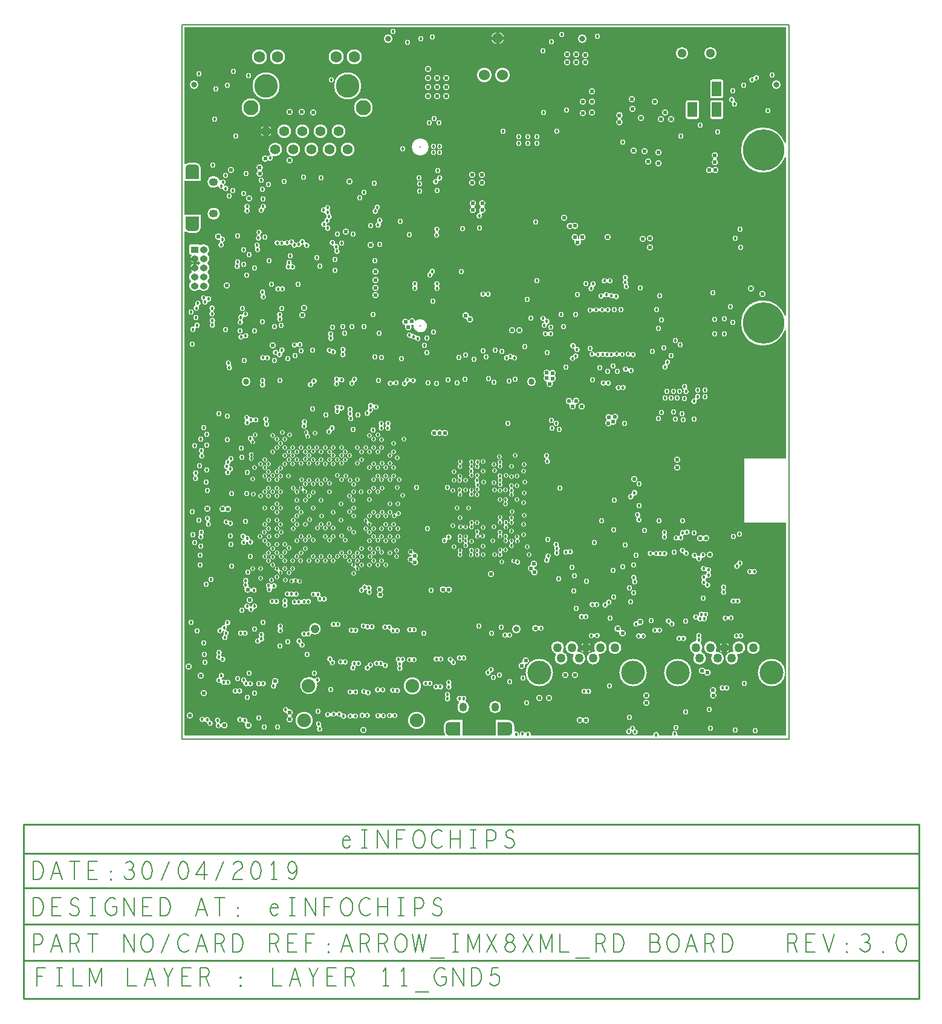
<source format=gbr>
G04 ================== begin FILE IDENTIFICATION RECORD ==================*
G04 Layout Name:  D:/ml/database/eI_Arrow_IMX8XML_RD_LAYOUT1.brd*
G04 Film Name:    L11.gbr*
G04 File Format:  Gerber RS274X*
G04 File Origin:  Cadence Allegro 17.2-S053*
G04 Origin Date:  Tue Jul 23 18:18:51 2019*
G04 *
G04 Layer:  DRAWING FORMAT/L11*
G04 Layer:  DRAWING FORMAT/FILM_LABEL_OUTLINE*
G04 Layer:  VIA CLASS/L11_GND5*
G04 Layer:  PIN/L11_GND5*
G04 Layer:  ETCH/L11_GND5*
G04 Layer:  BOARD GEOMETRY/OUTLINE*
G04 *
G04 Offset:    (0.00 0.00)*
G04 Mirror:    No*
G04 Mode:      Positive*
G04 Rotation:  0*
G04 FullContactRelief:  No*
G04 UndefLineWidth:     5.00*
G04 ================== end FILE IDENTIFICATION RECORD ====================*
%FSLAX25Y25*MOIN*%
%IR0*IPPOS*OFA0.00000B0.00000*MIA0B0*SFA1.00000B1.00000*%
%ADD17C,.01*%
%AMMACRO30*
4,1,24,.0374,-.01722,
.0374,.04085,
-.0374,.04085,
-.0374,-.01722,
-.037042,-.021322,
-.035978,-.0253,
-.034239,-.029033,
-.031878,-.032406,
-.028967,-.035319,
-.025594,-.037682,
-.021863,-.039423,
-.017886,-.04049,
-.013784,-.04085,
-.01378,-.04085,
.01378,-.04085,
.017882,-.040491,
.021859,-.039424,
.025591,-.037684,
.028964,-.035321,
.031875,-.032409,
.034237,-.029036,
.035976,-.025303,
.037042,-.021326,
.0374,-.017224,
.0374,-.01722,
0.0*
%
%ADD30MACRO30*%
%AMMACRO27*
4,1,24,.01722,.0374,
-.04085,.0374,
-.04085,-.0374,
.01722,-.0374,
.021322,-.037042,
.0253,-.035978,
.029033,-.034239,
.032406,-.031878,
.035319,-.028967,
.037682,-.025594,
.039423,-.021863,
.04049,-.017886,
.04085,-.013784,
.04085,-.01378,
.04085,.01378,
.040491,.017882,
.039424,.021859,
.037684,.025591,
.035321,.028964,
.032409,.031875,
.029036,.034237,
.025303,.035976,
.021326,.037042,
.017224,.0374,
.01722,.0374,
0.0*
%
%ADD27MACRO27*%
%ADD18C,.05*%
%ADD12C,.032*%
%ADD34C,.024*%
%ADD15C,.06*%
%ADD14C,.051*%
%ADD24C,.034*%
%ADD33C,.018*%
%ADD21C,.063*%
%ADD23C,.055*%
%ADD20C,.083*%
%ADD31C,.048*%
%ADD32C,.0748*%
%ADD22C,.13*%
%ADD19C,.131*%
%ADD11O,.042X.038*%
%ADD10R,.042X.038*%
%ADD13R,.052X.083*%
%AMMACRO26*
4,1,24,-.01722,-.0374,
.04085,-.0374,
.04085,.0374,
-.01722,.0374,
-.021322,.037042,
-.0253,.035978,
-.029033,.034239,
-.032406,.031878,
-.035319,.028967,
-.037682,.025594,
-.039423,.021863,
-.04049,.017886,
-.04085,.013784,
-.04085,.01378,
-.04085,-.01378,
-.040491,-.017882,
-.039424,-.021859,
-.037684,-.025591,
-.035321,-.028964,
-.032409,-.031875,
-.029036,-.034237,
-.025303,-.035976,
-.021326,-.037042,
-.017224,-.0374,
-.01722,-.0374,
0.0*
%
%ADD26MACRO26*%
%AMMACRO29*
4,1,24,-.0374,.01722,
-.0374,-.04085,
.0374,-.04085,
.0374,.01722,
.037042,.021322,
.035978,.0253,
.034239,.029033,
.031878,.032406,
.028967,.035319,
.025594,.037682,
.021863,.039423,
.017886,.04049,
.013784,.04085,
.01378,.04085,
-.01378,.04085,
-.017882,.040491,
-.021859,.039424,
-.025591,.037684,
-.028964,.035321,
-.031875,.032409,
-.034237,.029036,
-.035976,.025303,
-.037042,.021326,
-.0374,.017224,
-.0374,.01722,
0.0*
%
%ADD29MACRO29*%
%ADD16C,.228*%
%ADD28O,.04921X.04331*%
%ADD25O,.04331X.04921*%
%ADD35C,.015*%
%ADD36C,.025*%
%ADD37C,.005*%
%ADD38C,.03004*%
%ADD43C,.05004*%
%ADD54C,.07004*%
%ADD50C,.08004*%
%ADD39C,.02604*%
%ADD49C,.06304*%
%ADD41C,.03604*%
%ADD47C,.08304*%
%ADD46C,.07504*%
%ADD40C,.04804*%
%ADD53C,.05804*%
%ADD45C,.06704*%
%ADD51C,.06804*%
%ADD42C,.09484*%
%ADD55C,.09296*%
%ADD48C,.10304*%
%ADD44C,.15004*%
%ADD52C,.15104*%
%ADD56O,.06334X.06924*%
G75*
%LPD*%
G75*
G36*
G01X141644Y-49212D02*
Y-57910D01*
X123176D01*
Y-49212D01*
X116366D01*
G03X113002Y-52575I0J-3364D01*
G01Y-55331D01*
G03X113676Y-57350I3364J1D01*
G02X113396Y-57910I-280J-210D01*
G01X-29946D01*
Y219737D01*
G02X-29361Y219996I350J0D01*
G03X-27100Y219122I2262J2490D01*
G01X-24344D01*
G03X-20980Y222486I0J3364D01*
G01Y229296D01*
X-29946D01*
Y247764D01*
X-20980D01*
Y254574D01*
G03X-24344Y257938I-3364J0D01*
G01X-27100D01*
G03X-29361Y257064I1J-3364D01*
G02X-29946Y257323I-235J259D01*
G01Y332500D01*
X301600D01*
Y268997D01*
G02X300919Y268884I-350J1D01*
G03X289190Y277256I-11729J-4030D01*
G03Y252452I0J-12402D01*
G03X300919Y260824I0J12402D01*
G02X301600Y260711I331J-114D01*
G01Y173721D01*
G02X300919Y173608I-350J1D01*
G03X289190Y181980I-11729J-4030D01*
G03Y157176I0J-12402D01*
G03X300919Y165548I0J12402D01*
G02X301600Y165435I331J-114D01*
G01Y94718D01*
X278484D01*
Y59714D01*
X301600D01*
Y-57910D01*
X241998D01*
G02X241681Y-57413I1J350D01*
G03X241819Y-56784I-1364J629D01*
G03X238815I-1502J0D01*
G03X238953Y-57413I1502J0D01*
G02X238636Y-57910I-318J-147D01*
G01X231848D01*
G02X231502Y-57508I0J350D01*
G03X231519Y-57284I-1485J225D01*
G03X228515I-1502J0D01*
G03X228532Y-57508I1502J1D01*
G02X228186Y-57910I-346J-52D01*
G01X161184D01*
G02X160851Y-57454I0J350D01*
G03X160921Y-57002I-1432J453D01*
G01Y-57000D01*
G03X159419Y-55498I-1502J0D01*
G03X158180Y-56151I0J-1502D01*
G02X157591Y-56132I-288J198D01*
G03X156300Y-55398I-1291J-768D01*
G03X154798Y-56900I0J-1502D01*
G03X154897Y-57435I1502J1D01*
G02X154570Y-57910I-327J-125D01*
G01X154251D01*
X154146Y-57779D01*
X154164Y-57697D01*
X154172Y-57661D01*
X154180Y-57644D01*
G03X154317Y-57017I-1365J627D01*
G01Y-57015D01*
G03X152815Y-55513I-1502J0D01*
G03X152090Y-55700I1J-1502D01*
G01X152071Y-55710D01*
X151862Y-55766D01*
X151810Y-55569D01*
X151811Y-55541D01*
G03X151818Y-55331I-3357J217D01*
G01Y-52575D01*
G03X148454Y-49212I-3364J-1D01*
G01X141644D01*
G37*
%LPC*%
G75*
G36*
G01X208954Y282409D02*
G02X207998Y284000I846J1591D01*
G02X211602I1802J0D01*
G02X210646Y282409I-1802J0D01*
G03Y281791I164J-309D01*
G02X211602Y280200I-846J-1591D01*
G02X207998I-1802J0D01*
G02X208954Y281791I1802J0D01*
G03Y282409I-164J309D01*
G37*
G36*
G01X17472Y262502D02*
G02X16347Y265181I2627J2679D01*
G02X20099Y261429I3752J0D01*
G02X18938Y261613I0J3752D01*
G03X18521Y261114I-109J-333D01*
G02X18702Y260400I-1321J-715D01*
G02X17200Y258898I-1502J0D01*
G02X16414Y259120I0J1502D01*
G03X15950Y259030I-183J-298D01*
G02X14500Y258298I-1450J1070D01*
G02Y261902I0J1802D01*
G02X15679Y261463I0J-1803D01*
G03X16152Y261476I229J264D01*
G02X17200Y261902I1048J-1076D01*
G01X17222D01*
G03X17472Y262502I5J350D01*
G37*
G36*
G01X261496Y260367D02*
G02X260615Y261916I921J1549D01*
G02X264219I1802J0D01*
G02X263338Y260367I-1802J0D01*
G03Y259765I178J-301D01*
G02X264219Y258216I-921J-1549D01*
G02X260615I-1802J0D01*
G02X261496Y259765I1802J0D01*
G03Y260367I-178J301D01*
G37*
G36*
G01X109217Y249268D02*
G02X109199Y249499I1484J232D01*
G02X110701Y247997I1502J0D01*
G02X110400Y248027I-2J1502D01*
G03X109984Y247631I-70J-343D01*
G02X110002Y247400I-1484J-232D01*
G02X108500Y248902I-1502J0D01*
G02X108801Y248872I2J-1502D01*
G03X109217Y249268I70J343D01*
G37*
G36*
G01X-14206Y244123D02*
G02Y250457I0J3167D01*
G01X-13616D01*
G02X-10563Y248134I0J-3168D01*
G03X-9938Y248029I337J93D01*
G02X-8700Y248680I1238J-852D01*
G02X-7198Y247178I0J-1502D01*
G02X-8056Y245821I-1502J0D01*
G03X-8242Y245407I150J-316D01*
G02X-8232Y245368I-1450J-393D01*
G03X-7782Y245125I339J89D01*
G02X-7306Y245202I475J-1425D01*
G02Y242198I0J-1502D01*
G02X-8759Y243321I0J1501D01*
G03X-9209Y243564I-339J-89D01*
G02X-9685Y243487I-475J1425D01*
G02X-11134Y244594I0J1502D01*
G03X-11685Y244780I-338J-92D01*
G02X-13616Y244123I-1931J2509D01*
G01X-14206D01*
G37*
G36*
G01X133212Y233909D02*
G02X132398Y235416I988J1507D01*
G02X136002I1802J0D01*
G02X135188Y233909I-1802J0D01*
G03Y233323I191J-293D01*
G02X136002Y231816I-988J-1507D01*
G02X134200Y230014I-1802J0D01*
G02X134038Y230021I-3J1802D01*
G03X133720Y229472I-31J-348D01*
G02X133992Y228610I-1230J-862D01*
G02X132490Y230112I-1502J0D01*
G01X132521D01*
G03X132800Y230682I7J350D01*
G02X132398Y231816I1400J1134D01*
G02X133212Y233323I1802J0D01*
G03Y233909I-191J293D01*
G37*
G36*
G01X47015Y233269D02*
G03X47423Y233506I74J342D01*
G02X48855Y234556I1432J-451D01*
G02X50357Y233054I0J-1502D01*
G02X49934Y232009I-1502J0D01*
G03X49946Y231511I251J-243D01*
G02X50419Y230416I-1029J-1094D01*
G02X50318Y229875I-1502J0D01*
G03X50468Y229447I327J-126D01*
G02X51212Y228150I-759J-1297D01*
G02X50247Y226747I-1502J0D01*
G03X50036Y226321I125J-327D01*
G02X50098Y225895I-1440J-427D01*
G02X48644Y224394I-1502J0D01*
G03X48306Y224022I11J-350D01*
G02X48309Y223926I-1499J-95D01*
G02X48288Y223674I-1502J-2D01*
G03X48702Y223272I345J-59D01*
G02X49000Y223302I299J-1472D01*
G02X47498Y221800I0J-1502D01*
G02X47519Y222052I1502J2D01*
G03X47105Y222454I-345J59D01*
G02X46807Y222424I-299J1472D01*
G02X45305Y223926I0J1502D01*
G02X46759Y225427I1502J0D01*
G03X47097Y225799I-11J350D01*
G02X47094Y225895I1499J95D01*
G02X48059Y227298I1502J0D01*
G03X48270Y227724I-125J327D01*
G02X48208Y228150I1440J427D01*
G02X48309Y228691I1502J0D01*
G03X48159Y229119I-327J126D01*
G02X47454Y230074I758J1297D01*
G03X47036Y230336I-341J-79D01*
G02X46701Y230298I-336J1464D01*
G02Y233302I0J1502D01*
G02X47015Y233269I1J-1502D01*
G37*
G36*
G01X108335Y219925D02*
G02X107698Y221153I865J1228D01*
G02X110702I1502J0D01*
G02X109903Y219826I-1501J0D01*
G03X109865Y219231I164J-309D01*
G02X110502Y218003I-865J-1228D01*
G02X107498I-1502J0D01*
G02X108297Y219330I1501J0D01*
G03X108335Y219925I-164J309D01*
G37*
G36*
G01X10191Y218333D02*
G02X9617Y219514I928J1181D01*
G02X12621I1502J0D01*
G02X11788Y218169I-1502J0D01*
G03X11728Y217581I156J-313D01*
G02X12302Y216400I-928J-1181D01*
G02X9298I-1502J0D01*
G02X10131Y217745I1502J0D01*
G03X10191Y218333I-156J313D01*
G37*
G36*
G01X-10958Y215369D02*
G02X-11400Y215314I-442J1747D01*
G02Y218918I0J1802D01*
G02X-9627Y217437I0J-1802D01*
G03X-9253Y217151I344J63D01*
G02X-9129Y217156I122J-1497D01*
G02X-7627Y215654I0J-1502D01*
G02X-8604Y214247I-1502J0D01*
G03X-8727Y213670I123J-328D01*
G02X-8279Y212600I-1054J-1070D01*
G02X-11283I-1502J0D01*
G02X-10306Y214007I1502J0D01*
G03X-10183Y214584I-123J328D01*
G02X-10543Y215148I1054J1070D01*
G03X-10958Y215369I-329J-118D01*
G37*
G36*
G01X187741Y216198D02*
G02X187598Y216900I1659J703D01*
G02X189400Y215098I1802J0D01*
G02X188882Y215174I0J1803D01*
G03X188459Y214702I-101J-335D01*
G02X188602Y214000I-1659J-703D01*
G02X184998I-1802J0D01*
G02X185123Y214658I1802J-1D01*
G03X184862Y215130I-326J128D01*
G02X183398Y216900I338J1770D01*
G02X187002I1802J0D01*
G02X186877Y216242I-1802J1D01*
G03X187138Y215770I326J-128D01*
G02X187318Y215726I-337J-1770D01*
G03X187741Y216198I101J335D01*
G37*
G36*
G01X31927Y213737D02*
G02X33110Y214317I1186J-922D01*
G03X33455Y214612I-1J350D01*
G02X34938Y215877I1483J-237D01*
G02X36440Y214375I0J-1502D01*
G02X36416Y214110I-1502J2D01*
G03X36885Y213721I344J-62D01*
G02X37417Y213818I531J-1405D01*
G02X35915Y212316I0J-1502D01*
G02X35939Y212581I1502J-2D01*
G03X35470Y212970I-344J62D01*
G02X34941Y212873I-531J1405D01*
G03X34596Y212578I1J-350D01*
G02X33113Y211313I-1483J237D01*
G02X32276Y211568I0J1501D01*
G03X31805Y211492I-195J-291D01*
G02X30619Y210912I-1186J923D01*
G02X29117Y212389I0J1502D01*
G03X28817Y212730I-350J-5D01*
G02X28223Y212951I215J1486D01*
G03X27748Y212857I-188J-295D01*
G02X26517Y212216I-1231J862D01*
G02X25452Y212659I0J1502D01*
G03X24923Y212621I-248J-247D01*
G02X23717Y212014I-1206J895D01*
G02X22613Y212498I0J1501D01*
G03X22129Y212528I-258J-237D01*
G02X21159Y212172I-971J1146D01*
G02Y215176I0J1502D01*
G02X22263Y214692I0J-1501D01*
G03X22747Y214662I258J237D01*
G02X23717Y215018I971J-1146D01*
G02X24782Y214575I0J-1502D01*
G03X25311Y214613I248J247D01*
G02X26517Y215220I1206J-895D01*
G02X27327Y214983I0J-1503D01*
G03X27802Y215077I188J295D01*
G02X29033Y215718I1231J-862D01*
G02X30535Y214241I0J-1502D01*
G03X30835Y213900I350J5D01*
G02X31456Y213661I-216J-1486D01*
G03X31927Y213737I195J291D01*
G37*
G36*
G01X51816Y212332D02*
G02X51502Y212299I-313J1469D01*
G02X53004Y213801I0J1502D01*
G02X52970Y213485I-1502J2D01*
G03X53386Y213069I342J-74D01*
G02X53700Y213102I313J-1469D01*
G02X55202Y211600I0J-1502D01*
G02X54945Y210759I-1502J-1D01*
G03X55020Y210287I290J-196D01*
G02X55602Y209100I-919J-1187D01*
G02X52598I-1502J0D01*
G02X52855Y209941I1502J1D01*
G03X52780Y210413I-290J196D01*
G02X52198Y211600I919J1187D01*
G02X52232Y211916I1502J-2D01*
G03X51816Y212332I-342J74D01*
G37*
G36*
G01X201109Y183880D02*
G02X199700Y182898I-1409J520D01*
G02Y185902I0J1502D01*
G02X200643Y185569I0J-1502D01*
G03X201191Y185720I220J272D01*
G02X202600Y186702I1409J-520D01*
G02X203935Y185888I0J-1502D01*
G03X204464Y185775I311J161D01*
G02X205400Y186102I936J-1176D01*
G02X206653Y185429I0J-1503D01*
G03X207144Y185334I292J193D01*
G02X208000Y185602I856J-1233D01*
G02Y182598I0J-1502D01*
G02X206747Y183271I0J1503D01*
G03X206256Y183366I-292J-193D01*
G02X205400Y183098I-856J1233D01*
G02X204065Y183912I0J1502D01*
G03X203536Y184025I-311J-161D01*
G02X202600Y183698I-936J1176D01*
G02X201657Y184031I0J1502D01*
G03X201109Y183880I-220J-272D01*
G37*
G36*
G01X-15602Y176457D02*
G02X-16285Y177716I819J1259D01*
G02X-13281I1502J0D01*
G02X-13978Y176448I-1502J0D01*
G03X-13981Y175859I188J-295D01*
G02X-13298Y174600I-819J-1259D01*
G02X-16302I-1502J0D01*
G02X-15605Y175868I1502J0D01*
G03X-15602Y176457I-188J295D01*
G37*
G36*
G01X195077Y176000D02*
G02X193700Y175098I-1377J600D01*
G02Y178102I0J1502D01*
G02X194986Y177375I0J-1501D01*
G03X195607Y177416I300J181D01*
G02X196984Y178318I1377J-600D01*
G02X198292Y177555I0J-1503D01*
G03X198900Y177552I305J172D01*
G02X200200Y178302I1300J-752D01*
G02X201498Y177556I0J-1502D01*
G03X202102I302J177D01*
G02X203400Y178302I1298J-756D01*
G02Y175298I0J-1502D01*
G02X202102Y176044I0J1502D01*
G03X201498I-302J-177D01*
G02X200200Y175298I-1298J756D01*
G02X198892Y176061I0J1503D01*
G03X198284Y176064I-305J-172D01*
G02X196984Y175314I-1300J752D01*
G02X195698Y176041I0J1501D01*
G03X195077Y176000I-300J-181D01*
G37*
G36*
G01X2116Y174441D02*
G02X3617Y175902I1501J-41D01*
G02Y172898I0J-1502D01*
G02X3091Y172993I0J1502D01*
G03X2618Y172675I-123J-328D01*
G02X1995Y171497I-1501J40D01*
G03X1935Y170984I204J-284D01*
G02X2302Y170000I-1136J-984D01*
G02X-702I-1502J0D01*
G02X-78Y171219I1503J0D01*
G03X-18Y171732I-204J284D01*
G02X-385Y172716I1136J984D01*
G02X1117Y174218I1502J0D01*
G02X1643Y174123I0J-1502D01*
G03X2116Y174441I123J328D01*
G37*
G36*
G01X93223Y171343D02*
G03X93792Y171376I273J219D01*
G02X95317Y172218I1525J-960D01*
G02X97044Y170930I0J-1802D01*
G03X97609Y170766I335J100D01*
G02X96369Y168349I2408J-2762D01*
G03X95906Y168713I-348J33D01*
G02X95317Y168614I-589J1703D01*
G01X95300D01*
G03X94991Y168094I-3J-350D01*
G02X95219Y167216I-1574J-877D01*
G02X91615I-1802J0D01*
G02X91772Y167952I1802J0D01*
G03X91512Y168440I-319J143D01*
G02X90015Y170216I305J1776D01*
G02X91817Y172018I1802J0D01*
G02X93223Y171343I0J-1802D01*
G37*
G36*
G01X-24449Y167885D02*
G02X-24504Y168286I1447J403D01*
G02X-23002Y166784I1502J0D01*
G02X-23499Y166869I1J1502D01*
G03X-23953Y166445I-117J-330D01*
G02X-23898Y166044I-1447J-403D01*
G02X-25400Y167546I-1502J0D01*
G02X-24903Y167461I-1J-1502D01*
G03X-24449Y167885I117J330D01*
G37*
G36*
G01X184501Y155528D02*
G02X184200Y155498I-299J1472D01*
G02X185702Y157000I0J1502D01*
G02X185683Y156764I-1502J2D01*
G03X186099Y156366I346J-55D01*
G02X186400Y156396I299J-1472D01*
G02X184898Y154894I0J-1502D01*
G02X184917Y155130I1502J-2D01*
G03X184501Y155528I-346J55D01*
G37*
G36*
G01X206457Y153241D02*
G03X206986Y153284I246J249D01*
G02X208200Y153902I1214J-883D01*
G02X209475Y153194I0J-1502D01*
G03X210042Y153156I297J185D01*
G02X211200Y153702I1158J-955D01*
G02Y150698I0J-1502D01*
G02X209925Y151406I0J1502D01*
G03X209358Y151444I-297J-185D01*
G02X208200Y150898I-1158J955D01*
G02X207143Y151333I0J1502D01*
G03X206614Y151290I-246J-249D01*
G02X205400Y150672I-1214J883D01*
G02X204395Y151058I0J1501D01*
G03X203927I-234J-260D01*
G02X202922Y150672I-1005J1115D01*
G02X201884Y151089I1J1502D01*
G03X201431Y151115I-242J-253D01*
G02X200526Y150812I-905J1200D01*
G02X199610Y151124I0J1501D01*
G03X199157Y151102I-214J-277D01*
G02X198128Y150694I-1029J1094D01*
G02X196738Y151626I0J1503D01*
G03X196110Y151664I-323J-133D01*
G02X194800Y150898I-1310J737D01*
G02Y153902I0J1502D01*
G02X196190Y152970I0J-1503D01*
G03X196818Y152932I323J133D01*
G02X198128Y153698I1310J-737D01*
G02X199044Y153386I0J-1501D01*
G03X199497Y153408I214J277D01*
G02X200526Y153816I1029J-1094D01*
G02X201564Y153399I-1J-1502D01*
G03X202017Y153373I242J253D01*
G02X202922Y153676I905J-1200D01*
G02X203927Y153290I0J-1501D01*
G03X204395I234J260D01*
G02X205400Y153676I1005J-1115D01*
G02X206457Y153241I0J-1502D01*
G37*
G36*
G01X214201Y142980D02*
G02X213200Y142598I-1001J1121D01*
G02Y145602I0J1502D01*
G02X214626Y144571I0J-1502D01*
G03X215191Y144420I332J110D01*
G02X216192Y144802I1001J-1121D01*
G02Y141798I0J-1502D01*
G02X214766Y142829I0J1502D01*
G03X214201Y142980I-332J-110D01*
G37*
G36*
G01X91523Y137948D02*
G02X91515Y138100I1494J155D01*
G02X93017Y139602I1502J0D01*
G02X94347Y138798I0J-1502D01*
G03X94930Y138741I310J162D01*
G02X96100Y139302I1171J-941D01*
G02Y136298I0J-1502D01*
G02X94770Y137102I0J1502D01*
G03X94187Y137159I-310J-162D01*
G02X93133Y136602I-1171J940D01*
G03X92811Y136218I26J-349D01*
G02X92819Y136066I-1494J-155D01*
G02X89815I-1502J0D01*
G02X91201Y137564I1503J0D01*
G03X91523Y137948I-26J349D01*
G37*
G36*
G01X84864Y135651D02*
G02X83517Y134814I-1347J665D01*
G02Y137818I0J1502D01*
G02X84723Y137211I0J-1502D01*
G03X85318Y137265I281J209D01*
G02X86665Y138102I1347J-665D01*
G02Y135098I0J-1502D01*
G02X85459Y135705I0J1502D01*
G03X84864Y135651I-281J-209D01*
G37*
G36*
G01X251645Y128352D02*
G02X251498Y129000I1355J648D01*
G02X253000Y127498I1502J0D01*
G02X252652Y127539I1J1502D01*
G03X252255Y127048I-81J-341D01*
G02X252402Y126400I-1355J-648D01*
G02X250900Y127902I-1502J0D01*
G02X251248Y127861I-1J-1502D01*
G03X251645Y128352I81J341D01*
G37*
G36*
G01X71429Y123039D02*
G02X71124Y123946I1196J907D01*
G02X72626Y125448I1502J0D01*
G02X74037Y124461I0J-1502D01*
G03X74599Y124320I329J120D01*
G02X75600Y124702I1001J-1121D01*
G02Y121698I0J-1502D01*
G02X74120Y122944I0J1502D01*
G03X73810Y123021I-172J-31D01*
G02X73713Y122909I-1183J926D01*
G03X73687Y122456I253J-242D01*
G02X73992Y121549I-1196J-907D01*
G02X72611Y120052I-1502J0D01*
G03X72289Y119719I28J-349D01*
G02X70789Y118287I-1500J70D01*
G02X69287Y119789I0J1502D01*
G02X70668Y121286I1502J0D01*
G03X70990Y121619I-28J349D01*
G02X71403Y122586I1500J-69D01*
G03X71429Y123039I-253J242D01*
G37*
G36*
G01X169090Y95093D02*
G02X168115Y96500I528J1407D01*
G02X171119I1502J0D01*
G02X170535Y95311I-1502J0D01*
G03X170627Y94707I214J-276D01*
G02X171602Y93300I-528J-1407D01*
G02X168598I-1502J0D01*
G02X169182Y94489I1502J0D01*
G03X169090Y95093I-214J276D01*
G37*
G36*
G01X121208Y92095D02*
G02X120753Y93084I847J989D01*
G02X123357I1302J0D01*
G02X122745Y91980I-1302J0D01*
G03X122703Y91418I186J-296D01*
G02X123158Y90429I-847J-989D01*
G02X120554I-1302J0D01*
G02X121166Y91533I1302J0D01*
G03X121208Y92095I-186J296D01*
G37*
G36*
G01X130631Y84516D02*
G02X130082Y85578I753J1062D01*
G02X132686I1302J0D01*
G02X131975Y84418I-1302J0D01*
G03X131931Y83820I158J-312D01*
G02X132480Y82758I-753J-1062D01*
G02X132168Y81913I-1302J1D01*
G03X132232Y81400I266J-227D01*
G02X132780Y80339I-753J-1061D01*
G02X132320Y79346I-1302J0D01*
G03X132302Y78828I226J-267D01*
G02X132696Y77895I-908J-933D01*
G02X130092I-1302J0D01*
G02X130552Y78888I1302J0D01*
G03X130570Y79406I-226J267D01*
G02X130176Y80339I908J933D01*
G02X130488Y81184I1302J-1D01*
G03X130424Y81697I-266J227D01*
G02X129876Y82758I753J1061D01*
G02X130587Y83918I1302J0D01*
G03X130631Y84516I-158J312D01*
G37*
G36*
G01X149468Y78882D02*
G02X148934Y79933I767J1051D01*
G02X151538I1302J0D01*
G02X151041Y78910I-1301J0D01*
G03X151051Y78352I216J-275D01*
G02X151585Y77301I-767J-1051D01*
G02X151221Y76398I-1302J0D01*
G03X151228Y75906I252J-242D01*
G02X151619Y74976I-911J-930D01*
G02X149015I-1302J0D01*
G02X149379Y75879I1302J0D01*
G03X149372Y76371I-252J242D01*
G02X148981Y77301I911J930D01*
G02X149478Y78324I1301J0D01*
G03X149468Y78882I-216J275D01*
G37*
G36*
G01X34752Y77316D02*
G02X34404Y77269I-347J1255D01*
G02X35706Y78571I0J1302D01*
G02X35663Y78241I-1302J2D01*
G03X36096Y77815I339J-89D01*
G02X36444Y77862I347J-1255D01*
G02X35142Y76560I0J-1302D01*
G02X35185Y76890I1302J-2D01*
G03X34752Y77316I-339J89D01*
G37*
G36*
G01X121074Y76574D02*
G02X120491Y77660I720J1086D01*
G02X123095I1302J0D01*
G02X122646Y76676I-1303J0D01*
G03X122682Y76120I229J-264D01*
G02X123265Y75034I-720J-1086D01*
G02X120661I-1302J0D01*
G02X121110Y76018I1303J0D01*
G03X121074Y76574I-229J264D01*
G37*
G36*
G01X86717Y64689D02*
G02X88017Y65918I1300J-73D01*
G02Y63314I0J-1302D01*
G02X87450Y63444I0J1301D01*
G03X86948Y63148I-153J-315D01*
G02X85648Y61919I-1300J73D01*
G02Y64523I0J1302D01*
G02X86215Y64393I0J-1301D01*
G03X86717Y64689I153J315D01*
G37*
G36*
G01X143292Y61323D02*
G02X142697Y62416I706J1093D01*
G02X145301I1302J0D01*
G02X144767Y61365I-1301J0D01*
G03X144783Y60788I206J-283D01*
G02X145378Y59695I-706J-1093D01*
G02X142774I-1302J0D01*
G02X143308Y60746I1301J0D01*
G03X143292Y61323I-206J283D01*
G37*
G36*
G01X149521Y61200D02*
G02X149015Y62230I795J1030D01*
G02X151619I1302J0D01*
G02X151113Y61200I-1301J0D01*
G03Y60646I214J-277D01*
G02X151619Y59616I-795J-1030D01*
G02X149015I-1302J0D01*
G02X149521Y60646I1301J0D01*
G03Y61200I-214J277D01*
G37*
G36*
G01X-17888Y60418D02*
G02X-18802Y61800I588J1382D01*
G02X-15798I1502J0D01*
G02X-16306Y60674I-1502J0D01*
G03X-16212Y60089I231J-263D01*
G02X-15298Y58707I-588J-1382D01*
G02X-18302I-1502J0D01*
G02X-17794Y59833I1502J0D01*
G03X-17888Y60418I-231J263D01*
G37*
G36*
G01X70325Y59432D02*
G02X70015Y59395I-308J1265D01*
G02X71317Y60697I0J1302D01*
G02X71283Y60400I-1302J-1D01*
G03X71707Y59981I341J-79D01*
G02X72017Y60018I308J-1265D01*
G02X70715Y58716I0J-1302D01*
G02X70749Y59013I1302J1D01*
G03X70325Y59432I-341J79D01*
G37*
G36*
G01X146460Y58641D02*
G02X145924Y59694I766J1053D01*
G02X148528I1302J0D01*
G02X147985Y58636I-1302J0D01*
G03X147983Y58069I204J-284D01*
G02X148519Y57016I-766J-1053D01*
G02X145915I-1302J0D01*
G02X146458Y58074I1302J0D01*
G03X146460Y58641I-204J284D01*
G37*
G36*
G01X123260Y56464D02*
G02X122156Y55853I-1104J692D01*
G02Y58457I0J1302D01*
G02X123295Y57787I0J-1303D01*
G03X123897Y57771I306J170D01*
G02X125001Y58382I1104J-692D01*
G02Y55778I0J-1302D01*
G02X123862Y56448I0J1303D01*
G03X123260Y56464I-306J-170D01*
G37*
G36*
G01X130685Y53490D02*
G02X130117Y54565I733J1075D01*
G02X132721I1302J0D01*
G02X132204Y53527I-1302J1D01*
G03X132218Y52958I211J-279D01*
G02X132586Y52576I-734J-1075D01*
G03X133208Y52634I296J186D01*
G02X134420Y53459I1212J-478D01*
G02Y50855I0J-1302D01*
G02X133318Y51464I0J1302D01*
G03X132696Y51406I-296J-186D01*
G02X131484Y50581I-1212J478D01*
G02X130182Y51883I0J1302D01*
G02X130699Y52921I1302J-1D01*
G03X130685Y53490I-211J279D01*
G37*
G36*
G01X245520Y55260D02*
G03X245969Y55325I186J296D01*
G02X247097Y55836I1129J-991D01*
G02Y52832I0J-1502D01*
G02X246298Y53062I0J1503D01*
G03X245849Y52997I-186J-296D01*
G02X244991Y52510I-1129J990D01*
G03X244765Y51968I63J-344D01*
G02X245030Y51116I-1237J-852D01*
G02X243528Y49614I-1502J0D01*
G02X242555Y49972I0J1501D01*
G03X242101I-227J-267D01*
G02X241128Y49614I-973J1143D01*
G02Y52618I0J1502D01*
G02X242101Y52260I0J-1501D01*
G03X242555I227J267D01*
G02X243258Y52594I974J-1143D01*
G03X243484Y53136I-63J344D01*
G02X243219Y53988I1237J852D01*
G02X244721Y55490I1502J0D01*
G02X245520Y55260I0J-1503D01*
G37*
G36*
G01X114227Y51425D02*
G02X114215Y51616I1490J189D01*
G02X115717Y50114I1502J0D01*
G02X115260Y50185I-1J1502D01*
G03X114807Y49807I-106J-333D01*
G02X114819Y49616I-1490J-189D01*
G02X113317Y51118I-1502J0D01*
G02X113774Y51047I1J-1502D01*
G03X114227Y51425I106J333D01*
G37*
G36*
G01X149516Y48391D02*
G02X148994Y49434I781J1043D01*
G02X151598I1302J0D01*
G02X151045Y48369I-1302J0D01*
G03X151037Y47803I202J-286D01*
G02X151559Y46760I-781J-1043D01*
G02X148955I-1302J0D01*
G02X149508Y47825I1302J0D01*
G03X149516Y48391I-202J286D01*
G37*
G36*
G01X143353Y43402D02*
G02X142820Y44453I770J1051D01*
G02X145424I1302J0D01*
G02X144856Y43378I-1301J0D01*
G03X144847Y42806I197J-289D01*
G02X145380Y41755I-770J-1051D01*
G02X142776I-1302J0D01*
G02X143344Y42830I1301J0D01*
G03X143353Y43402I-197J289D01*
G37*
G36*
G01X228117Y41761D02*
G02X226817Y41012I-1300J754D01*
G02Y44016I0J1502D01*
G02X228113Y43274I0J-1503D01*
G03X228717Y43275I302J177D01*
G02X230017Y44024I1300J-754D01*
G02X231050Y43613I1J-1502D01*
G03X231290Y43612I121J127D01*
G02X232317Y44018I1027J-1096D01*
G02X233291Y43659I0J-1501D01*
G03X233745I227J267D01*
G02X234717Y44016I972J-1145D01*
G02Y41012I0J-1502D01*
G02X233743Y41371I0J1501D01*
G03X233289I-227J-267D01*
G02X232317Y41014I-972J1145D01*
G02X231284Y41425I-1J1502D01*
G03X231044Y41426I-121J-127D01*
G02X230017Y41020I-1027J1096D01*
G02X228721Y41762I0J1503D01*
G03X228117Y41761I-302J-177D01*
G37*
G36*
G01X254335Y41487D02*
G02X254315Y41732I1482J244D01*
G02X255817Y40230I1502J0D01*
G02X255515Y40261I2J1502D01*
G03X255099Y39861I-71J-343D01*
G02X255119Y39616I-1482J-244D01*
G02X252115I-1502J0D01*
G02X252116Y39658I1502J-15D01*
G03X251649Y39998I-350J10D01*
G02X251146Y39911I-504J1415D01*
G02X252648Y41413I0J1502D01*
G02X252647Y41371I-1502J15D01*
G03X253114Y41031I350J-10D01*
G02X253617Y41118I504J-1415D01*
G02X253919Y41087I-2J-1502D01*
G03X254335Y41487I71J343D01*
G37*
G36*
G01X63521Y34952D02*
G02X63207Y34914I-312J1264D01*
G02X64509Y36216I0J1302D01*
G02X64468Y35891I-1302J-1D01*
G03X64891Y35465I339J-87D01*
G02X65205Y35503I312J-1264D01*
G02X63903Y34201I0J-1302D01*
G02X63944Y34526I1302J1D01*
G03X63521Y34952I-339J87D01*
G37*
G36*
G01X21252Y32849D02*
G02X20924Y32807I-328J1260D01*
G02X22226Y34109I0J1302D01*
G02X22166Y33719I-1302J1D01*
G03X22589Y33276I334J-104D01*
G02X22917Y33318I328J-1260D01*
G02X21615Y32016I0J-1302D01*
G02X21675Y32406I1302J-1D01*
G03X21252Y32849I-334J104D01*
G37*
G36*
G01X2661Y26629D02*
G02X2303Y27602I1143J973D01*
G02X5307I1502J0D01*
G02X4949Y26629I-1501J0D01*
G03Y26175I267J-227D01*
G02X5307Y25202I-1143J-973D01*
G02X5239Y24756I-1502J1D01*
G03X5453Y24324I334J-103D01*
G02X6508Y23296I-620J-1692D01*
G03X7114Y23215I326J129D01*
G02X8317Y23818I1203J-899D01*
G02Y20814I0J-1502D01*
G02X6972Y21648I0J1502D01*
G03X6361Y21678I-314J-155D01*
G02X4833Y20830I-1528J953D01*
G02X3031Y22632I0J1802D01*
G02X3217Y23430I1802J1D01*
G03X3074Y23890I-314J155D01*
G02X2303Y25202I731J1312D01*
G02X2661Y26175I1501J0D01*
G03Y26629I-267J227D01*
G37*
G36*
G01X15478Y23615D02*
G02X14898Y24800I922J1186D01*
G02X16400Y26302I1502J0D01*
G02X17644Y25642I0J-1502D01*
G03X18211Y25624I290J196D01*
G02X19399Y26207I1188J-919D01*
G02Y23203I0J-1502D01*
G02X18751Y23350I0J1502D01*
G03X18260Y22952I-151J-316D01*
G02X18302Y22600I-1460J-353D01*
G02X15298I-1502J0D01*
G02X15519Y23385I1502J1D01*
G03X15478Y23615I-149J92D01*
G37*
G36*
G01X269482Y6140D02*
G02X268167Y5364I-1315J726D01*
G02Y8368I0J1502D01*
G02X269407Y7714I0J-1503D01*
G03X270002Y7742I289J197D01*
G02X271317Y8518I1315J-726D01*
G02Y5514I0J-1502D01*
G02X270077Y6168I0J1503D01*
G03X269482Y6140I-289J-197D01*
G37*
G36*
G01X-7527Y3697D02*
G02X-7702Y4400I1327J704D01*
G02X-6200Y2898I1502J0D01*
G02X-6414Y2913I-2J1502D01*
G03X-6773Y2403I-50J-346D01*
G02X-6598Y1700I-1327J-704D01*
G02X-7034Y641I-1502J-1D01*
G03X-6832Y48I248J-246D01*
G02X-5529Y-1441I-199J-1489D01*
G02X-6283Y-2743I-1501J0D01*
G03X-6428Y-3189I175J-303D01*
G02X-6298Y-3800I-1371J-611D01*
G02X-9302I-1502J0D01*
G02X-8548Y-2498I1501J0D01*
G03X-8403Y-2052I-175J303D01*
G02X-8533Y-1441I1371J611D01*
G02X-8097Y-382I1502J1D01*
G03X-8299Y211I-248J246D01*
G02X-8465Y243I201J1489D01*
G03X-8900Y-78I-86J-339D01*
G02X-10400Y-1502I-1500J78D01*
G02Y1502I0J1502D01*
G02X-10035Y1457I0J-1503D01*
G03X-9600Y1778I86J339D01*
G02X-8100Y3202I1500J-78D01*
G02X-7886Y3187I2J-1502D01*
G03X-7527Y3697I50J346D01*
G37*
G36*
G01X209333Y-610D02*
G02X208817Y-686I-518J1726D01*
G02X210619Y1116I0J1802D01*
G02X210562Y665I-1802J-1D01*
G03X211001Y242I339J-88D01*
G02X211517Y318I518J-1726D01*
G02X209715Y-1484I0J-1802D01*
G02X209772Y-1033I1802J1D01*
G03X209333Y-610I-339J88D01*
G37*
G36*
G01X195692Y-3578D02*
G02X194417Y-4286I-1275J794D01*
G02Y-1282I0J1502D01*
G02X195616Y-1879I0J-1503D01*
G03X196192Y-1853I279J211D01*
G02X197467Y-1145I1275J-794D01*
G02Y-4149I0J-1502D01*
G02X196268Y-3552I0J1503D01*
G03X195692Y-3578I-279J-211D01*
G37*
G36*
G01X272719Y-11237D02*
G02X272139Y-9307I2921J1930D01*
G02X275641Y-12809I3502J0D01*
G02X274984Y-12747I-1J3502D01*
G03X274626Y-13283I-66J-344D01*
G02X275206Y-15213I-2921J-1930D01*
G02X271704Y-11711I-3502J0D01*
G02X272361Y-11773I1J-3502D01*
G03X272719Y-11237I66J344D01*
G37*
G36*
G01X260550Y-12747D02*
G02X259893Y-12809I-656J3440D01*
G02X263395Y-9307I0J3502D01*
G02X262815Y-11237I-3501J0D01*
G03X263173Y-11773I292J-192D01*
G02X263830Y-11711I656J-3440D01*
G02X260328Y-15213I0J-3502D01*
G02X260908Y-13283I3501J0D01*
G03X260550Y-12747I-292J192D01*
G37*
G36*
G01X196373Y-11237D02*
G02X195793Y-9307I2921J1930D01*
G02X199295Y-12809I3502J0D01*
G02X198638Y-12747I-1J3502D01*
G03X198280Y-13283I-66J-344D01*
G02X198860Y-15213I-2921J-1930D01*
G02X195358Y-11711I-3502J0D01*
G02X196015Y-11773I1J-3502D01*
G03X196373Y-11237I66J344D01*
G37*
G36*
G01X184204Y-12747D02*
G02X183547Y-12809I-656J3440D01*
G02X187049Y-9307I0J3502D01*
G02X186469Y-11237I-3501J0D01*
G03X186827Y-11773I292J-192D01*
G02X187484Y-11711I656J-3440D01*
G02X183982Y-15213I0J-3502D01*
G02X184562Y-13283I3501J0D01*
G03X184204Y-12747I-292J192D01*
G37*
G36*
G01X122514Y-36292D02*
G03X122986I236J258D01*
G02X124000Y-35898I1014J-1108D01*
G02X125502Y-37400I0J-1502D01*
G02X125042Y-38481I-1502J1D01*
G03X125123Y-39043I243J-252D01*
G02X126817Y-41847I-1474J-2804D01*
G01Y-42437D01*
G02X120483I-3167J0D01*
G01Y-41847D01*
G02X121524Y-39499I3167J1D01*
G03X121329Y-38892I-235J259D01*
G02X119998Y-37400I171J1492D01*
G02X121500Y-35898I1502J0D01*
G02X122514Y-36292I0J-1502D01*
G37*
G36*
G01X25853Y-45078D02*
G02X25769Y-45080I-78J1500D01*
G02Y-42076I0J1502D01*
G02X27196Y-43109I0J-1502D01*
G03X27605Y-43342I333J109D01*
G02X28000Y-43298I396J-1758D01*
G02X29802Y-45100I0J-1802D01*
G02X28921Y-46649I-1802J0D01*
G03Y-47251I178J-301D01*
G02X29802Y-48800I-921J-1549D01*
G02X26198I-1802J0D01*
G02X27079Y-47251I1802J0D01*
G03Y-46649I-178J301D01*
G02X26219Y-45374I921J1549D01*
G03X25853Y-45078I-346J-53D01*
G37*
G36*
G01X50865Y-45356D02*
G02X52192Y-44557I1327J-702D01*
G02X53444Y-45229I0J-1502D01*
G03X54039Y-45211I292J193D01*
G02X55341Y-44458I1302J-749D01*
G02X56790Y-45566I0J-1501D01*
G03X57255Y-45800I338J92D01*
G02X57800Y-45698I544J-1400D01*
G02Y-48702I0J-1502D01*
G02X56351Y-47594I0J1501D01*
G03X55886Y-47360I-338J-92D01*
G02X55341Y-47462I-544J1400D01*
G02X54089Y-46790I0J1502D01*
G03X53494Y-46808I-292J-193D01*
G02X52192Y-47561I-1302J749D01*
G02X50964Y-46924I0J1502D01*
G03X50369Y-46962I-286J-202D01*
G02X49042Y-47761I-1327J702D01*
G02Y-44757I0J1502D01*
G02X50270Y-45394I0J-1502D01*
G03X50865Y-45356I286J202D01*
G37*
G36*
G01X1501Y-50147D02*
G02X563Y-50476I-938J1173D01*
G02Y-47472I0J1502D01*
G02X1859Y-48214I0J-1503D01*
G03X2379Y-48311I302J177D01*
G02X3317Y-47982I938J-1173D01*
G02X4819Y-49484I0J-1502D01*
G02X4733Y-49986I-1502J-1D01*
G03X5085Y-50452I330J-117D01*
G02X5200Y-50448I120J-1798D01*
G02X3398Y-52250I0J-1802D01*
G02X3569Y-51484I1801J0D01*
G03X3265Y-50985I-317J149D01*
G02X2021Y-50244I52J1501D01*
G03X1501Y-50147I-302J-177D01*
G37*
G36*
G01X-12471Y-50727D02*
G02X-13268Y-49401I705J1326D01*
G02X-10264I1502J0D01*
G02X-10750Y-50507I-1501J0D01*
G03X-10678Y-51074I237J-258D01*
G02X-10226Y-51442I-704J-1327D01*
G03X-9644Y-51376I269J223D01*
G02X-8033Y-50382I1611J-808D01*
G02Y-53986I0J-1802D01*
G02X-9527Y-53192I0J1803D01*
G03X-10113Y-53201I-290J-196D01*
G02X-11383Y-53902I-1270J800D01*
G02X-12885Y-52400I0J1502D01*
G02X-12399Y-51294I1501J0D01*
G03X-12471Y-50727I-237J258D01*
G37*
G36*
G01X284773Y303294D02*
G03X284316Y303070I-123J-328D01*
G02X282882Y302016I-1434J449D01*
G02Y305020I0J1502D01*
G02X283409Y304924I-1J-1502D01*
G03X283866Y305148I123J328D01*
G02X285300Y306202I1434J-449D01*
G02Y303198I0J-1502D01*
G02X284773Y303294I1J1502D01*
G37*
G36*
G01X271894Y290729D02*
G03X271592Y291202I-327J124D01*
G02X270198Y292700I108J1498D01*
G02X273202I1502J0D01*
G02X273106Y292171I-1502J-1D01*
G03X273408Y291698I327J-124D01*
G02X274802Y290200I-108J-1498D01*
G02X271798I-1502J0D01*
G02X271894Y290729I1502J1D01*
G37*
G36*
G01X10320Y253263D02*
G03X10303Y253799I-233J261D01*
G02X9615Y255216I1115J1417D01*
G02X13219I1802J0D01*
G02X12614Y253869I-1802J0D01*
G03X12631Y253333I233J-261D01*
G02X13319Y251916I-1115J-1417D01*
G02X9715I-1802J0D01*
G02X10320Y253263I1802J0D01*
G37*
G36*
G01X261235Y252659D02*
G03X260699I-268J-224D01*
G02X259317Y252014I-1382J1158D01*
G02Y255618I0J1802D01*
G02X260699Y254973I0J-1803D01*
G03X261235I268J224D01*
G02X262617Y255618I1382J-1158D01*
G02Y252014I0J-1802D01*
G02X261235Y252659I0J1803D01*
G37*
G36*
G01X128012Y233323D02*
G03Y233909I-191J293D01*
G02X127198Y235416I988J1507D01*
G02X130802I1802J0D01*
G02X129988Y233909I-1802J0D01*
G03Y233323I191J-293D01*
G02X130802Y231816I-988J-1507D01*
G02X127198I-1802J0D01*
G02X128012Y233323I1802J0D01*
G37*
G36*
G01X3347Y232357D02*
G03Y232811I-267J227D01*
G02X2989Y233784I1143J973D01*
G02X5993I1502J0D01*
G02X5635Y232811I-1501J0D01*
G03Y232357I267J-227D01*
G02X5993Y231384I-1143J-973D01*
G02X2989I-1502J0D01*
G02X3347Y232357I1501J0D01*
G37*
G36*
G01X11785Y233020D02*
G03X12002Y233427I-124J327D01*
G02X11962Y233769I1462J344D01*
G02X14966I1502J0D01*
G02X13998Y232365I-1502J0D01*
G03X13781Y231958I124J-327D01*
G02X13821Y231616I-1462J-344D01*
G02X10817I-1502J0D01*
G02X11785Y233020I1502J0D01*
G37*
G36*
G01X74650Y232502D02*
G03X74867Y232923I-120J329D01*
G02X74815Y233316I1450J392D01*
G02X77819I1502J0D01*
G02X76834Y231906I-1502J0D01*
G03X76617Y231485I120J-329D01*
G02X76669Y231092I-1450J-392D01*
G02X73665I-1502J0D01*
G02X74650Y232502I1502J0D01*
G37*
G36*
G01X76215Y224883D02*
G03X76385Y225375I-136J323D01*
G02X76198Y226100I1315J726D01*
G02X79202I1502J0D01*
G02X78285Y224717I-1501J0D01*
G03X78115Y224225I136J-323D01*
G02X78302Y223500I-1315J-726D01*
G02X75298I-1502J0D01*
G02X76215Y224883I1501J0D01*
G37*
G36*
G01X184069Y221784D02*
G03X183821Y221775I-120J-128D01*
G02X182500Y221198I-1321J1224D01*
G02Y224802I0J1802D01*
G02X183731Y224316I0J-1802D01*
G03X183979Y224325I120J128D01*
G02X185300Y224902I1321J-1224D01*
G02Y221298I0J-1802D01*
G02X184069Y221784I0J1802D01*
G37*
G36*
G01X9057Y210859D02*
G03X9001Y211310I-292J193D01*
G02X8515Y212416I1015J1106D01*
G02X11519I1502J0D01*
G02X11271Y211590I-1502J1D01*
G03X11327Y211139I292J-193D01*
G02X11813Y210033I-1015J-1106D01*
G02X8809I-1502J0D01*
G02X9057Y210859I1502J-1D01*
G37*
G36*
G01X-21452Y212487D02*
G03X-21208Y212439I146J97D01*
G02X-19586Y212934I1621J-2406D01*
G01X-19186D01*
G02X-16284Y210033I1J-2901D01*
G02X-17331Y207802I-2902J1D01*
G03Y207264I224J-269D01*
G02X-16284Y205033I-1855J-2232D01*
G02X-17331Y202802I-2902J1D01*
G03Y202264I224J-269D01*
G02X-16284Y200033I-1855J-2232D01*
G02X-17331Y197802I-2902J1D01*
G03Y197264I224J-269D01*
G02X-16284Y195033I-1855J-2232D01*
G02X-17331Y192802I-2902J1D01*
G03Y192264I224J-269D01*
G02X-16284Y190033I-1855J-2232D01*
G02X-19186Y187132I-2902J1D01*
G01X-19586D01*
G02X-21638Y187982I0J2902D01*
G03X-22134I-248J-247D01*
G02X-24186Y187132I-2052J2052D01*
G01X-24586D01*
G02X-27488Y190033I-1J2901D01*
G02X-26441Y192264I2902J-1D01*
G03Y192802I-224J269D01*
G02X-27488Y195033I1855J2232D01*
G02X-25976Y197580I2901J0D01*
G03X-25938Y198170I-168J307D01*
G02X-26888Y200033I1352J1863D01*
G02X-24586Y202334I2302J-1D01*
G01X-24186D01*
G02X-22524Y201625I1J-2301D01*
G03X-21982Y201669I253J242D01*
G02X-21441Y202264I2396J-1636D01*
G03Y202802I-224J269D01*
G02X-21982Y203397I1855J2231D01*
G03X-22524Y203441I-289J-198D01*
G02X-24186Y202732I-1661J1592D01*
G01X-24586D01*
G02X-26888Y205033I-1J2301D01*
G02X-26036Y206821I2302J0D01*
G01X-25971Y206873D01*
Y207132D01*
X-26486D01*
G02X-27488Y208133I-1J1001D01*
G01Y211933D01*
G02X-26486Y212934I1002J-1D01*
G01X-22286D01*
G02X-21452Y212487I0J-1002D01*
G37*
G36*
G01X-1947Y201860D02*
G03X-1913Y202314I-248J247D01*
G02X-2202Y203200I1214J886D01*
G02X802I1502J0D01*
G02X364Y202140I-1502J0D01*
G03X330Y201686I248J-247D01*
G02X619Y200800I-1214J-886D01*
G02X-2385I-1502J0D01*
G02X-1947Y201860I1502J0D01*
G37*
G36*
G01X26286Y201695D02*
G03X26375Y202140I-217J275D01*
G02X26186Y202870I1313J729D01*
G02X29190I1502J0D01*
G02X29105Y202372I-1501J0D01*
G03X29474Y201909I330J-115D01*
G02X29642Y201918I164J-1493D01*
G02Y198914I0J-1502D01*
G02X28612Y199323I0J1501D01*
G03X28154Y199342I-240J-255D01*
G02X27217Y199014I-937J1174D01*
G02X25715Y200516I0J1502D01*
G02X26286Y201695I1503J0D01*
G37*
G36*
G01X104880Y197443D02*
G03X105127Y197823I-100J335D01*
G02X105115Y198016I1490J190D01*
G02X108119I1502J0D01*
G02X107046Y196576I-1503J0D01*
G03X106799Y196196I100J-335D01*
G02X106811Y196003I-1490J-190D01*
G02X103807I-1502J0D01*
G02X104880Y197443I1503J0D01*
G37*
G36*
G01X212030Y193024D02*
G03X212032Y193526I-243J252D01*
G02X211580Y194600I1050J1074D01*
G02X214584I1502J0D01*
G02X214124Y193518I-1503J0D01*
G03X214122Y193016I243J-252D01*
G02X214574Y191942I-1050J-1074D01*
G02X214402Y191244I-1502J0D01*
G03X214502Y190801I310J-163D01*
G02X215102Y189600I-902J-1201D01*
G02X212098I-1502J0D01*
G02X212270Y190298I1502J0D01*
G03X212170Y190741I-310J163D01*
G02X211570Y191942I902J1201D01*
G02X212030Y193024I1503J0D01*
G37*
G36*
G01X203283Y191901D02*
G03X202717I-283J-205D01*
G02X201500Y191280I-1217J882D01*
G02Y194284I0J1502D01*
G02X202717Y193663I0J-1503D01*
G03X203283I283J205D01*
G02X204500Y194284I1217J-882D01*
G02Y191280I0J-1502D01*
G02X203283Y191901I0J1503D01*
G37*
G36*
G01X108043Y189689D02*
G03Y190143I-267J227D01*
G02X107685Y191116I1143J973D01*
G02X110689I1502J0D01*
G02X110331Y190143I-1501J0D01*
G03Y189689I267J-227D01*
G02X110689Y188716I-1143J-973D01*
G02X107685I-1502J0D01*
G02X108043Y189689I1501J0D01*
G37*
G36*
G01X95903D02*
G03Y190143I-267J227D01*
G02X95545Y191116I1143J973D01*
G02X98549I1502J0D01*
G02X98191Y190143I-1501J0D01*
G03Y189689I267J-227D01*
G02X98549Y188716I-1143J-973D01*
G02X95545I-1502J0D01*
G02X95903Y189689I1501J0D01*
G37*
G36*
G01X193713Y189987D02*
G03X193930Y190466I-102J335D01*
G02X193798Y191082I1371J616D01*
G02X196802I1502J0D01*
G02X195737Y189645I-1502J0D01*
G03X195520Y189166I102J-335D01*
G02X195652Y188550I-1371J-616D01*
G02X192648I-1502J0D01*
G02X193713Y189987I1502J0D01*
G37*
G36*
G01X22974Y187236D02*
G03X22520I-227J-267D01*
G02X21547Y186878I-973J1143D01*
G02Y189882I0J1502D01*
G02X22520Y189524I0J-1501D01*
G03X22974I227J267D01*
G02X23947Y189882I973J-1143D01*
G02Y186878I0J-1502D01*
G02X22974Y187236I0J1501D01*
G37*
G36*
G01X12266Y184872D02*
G03X12171Y185363I-288J199D01*
G02X11498Y186616I830J1253D01*
G02X14502I1502J0D01*
G02X14234Y185760I-1501J0D01*
G03X14329Y185269I288J-199D01*
G02X15002Y184016I-830J-1253D01*
G02X11998I-1502J0D01*
G02X12266Y184872I1501J0D01*
G37*
G36*
G01X136265Y184417D02*
G03X135735I-265J-229D01*
G02X134600Y183898I-1136J983D01*
G02Y186902I0J1502D01*
G02X135735Y186383I-1J-1502D01*
G03X136265I265J229D01*
G02X137400Y186902I1136J-983D01*
G02Y183898I0J-1502D01*
G02X136265Y184417I1J1502D01*
G37*
G36*
G01X-20068Y181697D02*
G03X-20206Y182129I-323J135D01*
G02X-20913Y183404I796J1275D01*
G02X-19411Y184906I1502J0D01*
G02X-18097Y184132I0J-1502D01*
G03X-17581Y184021I306J169D01*
G02X-16683Y184319I898J-1204D01*
G02Y181315I0J-1502D01*
G02X-16808Y181320I-3J1502D01*
G03X-17186Y180999I-29J-349D01*
G02X-18683Y179614I-1497J117D01*
G02X-20185Y181116I0J1502D01*
G02X-20068Y181697I1501J0D01*
G37*
G36*
G01X-24029Y179115D02*
G03X-23859Y179625I-128J326D01*
G02X-24082Y180413I1279J788D01*
G02X-21078I1502J0D01*
G02X-22034Y179014I-1502J0D01*
G03X-22204Y178504I128J-326D01*
G02X-21981Y177716I-1279J-788D01*
G02X-24985I-1502J0D01*
G02X-24029Y179115I1502J0D01*
G37*
G36*
G01X21459Y172677D02*
G03X21444Y173149I-266J228D01*
G02X21015Y174200I1073J1051D01*
G02X24019I1502J0D01*
G02X23658Y173223I-1503J0D01*
G03X23673Y172751I266J-228D01*
G02X24102Y171700I-1073J-1051D01*
G02X21098I-1502J0D01*
G02X21459Y172677I1503J0D01*
G37*
G36*
G01X125616Y171568D02*
G03X125225Y171926I-350J10D01*
G02X125017Y171914I-208J1790D01*
G02X126819Y173716I0J1802D01*
G02X126818Y173664I-1802J9D01*
G03X127209Y173306I350J-10D01*
G02X127417Y173318I208J-1790D01*
G02X125615Y171516I0J-1802D01*
G02X125616Y171568I1802J-9D01*
G37*
G36*
G01X168303Y170284D02*
G03X167892Y170601I-349J-28D01*
G02X167630Y170578I-262J1479D01*
G02Y173582I0J1502D01*
G02X169127Y172196I0J-1501D01*
G03X169538Y171879I349J28D01*
G02X169800Y171902I262J-1479D01*
G02X171302Y170400I0J-1502D01*
G02X170147Y168939I-1502J0D01*
G03X169882Y168542I81J-341D01*
G02X169902Y168300I-1482J-244D01*
G02X166898I-1502J0D01*
G02X168053Y169761I1502J0D01*
G03X168318Y170158I-81J341D01*
G02X168303Y170284I1482J240D01*
G37*
G36*
G01X-15702Y169420D02*
G03Y169896I-257J238D01*
G02X-16102Y170916I1102J1021D01*
G02X-13098I1502J0D01*
G02X-13498Y169896I-1502J1D01*
G03Y169420I257J-238D01*
G02X-13098Y168400I-1102J-1021D01*
G02X-16102I-1502J0D01*
G02X-15702Y169420I1502J-1D01*
G37*
G36*
G01X170724Y162666D02*
G03X170176I-274J-218D01*
G02X169000Y162098I-1176J933D01*
G02Y165102I0J1502D01*
G02X170176Y164534I0J-1501D01*
G03X170724I274J218D01*
G02X171900Y165102I1176J-933D01*
G02Y162098I0J-1502D01*
G02X170724Y162666I0J1501D01*
G37*
G36*
G01X49521Y162025D02*
G03X49497Y162478I-278J212D01*
G02X49086Y163511I1091J1032D01*
G02X52090I1502J0D01*
G02X51782Y162600I-1501J0D01*
G03X51806Y162147I278J-212D01*
G02X52217Y161114I-1091J-1032D01*
G02X49213I-1502J0D01*
G02X49521Y162025I1501J0D01*
G37*
G36*
G01X94985Y161283D02*
G03X94563Y161450I-309J-164D01*
G02X94078Y161369I-487J1421D01*
G02Y164373I0J1502D01*
G02X95404Y163577I0J-1502D01*
G03X95826Y163410I309J164D01*
G02X96311Y163491I487J-1421D01*
G02X97681Y162604I0J-1502D01*
G03X98122Y162419I319J143D01*
G02X98643Y162512I520J-1409D01*
G02Y159508I0J-1502D01*
G02X97273Y160395I0J1502D01*
G03X96832Y160580I-319J-143D01*
G02X96311Y160487I-520J1409D01*
G02X94985Y161283I0J1502D01*
G37*
G36*
G01X3014Y161254D02*
G03X2534Y161109I-169J-306D01*
G02X1200Y160298I-1334J692D01*
G02Y163302I0J1502D01*
G02X1926Y163115I0J-1503D01*
G03X2406Y163260I169J306D01*
G02X3740Y164071I1334J-692D01*
G02Y161067I0J-1502D01*
G02X3014Y161254I0J1503D01*
G37*
G36*
G01X32489Y156614D02*
G03X31948Y156564I-250J-245D01*
G02X30700Y155898I-1248J836D01*
G02Y158902I0J1502D01*
G02X31775Y158449I0J-1502D01*
G03X32316Y158499I250J245D01*
G02X33564Y159165I1248J-836D01*
G02Y156161I0J-1502D01*
G02X32489Y156614I0J1502D01*
G37*
G36*
G01X56445Y153248D02*
G03X56448Y153785I-223J270D01*
G02X55915Y154932I968J1147D01*
G02X58919I1502J0D01*
G02X58375Y153775I-1502J0D01*
G03X58372Y153238I223J-270D01*
G02X58905Y152091I-968J-1147D01*
G02X55901I-1502J0D01*
G02X56445Y153248I1502J0D01*
G37*
G36*
G01X22114Y153587D02*
G03X22371Y154054I-70J343D01*
G02X22273Y154587I1404J534D01*
G02X25277I1502J0D01*
G02X24078Y153116I-1502J0D01*
G03X23821Y152649I70J-343D01*
G02X23919Y152116I-1404J-534D01*
G02X22417Y150614I-1502J0D01*
G02X20982Y151673I0J1502D01*
G03X20552Y151907I-335J-103D01*
G02X20143Y151850I-410J1445D01*
G02Y154854I0J1502D01*
G02X21578Y153795I0J-1502D01*
G03X22008Y153561I335J103D01*
G02X22114Y153587I411J-1445D01*
G37*
G36*
G01X50781Y152927D02*
G03X50347Y153094I-311J-161D01*
G02X49817Y152997I-531J1405D01*
G02Y156001I0J1502D01*
G02X51150Y155191I0J-1502D01*
G03X51584Y155024I311J161D01*
G02X52114Y155121I531J-1405D01*
G02Y152117I0J-1502D01*
G02X50781Y152927I0J1502D01*
G37*
G36*
G01X216124Y151165D02*
G03X215634Y151222I-274J-218D01*
G02X214702Y150898I-932J1178D01*
G02Y153902I0J1502D01*
G02X215878Y153335I0J-1503D01*
G03X216368Y153278I274J218D01*
G02X217300Y153602I932J-1178D01*
G02Y150598I0J-1502D01*
G02X216124Y151165I0J1503D01*
G37*
G36*
G01X185597Y149833D02*
G03X185410Y149699I-17J-174D01*
G02X183949Y148547I-1461J350D01*
G02Y151551I0J1502D01*
G02X184092Y151544I-2J-1502D01*
G03X184279Y151678I17J174D01*
G02X185740Y152830I1461J-350D01*
G02Y149826I0J-1502D01*
G02X185597Y149833I2J1502D01*
G37*
G36*
G01X149222Y149814D02*
G03X148992Y149718I-68J-162D01*
G02X147600Y148780I-1392J564D01*
G02Y151784I0J1502D01*
G02X148178Y151668I-1J-1502D01*
G03X148408Y151764I68J162D01*
G02X149800Y152702I1392J-564D01*
G02X151180Y151794I0J-1503D01*
G03X151399Y151698I161J69D01*
G02X151900Y151784I501J-1416D01*
G02Y148780I0J-1502D01*
G02X150520Y149688I0J1503D01*
G03X150301Y149784I-161J-69D01*
G02X149800Y149698I-501J1416D01*
G02X149222Y149814I1J1502D01*
G37*
G36*
G01X14689Y149270D02*
G03X14201Y149298I-258J-236D01*
G02X13217Y148931I-984J1136D01*
G02Y151935I0J1502D01*
G02X14327Y151445I0J-1502D01*
G03X14815Y151417I258J236D01*
G02X15799Y151784I984J-1136D01*
G02Y148780I0J-1502D01*
G02X14689Y149270I0J1502D01*
G37*
G36*
G01X234687Y146787D02*
G03X234952Y147288I-49J347D01*
G02X234798Y147950I1348J662D01*
G02X237802I1502J0D01*
G02X236513Y146463I-1502J0D01*
G03X236248Y145962I49J-347D01*
G02X236402Y145300I-1348J-662D01*
G02X233398I-1502J0D01*
G02X234687Y146787I1502J0D01*
G37*
G36*
G01X-6495Y145661D02*
G03X-6608Y146134I-301J178D01*
G02X-7302Y147400I808J1266D01*
G02X-4298I1502J0D01*
G02X-4505Y146639I-1502J0D01*
G03X-4392Y146166I301J-178D01*
G02X-3698Y144900I-808J-1266D01*
G02X-6702I-1502J0D01*
G02X-6495Y145661I1502J0D01*
G37*
G36*
G01X168408Y140356D02*
G03Y140844I-251J244D01*
G02X167898Y142100I1292J1256D01*
G02X169700Y143902I1802J0D01*
G02X171077Y143262I0J-1801D01*
G03X171598Y143246I268J226D01*
G02X172900Y143802I1302J-1246D01*
G02X174702Y142000I0J-1802D01*
G02X174233Y140787I-1803J0D01*
G03X174249Y140299I258J-236D01*
G02X174802Y139000I-1249J-1299D01*
G02X173305Y137224I-1802J0D01*
G03X173045Y136736I59J-345D01*
G02X173202Y136000I-1645J-736D01*
G02X169598I-1802J0D01*
G02X169787Y136804I1802J1D01*
G03X169511Y137308I-313J156D01*
G02X167898Y139100I189J1792D01*
G02X168408Y140356I1802J0D01*
G37*
G36*
G01X52808Y137114D02*
G03X52838Y137601I-235J259D01*
G02X52474Y138582I1138J980D01*
G02X53976Y140084I1502J0D01*
G02X55220Y139423I0J-1501D01*
G03X55735Y139351I290J196D01*
G02X56700Y139702I965J-1151D01*
G02Y136698I0J-1502D01*
G02X55456Y137359I0J1501D01*
G03X54941Y137431I-290J-196D01*
G02X54858Y137367I-958J1156D01*
G03X54842Y137097I103J-142D01*
G02X55318Y136000I-1026J-1097D01*
G02X52314I-1502J0D01*
G02X52808Y137114I1503J0D01*
G37*
G36*
G01X62046Y137780D02*
G03X62329Y138196I-60J345D01*
G02X62298Y138500I1471J304D01*
G02X65302I1502J0D01*
G02X64054Y137020I-1502J0D01*
G03X63771Y136604I60J-345D01*
G02X63802Y136300I-1471J-304D01*
G02X60798I-1502J0D01*
G02X62046Y137780I1502J0D01*
G37*
G36*
G01X11956Y136392D02*
G03Y136846I-267J227D01*
G02X11598Y137819I1143J973D01*
G02X14602I1502J0D01*
G02X14244Y136846I-1501J0D01*
G03Y136392I267J-227D01*
G02X14602Y135419I-1143J-973D01*
G02X11598I-1502J0D01*
G02X11956Y136392I1501J0D01*
G37*
G36*
G01X39569Y137019D02*
G03X39928Y137416I12J350D01*
G02X39915Y137616I1489J197D01*
G02X41417Y136114I1502J0D01*
G02X41365Y136115I3J1502D01*
G03X41006Y135718I-12J-350D01*
G02X41019Y135518I-1489J-197D01*
G02X39517Y137020I-1502J0D01*
G02X39569Y137019I-3J-1502D01*
G37*
G36*
G01X202511Y135415D02*
G03X202001Y135412I-254J-241D01*
G02X200900Y134932I-1101J1023D01*
G02Y137936I0J1502D01*
G02X201989Y137469I0J-1503D01*
G03X202499Y137472I254J241D01*
G02X203600Y137952I1101J-1023D01*
G02Y134948I0J-1502D01*
G02X202511Y135415I0J1503D01*
G37*
G36*
G01X245240Y132618D02*
G03X245089Y133128I-294J190D01*
G02X244198Y134500I611J1372D01*
G02X247202I1502J0D01*
G02X246960Y133682I-1502J0D01*
G03X247111Y133172I294J-190D01*
G02X248002Y131800I-611J-1372D01*
G02X244998I-1502J0D01*
G02X245240Y132618I1502J0D01*
G37*
G36*
G01X210827Y132855D02*
G03X210336Y132818I-227J-266D01*
G02X209200Y132298I-1136J981D01*
G02Y135302I0J1502D01*
G02X210173Y134945I1J-1502D01*
G03X210664Y134982I227J266D01*
G02X211800Y135502I1136J-981D01*
G02Y132498I0J-1502D01*
G02X210827Y132855I-1J1502D01*
G37*
G36*
G01X183935Y125501D02*
G03X184244Y125989I-12J350D01*
G02X184098Y126700I1656J711D01*
G02X187702I1802J0D01*
G02X185965Y124899I-1802J0D01*
G03X185656Y124411I12J-350D01*
G02X185802Y123700I-1656J-711D01*
G02X182198I-1802J0D01*
G02X182311Y124328I1802J0D01*
G03X181969Y124799I-328J121D01*
G02X181900Y124798I-61J1801D01*
G02X183702Y126600I0J1802D01*
G02X183589Y125972I-1802J0D01*
G03X183931Y125501I328J-121D01*
G01X183935D01*
G37*
G36*
G01X53073Y121749D02*
G03Y122203I-267J227D01*
G02X52715Y123176I1143J973D01*
G02X54217Y124678I1502J0D01*
G02X55405Y124095I0J-1502D01*
G03X55874Y124017I277J214D01*
G02X56701Y124265I827J-1255D01*
G02Y121261I0J-1502D01*
G02X56174Y121356I-1J1502D01*
G03X55705Y120981I-122J-328D01*
G02X55719Y120776I-1488J-205D01*
G02X52715I-1502J0D01*
G02X53073Y121749I1501J0D01*
G37*
G36*
G01X60169Y120549D02*
G03Y121003I-267J227D01*
G02X59811Y121976I1143J973D01*
G02X62815I1502J0D01*
G02X62457Y121003I-1501J0D01*
G03Y120549I267J-227D01*
G02X62815Y119576I-1143J-973D01*
G02X62486Y118638I-1502J0D01*
G03X62559Y118132I273J-219D01*
G02X63202Y116900I-859J-1232D01*
G02X60198I-1502J0D01*
G02X60527Y117838I1502J0D01*
G03X60454Y118344I-273J219D01*
G02X59811Y119576I859J1232D01*
G02X60169Y120549I1501J0D01*
G37*
G36*
G01X202634Y115833D02*
G03X202669Y116375I-203J285D01*
G02X202088Y117700I1220J1325D01*
G02X203890Y119502I1802J0D01*
G02X205330Y118783I0J-1802D01*
G03X205901Y118800I279J211D01*
G02X207400Y119602I1499J-1000D01*
G02X209202Y117800I0J-1802D01*
G02X208228Y116199I-1803J0D01*
G03X208061Y115766I161J-311D01*
G02X208174Y115137I-1689J-628D01*
G02X206372Y113335I-1802J0D01*
G02X205496Y113562I0J1802D01*
G03X205258Y113494I-85J-153D01*
G02X203680Y112563I-1578J872D01*
G02X201878Y114365I0J1802D01*
G02X202634Y115833I1803J0D01*
G37*
G36*
G01X3478Y115700D02*
G03X3459Y116229I-238J256D01*
G02X2898Y117400I942J1171D01*
G02X4400Y118902I1502J0D01*
G02X5851Y117789I0J-1502D01*
G03X6285Y117544I338J91D01*
G02X6700Y117602I413J-1444D01*
G02X7712Y117210I0J-1502D01*
G03X8203Y117228I236J258D01*
G02X9298Y117702I1095J-1028D01*
G02Y114698I0J-1502D01*
G02X8286Y115090I0J1502D01*
G03X7795Y115072I-236J-258D01*
G02X6700Y114598I-1095J1028D01*
G02X6396Y114629I0J1502D01*
G03X5980Y114346I-71J-343D01*
G02X4500Y113098I-1480J254D01*
G02X2998Y114600I0J1502D01*
G02X3478Y115700I1502J-1D01*
G37*
G36*
G01X14160Y114745D02*
G03X14072Y115268I-269J224D01*
G02X13347Y116553I776J1285D01*
G02X16351I1502J0D01*
G02X16006Y115595I-1503J0D01*
G03X16094Y115072I269J-224D01*
G02X16819Y113787I-776J-1285D01*
G02X13815I-1502J0D01*
G02X14160Y114745I1503J0D01*
G37*
G36*
G01X34928Y113753D02*
G03X34960Y114206I-249J245D01*
G02X34665Y115100I1207J894D01*
G02X37669I1502J0D01*
G02X37239Y114047I-1502J-1D01*
G03X37207Y113594I249J-245D01*
G02X37502Y112700I-1207J-894D01*
G02X34498I-1502J0D01*
G02X34928Y113753I1502J1D01*
G37*
G36*
G01X81076Y112698D02*
G03X81091Y113187I-243J252D01*
G02X80698Y114200I1109J1013D01*
G02X83702I1502J0D01*
G02X83241Y113118I-1502J1D01*
G03X83226Y112629I243J-252D01*
G02X83619Y111616I-1109J-1013D01*
G02X80615I-1502J0D01*
G02X81076Y112698I1502J-1D01*
G37*
G36*
G01X77453Y112776D02*
G03X77451Y113025I-124J124D01*
G02X76998Y114100I1049J1075D01*
G02X80002I1502J0D01*
G02X79564Y113040I-1502J0D01*
G03X79566Y112791I124J-124D01*
G02X80019Y111716I-1049J-1075D01*
G02X77015I-1502J0D01*
G02X77453Y112776I1502J0D01*
G37*
G36*
G01X49582Y111197D02*
G03X49903Y111575I-28J349D01*
G02X49898Y111700I1497J122D01*
G02X52902I1502J0D01*
G02X51518Y110203I-1502J0D01*
G03X51197Y109825I28J-349D01*
G02X51202Y109700I-1497J-122D01*
G02X48198I-1502J0D01*
G02X49582Y111197I1502J0D01*
G37*
G36*
G01X109403Y107684D02*
G03X108929Y107682I-236J-258D01*
G02X107700Y107198I-1229J1318D01*
G02Y110802I0J1802D01*
G02X108914Y110332I0J-1803D01*
G03X109388Y110334I236J258D01*
G02X110617Y110818I1229J-1318D01*
G02X111916Y110265I0J-1802D01*
G03X112401Y110246I252J242D01*
G02X113600Y110702I1198J-1346D01*
G02Y107098I0J-1802D01*
G02X112301Y107651I0J1802D01*
G03X111816Y107670I-252J-242D01*
G02X110617Y107214I-1198J1346D01*
G02X109403Y107684I0J1803D01*
G37*
G36*
G01X36825Y107540D02*
G03X36634Y108005I-321J140D01*
G02X35814Y109215I483J1210D01*
G02X38418I1302J0D01*
G02X38308Y108691I-1303J0D01*
G03X38499Y108226I321J-140D01*
G02X39319Y107016I-483J-1210D01*
G02X36715I-1302J0D01*
G02X36825Y107540I1303J0D01*
G37*
G36*
G01X6333Y104075D02*
G03X6062Y104436I-349J20D01*
G02X4898Y105900I339J1464D01*
G02X7902I1502J0D01*
G02X7874Y105612I-1502J1D01*
G03X8094Y105218I344J-67D01*
G02X8935Y104000I-462J-1218D01*
G02X6331I-1302J0D01*
G02X6333Y104075I1302J3D01*
G37*
G36*
G01X-21473Y97453D02*
G03X-21499Y98010I-224J269D01*
G02X-22150Y99248I852J1238D01*
G02X-19146I1502J0D01*
G02X-19686Y98095I-1501J0D01*
G03X-19660Y97538I224J-269D01*
G02X-19009Y96300I-852J-1238D01*
G02X-22013I-1502J0D01*
G02X-21473Y97453I1501J0D01*
G37*
G36*
G01X5846Y95683D02*
G03Y96149I-261J233D01*
G02X5515Y97016I970J867D01*
G02X8119I1302J0D01*
G02X7788Y96149I-1301J0D01*
G03Y95683I261J-233D01*
G02X8119Y94816I-970J-867D01*
G02X5515I-1302J0D01*
G02X5846Y95683I1301J0D01*
G37*
G36*
G01X-6215Y94316D02*
G03X-5894Y94690I-28J349D01*
G02X-5898Y94800I1498J110D01*
G02X-2894I1502J0D01*
G02X-4275Y93303I-1502J0D01*
G03X-4596Y92929I28J-349D01*
G02X-4592Y92819I-1498J-110D01*
G02X-5278Y91558I-1502J0D01*
G03X-5408Y91123I190J-294D01*
G02X-5318Y90851I-1374J-606D01*
G03X-4925Y90582I341J77D01*
G02X-4703Y90599I225J-1485D01*
G02X-3201Y89097I0J-1502D01*
G02X-4409Y87624I-1502J0D01*
G03X-4690Y87250I68J-343D01*
G02X-4684Y87119I-1496J-134D01*
G02X-7688I-1502J0D01*
G02X-6334Y88614I1502J0D01*
G03X-6179Y88820I-17J174D01*
G02X-6194Y88915I1475J282D01*
G03X-6411Y89064I-174J-21D01*
G02X-6783Y89017I-373J1455D01*
G02X-8285Y90519I0J1502D01*
G02X-7599Y91780I1502J0D01*
G03X-7469Y92215I-190J294D01*
G02X-7596Y92819I1375J604D01*
G02X-6215Y94316I1502J0D01*
G37*
G36*
G01X130642Y91451D02*
G03X130654Y92001I-210J280D01*
G02X130181Y93005I829J1004D01*
G02X132785I1302J0D01*
G02X132265Y91964I-1302J0D01*
G03X132253Y91414I210J-280D01*
G02X132726Y90410I-829J-1004D01*
G02X130122I-1302J0D01*
G02X130642Y91451I1302J0D01*
G37*
G36*
G01X127353Y91464D02*
G03X127360Y92007I-217J274D01*
G02X126894Y93005I836J998D01*
G02X129498I1302J0D01*
G02X129005Y91985I-1302J0D01*
G03X128998Y91442I217J-274D01*
G02X129464Y90444I-836J-998D01*
G02X129019Y89463I-1302J-1D01*
G03X129011Y88944I230J-263D01*
G02X129426Y87990I-887J-953D01*
G02X129053Y87078I-1301J0D01*
G03X129075Y86567I250J-245D01*
G02X129529Y85579I-848J-988D01*
G02X126925I-1302J0D01*
G02X127298Y86491I1301J0D01*
G03X127276Y87002I-250J245D01*
G02X126822Y87990I848J988D01*
G02X127267Y88971I1302J1D01*
G03X127275Y89490I-230J263D01*
G02X126860Y90444I887J953D01*
G02X127353Y91464I1302J0D01*
G37*
G36*
G01X143078Y91452D02*
G03X143084Y91950I-243J252D01*
G02X142707Y92866I924J916D01*
G02X145311I1302J0D01*
G02X144914Y91930I-1302J0D01*
G03X144908Y91432I243J-252D01*
G02X145285Y90516I-924J-916D01*
G02X142681I-1302J0D01*
G02X143078Y91452I1302J0D01*
G37*
G36*
G01X-24739Y85146D02*
G03X-24720Y85713I-195J290D01*
G02X-25302Y86900I919J1187D01*
G02X-22298I1502J0D01*
G02X-22961Y85654I-1502J0D01*
G03X-22980Y85087I195J-290D01*
G02X-22398Y83900I-919J-1187D01*
G02X-25402I-1502J0D01*
G02X-24739Y85146I1502J0D01*
G37*
G36*
G01X143105Y83840D02*
G03X143076Y84356I-250J245D01*
G02X142597Y85365I823J1009D01*
G02X145201I1302J0D01*
G02X144830Y84454I-1302J-1D01*
G03X144859Y83938I250J-245D01*
G02X145338Y82929I-823J-1009D01*
G02X144880Y81937I-1303J0D01*
G03X144873Y81410I227J-267D01*
G02X145308Y80439I-866J-971D01*
G02X142704I-1302J0D01*
G02X143162Y81431I1303J0D01*
G03X143169Y81958I-227J267D01*
G02X142734Y82929I866J971D01*
G02X143105Y83840I1302J1D01*
G37*
G36*
G01X120879Y83724D02*
G03X120898Y84222I-236J258D01*
G02X120545Y85113I948J891D01*
G02X123149I1302J0D01*
G02X122726Y84153I-1301J0D01*
G03X122707Y83655I236J-258D01*
G02X123060Y82764I-948J-891D01*
G02X120456I-1302J0D01*
G02X120879Y83724I1301J0D01*
G37*
G36*
G01X127263Y76018D02*
G03X127277Y76516I-239J256D01*
G02X126915Y77416I940J901D01*
G02X129519I1302J0D01*
G02X129105Y76464I-1302J0D01*
G03X129091Y75966I239J-256D01*
G02X129453Y75066I-940J-901D01*
G02X126849I-1302J0D01*
G02X127263Y76018I1302J0D01*
G37*
G36*
G01X216248Y75295D02*
G03X216626Y75710I35J348D01*
G02X216598Y76000I1474J289D01*
G02X218100Y74498I1502J0D01*
G02X217952Y74505I-3J1502D01*
G03X217574Y74090I-35J-348D01*
G02X217602Y73800I-1474J-289D01*
G02X216100Y75302I-1502J0D01*
G02X216248Y75295I3J-1502D01*
G37*
G36*
G01X146165Y70783D02*
G03X146188Y71298I-225J268D01*
G02X145809Y72217I923J918D01*
G02X148413I1302J0D01*
G02X147948Y71220I-1301J0D01*
G03X147925Y70705I225J-268D01*
G02X148304Y69786I-923J-918D01*
G02X145700I-1302J0D01*
G02X146165Y70783I1301J0D01*
G37*
G36*
G01X-7260Y65712D02*
G03X-7732Y65728I-245J-250D01*
G02X-8900Y65298I-1168J1371D01*
G02Y68902I0J1802D01*
G02X-7640Y68388I0J-1801D01*
G03X-7168Y68372I245J250D01*
G02X-6000Y68802I1168J-1371D01*
G02Y65198I0J-1802D01*
G02X-7260Y65712I0J1801D01*
G37*
G36*
G01X219260Y61947D02*
G03X219127Y62457I-289J197D01*
G02X218298Y63800I673J1343D01*
G02X221302I1502J0D01*
G02X221040Y62953I-1502J1D01*
G03X221173Y62443I289J-197D01*
G02X222002Y61100I-673J-1343D01*
G02X218998I-1502J0D01*
G02X219260Y61947I1502J-1D01*
G37*
G36*
G01X-6004Y58370D02*
G03X-6430Y58524I-304J-174D01*
G02X-6958Y58428I-528J1406D01*
G02Y61432I0J1502D01*
G02X-5654Y60676I0J-1503D01*
G03X-5228Y60522I304J174D01*
G02X-4700Y60618I528J-1406D01*
G02Y57614I0J-1502D01*
G02X-6004Y58370I0J1503D01*
G37*
G36*
G01X127385Y58158D02*
G03X127428Y58679I-211J280D01*
G02X127069Y59576I943J898D01*
G02X129673I1302J0D01*
G02X129157Y58538I-1302J0D01*
G03X129114Y58017I211J-280D01*
G02X129473Y57120I-943J-898D01*
G02X126869I-1302J0D01*
G02X127385Y58158I1302J0D01*
G37*
G36*
G01X-21974Y52829D02*
G03X-21927Y53304I-231J263D01*
G02X-22235Y54216I1194J911D01*
G02X-19231I1502J0D01*
G02X-19742Y53087I-1503J0D01*
G03X-19789Y52612I231J-263D01*
G02X-19481Y51700I-1194J-911D01*
G02X-22485I-1502J0D01*
G02X-21974Y52829I1503J0D01*
G37*
G36*
G01X233503Y52649D02*
G03Y53103I-267J227D01*
G02X233145Y54076I1143J973D01*
G02X236149I1502J0D01*
G02X235791Y53103I-1501J0D01*
G03Y52649I267J-227D01*
G02X236149Y51676I-1143J-973D01*
G02X233145I-1502J0D01*
G02X233503Y52649I1501J0D01*
G37*
G36*
G01X142972Y52945D02*
G03X142994Y53424I-244J251D01*
G02X142679Y54273I987J849D01*
G02X145283I1302J0D01*
G02X144886Y53337I-1302J0D01*
G03X144864Y52858I244J-251D01*
G02X145179Y52009I-987J-849D01*
G02X142575I-1302J0D01*
G02X142972Y52945I1302J0D01*
G37*
G36*
G01X3171Y50336D02*
G03X2737Y50563I-333J-108D01*
G02X2300Y50498I-437J1436D01*
G02Y53502I0J1502D01*
G02X3729Y52464I0J-1503D01*
G03X4163Y52237I333J108D01*
G02X4600Y52302I437J-1436D01*
G02X6102Y50800I0J-1502D01*
G02X6100Y50719I-1502J-3D01*
G03X6442Y50350I349J-19D01*
G02X7914Y48848I-30J-1502D01*
G02X4910I-1502J0D01*
G02X4912Y48929I1502J3D01*
G03X4570Y49298I-349J19D01*
G02X4452Y49305I30J1502D01*
G03X4074Y48890I-35J-348D01*
G02X4102Y48600I-1474J-289D01*
G02X2600Y50102I-1502J0D01*
G02X2981Y50053I0J-1502D01*
G03X3190Y50282I45J169D01*
G02X3171Y50336I1407J526D01*
G37*
G36*
G01X146266Y50501D02*
G03Y51031I-229J265D01*
G02X145815Y52016I850J985D01*
G02X148419I1302J0D01*
G02X147968Y51031I-1301J0D01*
G03Y50501I229J-265D01*
G02X148419Y49516I-850J-985D01*
G02X145815I-1302J0D01*
G02X146266Y50501I1301J0D01*
G37*
G36*
G01X121028Y50479D02*
G03X121020Y50979I-249J246D01*
G02X120614Y51923I896J945D01*
G02X123218I1302J0D01*
G02X122844Y51010I-1301J0D01*
G03X122852Y50510I249J-246D01*
G02X123258Y49566I-896J-945D01*
G02X120654I-1302J0D01*
G02X121028Y50479I1301J0D01*
G37*
G36*
G01X152614Y50230D02*
G03X152582Y50739I-255J239D01*
G02X152108Y51744I828J1005D01*
G02X154712I1302J0D01*
G02X154359Y50852I-1302J-1D01*
G03X154391Y50343I255J-239D01*
G02X154865Y49338I-828J-1005D01*
G02X152261I-1302J0D01*
G02X152614Y50230I1302J1D01*
G37*
G36*
G01X124172Y50335D02*
G03X124176Y50830I-246J250D01*
G02X123804Y51741I929J911D01*
G02X126408I1302J0D01*
G02X126019Y50813I-1301J0D01*
G03X126015Y50318I246J-250D01*
G02X126387Y49407I-929J-911D01*
G02X125937Y48423I-1301J0D01*
G03X125934Y47896I229J-265D01*
G02X126372Y46922I-864J-974D01*
G02X123768I-1302J0D01*
G02X124218Y47906I1301J0D01*
G03X124221Y48433I-229J265D01*
G02X123783Y49407I864J974D01*
G02X124172Y50335I1301J0D01*
G37*
G36*
G01X256260Y49726D02*
G03X255756Y49710I-244J-251D01*
G02X254417Y49114I-1339J1206D01*
G02Y52718I0J1802D01*
G02X255674Y52207I0J-1802D01*
G03X256178Y52223I244J251D01*
G02X257517Y52819I1339J-1206D01*
G02Y49215I0J-1802D01*
G02X256260Y49726I0J1802D01*
G37*
G36*
G01X174116Y45834D02*
G03X174006Y46274I-313J155D01*
G02X173376Y47497I872J1223D01*
G02X176380I1502J0D01*
G02X176225Y46832I-1502J0D01*
G03X176335Y46392I313J-155D01*
G02X176965Y45169I-872J-1223D01*
G02X176493Y44076I-1502J0D01*
G03X176444Y43625I240J-254D01*
G02X176702Y42783I-1245J-842D01*
G02X173698I-1502J0D01*
G02X174170Y43876I1502J0D01*
G03X174219Y44327I-240J254D01*
G02X173961Y45169I1245J842D01*
G02X174116Y45834I1502J0D01*
G37*
G36*
G01X245045Y42420D02*
G03X244661Y42723I-347J-45D01*
G02X244501Y42714I-164J1493D01*
G02Y45718I0J1502D01*
G02X245990Y44412I0J-1502D01*
G03X246374Y44109I347J45D01*
G02X246534Y44118I164J-1493D01*
G02Y41114I0J-1502D01*
G02X245045Y42420I0J1502D01*
G37*
G36*
G01X127354Y42822D02*
G03X127371Y43369I-210J280D01*
G02X126913Y44360I843J991D01*
G02X129517I1302J0D01*
G02X128997Y43319I-1302J0D01*
G03X128980Y42772I210J-280D01*
G02X129438Y41781I-843J-991D01*
G02X126834I-1302J0D01*
G02X127354Y42822I1302J0D01*
G37*
G36*
G01X130543Y42827D02*
G03X130555Y43340I-232J262D01*
G02X130161Y44273I908J933D01*
G02X132765I1302J0D01*
G02X132325Y43297I-1302J0D01*
G03X132313Y42784I232J-262D01*
G02X132707Y41851I-908J-933D01*
G02X130103I-1302J0D01*
G02X130543Y42827I1302J0D01*
G37*
G36*
G01X121017Y42724D02*
G03X121028Y43212I-245J250D01*
G02X120679Y44099I953J887D01*
G02X123283I1302J0D01*
G02X122895Y43172I-1301J0D01*
G03X122884Y42684I245J-250D01*
G02X123233Y41797I-953J-887D01*
G02X120629I-1302J0D01*
G02X121017Y42724I1301J0D01*
G37*
G36*
G01X95228Y41429D02*
G03X94851Y41820I-348J42D01*
G02X94717Y41814I-139J1596D01*
G02X96319Y43416I0J1602D01*
G02X96318Y43353I-1602J-6D01*
G03X96724Y42994I350J-14D01*
G02X97017Y43018I293J-1778D01*
G02X98819Y41216I0J-1802D01*
G02X98106Y39781I-1802J1D01*
G03X98123Y39211I212J-279D01*
G02X98919Y37716I-1006J-1495D01*
G02X97117Y35914I-1802J0D01*
G02X95335Y37451I0J1802D01*
G03X94922Y37743I-346J-52D01*
G02X94617Y37714I-303J1573D01*
G02Y40918I0J1602D01*
G02X94821Y40905I0J-1602D01*
G03X95215Y41246I44J347D01*
G02X95228Y41429I1802J-36D01*
G37*
G36*
G01X181831Y42271D02*
G03X181379Y42230I-202J-286D01*
G02X180307Y41780I-1072J1052D01*
G02Y44784I0J1502D01*
G02X181174Y44509I1J-1502D01*
G03X181626Y44550I202J286D01*
G02X182698Y45000I1072J-1052D01*
G02Y41996I0J-1502D01*
G02X181831Y42271I-1J1502D01*
G37*
G36*
G01X168988Y40063D02*
G03X169119Y40498I-190J294D01*
G02X168994Y41098I1378J600D01*
G02X171998I1502J0D01*
G02X171308Y39835I-1501J0D01*
G03X171177Y39400I190J-294D01*
G02X171302Y38800I-1378J-600D01*
G02X168298I-1502J0D01*
G02X168988Y40063I1501J0D01*
G37*
G36*
G01X152228Y37116D02*
G03X152003Y37208I-160J-70D01*
G02X151517Y37114I-486J1209D01*
G02Y39718I0J1302D01*
G02X152631Y39090I0J-1302D01*
G03X152867Y39028I150J90D01*
G02X153604Y39221I737J-1309D01*
G02Y36217I0J-1502D01*
G02X152228Y37116I0J1503D01*
G37*
G36*
G01X274374Y36990D02*
G03X274695Y37311I-28J349D01*
G02X276192Y38693I1497J-120D01*
G02X277694Y37191I0J-1502D01*
G02X276312Y35694I-1502J0D01*
G03X275991Y35373I28J-349D01*
G02X274494Y33991I-1497J120D01*
G02X272992Y35493I0J1502D01*
G02X274374Y36990I1502J0D01*
G37*
G36*
G01X160611Y36029D02*
G03X160855Y36438I-98J336D01*
G02X160815Y36816I1762J378D01*
G02X164419I1802J0D01*
G02X163124Y35087I-1802J0D01*
G03X162880Y34678I98J-336D01*
G02X162920Y34300I-1762J-378D01*
G02X162913Y34142I-1802J1D01*
G03X163073Y33953I174J-15D01*
G02X164723Y32157I-152J-1796D01*
G02X161119I-1802J0D01*
G02X161126Y32315I1802J-1D01*
G03X160966Y32504I-174J15D01*
G02X159316Y34300I152J1796D01*
G02X160611Y36029I1802J0D01*
G37*
G36*
G01X257554Y32807D02*
G03X257041Y32960I-321J-139D01*
G02X256217Y32714I-824J1257D01*
G02Y35718I0J1502D01*
G02X257595Y34815I0J-1503D01*
G03X258108Y34662I321J139D01*
G02X258932Y34908I824J-1257D01*
G02X260434Y33406I0J-1502D01*
G02X259915Y32271I-1502J1D01*
G03Y31741I229J-265D01*
G02X260434Y30606I-983J-1136D01*
G02X258932Y29104I-1502J0D01*
G02X258327Y29231I-1J1502D01*
G03X257850Y29008I-141J-320D01*
G02X257391Y28292I-1442J419D01*
G03Y27762I229J-265D01*
G02X257886Y26896I-982J-1136D01*
G03X258265Y26610I344J62D01*
G02X258417Y26618I155J-1494D01*
G02Y23614I0J-1502D01*
G02X256939Y24847I0J1502D01*
G03X256560Y25133I-344J-62D01*
G02X256408Y25125I-155J1494D01*
G02X254906Y26627I0J1502D01*
G02X255425Y27762I1502J-1D01*
G03Y28292I-229J265D01*
G02X254906Y29427I983J1136D01*
G02X256408Y30929I1502J0D01*
G02X257013Y30802I1J-1502D01*
G03X257490Y31025I141J320D01*
G02X257949Y31741I1442J-419D01*
G03Y32271I-229J265D01*
G02X257554Y32807I982J1137D01*
G37*
G36*
G01X283169Y31372D02*
G03X282715I-227J-267D01*
G02X281742Y31014I-973J1143D01*
G02Y34018I0J1502D01*
G02X282715Y33660I0J-1501D01*
G03X283169I227J267D01*
G02X284142Y34018I973J-1143D01*
G02Y31014I0J-1502D01*
G02X283169Y31372I0J1501D01*
G37*
G36*
G01X216948Y27640D02*
G03X216845Y28093I-307J168D01*
G02X216215Y29316I872J1223D01*
G02X219219I1502J0D01*
G02X219033Y28592I-1502J0D01*
G03X219136Y28139I307J-168D01*
G02X219766Y26916I-872J-1223D01*
G02X216762I-1502J0D01*
G02X216948Y27640I1502J0D01*
G37*
G36*
G01X30642Y26577D02*
G03X30184Y26483I-177J-302D01*
G02X29138Y25957I-1046J777D01*
G02Y28561I0J1302D01*
G02X29796Y28382I-1J-1302D01*
G03X30254Y28476I177J302D01*
G02X31300Y29002I1046J-777D01*
G02X32412Y28378I0J-1303D01*
G03X32881Y28254I299J182D01*
G02X33517Y28420I636J-1135D01*
G02Y25816I0J-1302D01*
G02X32405Y26440I0J1303D01*
G03X31936Y26564I-299J-182D01*
G02X31300Y26398I-636J1135D01*
G02X30642Y26577I1J1302D01*
G37*
G36*
G01X67605Y23799D02*
G03X67932Y24124I-22J349D01*
G02X69431Y25524I1499J-103D01*
G02X70584Y24985I0J-1503D01*
G03X71031Y24908I269J224D01*
G02X71797Y25118I766J-1292D01*
G02X73299Y23616I0J-1502D01*
G02X72949Y22652I-1503J0D01*
G03X72953Y22199I269J-224D01*
G02X73319Y21216I-1137J-983D01*
G02X70315I-1502J0D01*
G02X70665Y22180I1503J0D01*
G03X70661Y22633I-269J224D01*
G02X70644Y22653I1136J983D01*
G03X70197Y22730I-269J-224D01*
G02X69526Y22523I-766J1292D01*
G03X69199Y22198I22J-349D01*
G02X67700Y20798I-1499J103D01*
G02X66198Y22300I0J1502D01*
G02X67605Y23799I1502J0D01*
G37*
G36*
G01X266234Y22291D02*
G03Y22821I-229J265D01*
G02X265715Y23956I983J1136D01*
G02X268719I1502J0D01*
G02X268200Y22821I-1502J1D01*
G03Y22291I229J-265D01*
G02X268719Y21156I-983J-1136D01*
G02X265715I-1502J0D01*
G02X266234Y22291I1502J-1D01*
G37*
G36*
G01X114340Y21454D02*
G03X113819Y21470I-268J-226D01*
G02X112517Y20914I-1302J1246D01*
G02Y24518I0J1802D01*
G02X113894Y23878I0J-1801D01*
G03X114415Y23862I268J226D01*
G02X115717Y24418I1302J-1246D01*
G02Y20814I0J-1802D01*
G02X114340Y21454I0J1801D01*
G37*
G36*
G01X76537Y21084D02*
G03X76535Y21332I-124J123D01*
G02X75998Y22616I1265J1283D01*
G02X79602I1802J0D01*
G02X79080Y21348I-1801J0D01*
G03X79082Y21100I124J-123D01*
G02X79619Y19816I-1265J-1283D01*
G02X76015I-1802J0D01*
G02X76537Y21084I1801J0D01*
G37*
G36*
G01X28097Y19013D02*
G03X27641Y19029I-237J-257D01*
G02X26700Y18698I-941J1172D01*
G02Y21702I0J1502D01*
G02X27720Y21303I0J-1503D01*
G03X28176Y21287I237J257D01*
G02X29117Y21618I941J-1172D01*
G02X30090Y21260I0J-1501D01*
G03X30544I227J267D01*
G02X31517Y21618I973J-1143D01*
G02Y18614I0J-1502D01*
G02X30544Y18972I0J1501D01*
G03X30090I-227J-267D01*
G02X29117Y18614I-973J1143D01*
G02X28097Y19013I0J1503D01*
G37*
G36*
G01X42566Y18833D02*
G03X42105I-231J-264D01*
G02X41117Y18462I-988J1130D01*
G02Y21466I0J1502D01*
G02X42105Y21095I0J-1501D01*
G03X42566I231J264D01*
G02X43554Y21466I988J-1130D01*
G02X45056Y19964I0J-1502D01*
G02X44913Y19324I-1502J0D01*
G03X45120Y18843I317J-149D01*
G02X45623Y18560I-471J-1426D01*
G03X46077I227J267D01*
G02X47050Y18918I973J-1143D01*
G02Y15914I0J-1502D01*
G02X46077Y16272I0J1501D01*
G03X45623I-227J-267D01*
G02X44650Y15914I-973J1143D01*
G02X43148Y17416I0J1502D01*
G02X43291Y18056I1502J0D01*
G03X43084Y18537I-317J149D01*
G02X42566Y18833I471J1426D01*
G37*
G36*
G01X24269Y15021D02*
G03Y15475I-267J227D01*
G02X23911Y16448I1143J973D01*
G02X26915I1502J0D01*
G02X26557Y15475I-1501J0D01*
G03Y15021I267J-227D01*
G02X26915Y14048I-1143J-973D01*
G02X23911I-1502J0D01*
G02X24269Y15021I1501J0D01*
G37*
G36*
G01X274063Y15246D02*
G03X273571I-246J-249D01*
G02X272517Y14814I-1054J1070D01*
G02Y17818I0J1502D01*
G02X273571Y17386I0J-1502D01*
G03X274063I246J249D01*
G02X275117Y17818I1054J-1070D01*
G02Y14814I0J-1502D01*
G02X274063Y15246I0J1502D01*
G37*
G36*
G01X19776Y14938D02*
G03X19322I-227J-267D01*
G02X18349Y14580I-973J1143D01*
G02Y17584I0J1502D01*
G02X19322Y17226I0J-1501D01*
G03X19776I227J267D01*
G02X20749Y17584I973J-1143D01*
G02Y14580I0J-1502D01*
G02X19776Y14938I0J1501D01*
G37*
G36*
G01X34165Y16840D02*
G03X34694Y16888I244J251D01*
G02X35917Y17518I1223J-872D01*
G02X36890Y17160I0J-1501D01*
G03X37344I227J267D01*
G02X38317Y17518I973J-1143D01*
G02Y14514I0J-1502D01*
G02X37344Y14872I0J1501D01*
G03X36890I-227J-267D01*
G02X35917Y14514I-973J1143D01*
G02X34869Y14940I0J1502D01*
G03X34340Y14892I-244J-251D01*
G02X33117Y14262I-1223J872D01*
G02X32144Y14620I0J1501D01*
G03X31690I-227J-267D01*
G02X30717Y14262I-973J1143D01*
G02Y17266I0J1502D01*
G02X31690Y16908I0J-1501D01*
G03X32144I227J267D01*
G02X33117Y17266I973J-1143D01*
G02X34165Y16840I0J-1502D01*
G37*
G36*
G01X202033Y15596D02*
G03X202411Y15898I31J349D01*
G02X203900Y17202I1489J-198D01*
G02Y14198I0J-1502D01*
G02X203767Y14204I1J1502D01*
G03X203389Y13902I-31J-349D01*
G02X201900Y12598I-1489J198D01*
G02Y15602I0J1502D01*
G02X202033Y15596I-1J-1502D01*
G37*
G36*
G01X196244Y13172D02*
G03X195790I-227J-267D01*
G02X194817Y12814I-973J1143D01*
G02Y15818I0J1502D01*
G02X195790Y15460I0J-1501D01*
G03X196244I227J267D01*
G02X197217Y15818I973J-1143D01*
G02Y12814I0J-1502D01*
G02X196244Y13172I0J1501D01*
G37*
G36*
G01X6753Y13201D02*
G03X7116Y13541I13J350D01*
G02X8617Y15002I1501J-41D01*
G02Y11998I0J-1502D01*
G02X8564Y11999I2J1502D01*
G03X8201Y11659I-13J-350D01*
G02X6700Y10198I-1501J41D01*
G02X5201Y11604I0J1502D01*
G03X4786Y11925I-349J-23D01*
G02X4501Y11898I-284J1475D01*
G02Y14902I0J1502D01*
G02X6000Y13496I0J-1502D01*
G03X6415Y13175I349J23D01*
G02X6700Y13202I284J-1475D01*
G02X6753Y13201I-2J-1502D01*
G37*
G36*
G01X253685Y7921D02*
G03X253768Y8181I-62J163D01*
G02X253515Y9016I1249J834D01*
G02X255017Y10518I1502J0D01*
G02X256094Y10062I-1J-1502D01*
G03X256334Y10052I125J122D01*
G02X257317Y10418I983J-1137D01*
G02X258819Y8916I0J-1502D01*
G02X258033Y7596I-1501J0D01*
G03X257882Y7142I167J-308D01*
G02X258019Y6516I-1365J-627D01*
G02X256517Y5014I-1502J0D01*
G02X255487Y5423I0J1501D01*
G03X255247I-120J-128D01*
G02X254217Y5014I-1030J1092D01*
G02X252832Y5934I0J1503D01*
G03X252379Y6123I-322J-136D01*
G02X251817Y6014I-562J1394D01*
G02Y9018I0J1502D01*
G02X253202Y8098I0J-1503D01*
G03X253655Y7909I322J136D01*
G02X253685Y7921I573J-1389D01*
G37*
G36*
G01X190284Y6572D02*
G03X189830I-227J-267D01*
G02X188857Y6214I-973J1143D01*
G02Y9218I0J1502D01*
G02X189830Y8860I0J-1501D01*
G03X190284I227J267D01*
G02X191257Y9218I973J-1143D01*
G02Y6214I0J-1502D01*
G02X190284Y6572I0J1501D01*
G37*
G36*
G01X237227Y3530D02*
G03X236867Y3837I-348J-43D01*
G02X236817Y3836I-55J1501D01*
G02Y6840I0J1502D01*
G02X238307Y5524I0J-1502D01*
G03X238667Y5217I348J43D01*
G02X238717Y5218I55J-1501D01*
G02Y2214I0J-1502D01*
G02X237227Y3530I0J1502D01*
G37*
G36*
G01X220697Y3124D02*
G03X220263Y2950I-120J-329D01*
G02X218917Y2114I-1346J666D01*
G02Y5118I0J1502D01*
G02X219192Y5093I2J-1502D01*
G03X219592Y5336I65J344D01*
G02X221317Y6618I1725J-520D01*
G02Y3014I0J-1802D01*
G02X220697Y3124I0J1802D01*
G37*
G36*
G01X53589Y2311D02*
G03X53135I-227J-267D01*
G02X52162Y1953I-973J1143D01*
G02Y4957I0J1502D01*
G02X53135Y4599I0J-1501D01*
G03X53589I227J267D01*
G02X54562Y4957I973J-1143D01*
G02Y1953I0J-1502D01*
G02X53589Y2311I0J1501D01*
G37*
G36*
G01X38514Y-339D02*
G03X38909Y106I60J345D01*
G02X38777Y1017I3070J910D01*
G02X41979Y-2185I3202J0D01*
G02X40287Y-1702I-1J3202D01*
G03X39754Y-1965I-185J-297D01*
G02X38259Y-3321I-1495J146D01*
G02X37286Y-2963I0J1501D01*
G03X36832I-227J-267D01*
G02X35859Y-3321I-973J1143D01*
G02Y-317I0J1502D01*
G02X36832Y-675I0J-1501D01*
G03X37286I227J267D01*
G02X38259Y-317I973J-1143D01*
G02X38514Y-339I-1J-1502D01*
G37*
G36*
G01X69803Y1198D02*
G03X69359Y1292I-277J-214D01*
G02X68646Y1112I-713J1322D01*
G02Y4116I0J1502D01*
G02X69837Y3529I0J-1502D01*
G03X70281Y3435I277J214D01*
G02X70994Y3615I713J-1322D01*
G02X71967Y3257I0J-1501D01*
G03X72421I227J267D01*
G02X73394Y3615I973J-1143D01*
G02Y611I0J-1502D01*
G02X72421Y969I0J1501D01*
G03X71967I-227J-267D01*
G02X70994Y611I-973J1143D01*
G02X69803Y1198I0J1502D01*
G37*
G36*
G01X21673Y989D02*
G03Y1443I-267J227D01*
G02X21315Y2416I1143J973D01*
G02X24319I1502J0D01*
G02X23961Y1443I-1501J0D01*
G03Y989I267J-227D01*
G02X24319Y16I-1143J-973D01*
G02X21315I-1502J0D01*
G02X21673Y989I1501J0D01*
G37*
G36*
G01X81970Y820D02*
G03X81516I-227J-267D01*
G02X80543Y462I-973J1143D01*
G02Y3466I0J1502D01*
G02X81516Y3108I0J-1501D01*
G03X81970I227J267D01*
G02X82943Y3466I973J-1143D01*
G02X84445Y1964I0J-1502D01*
G02X84443Y1880I-1502J-6D01*
G03X84816Y1512I349J-19D01*
G02X84917Y1515I95J-1499D01*
G02X85890Y1157I0J-1501D01*
G03X86344I227J267D01*
G02X87317Y1515I973J-1143D01*
G02Y-1489I0J-1502D01*
G02X86344Y-1131I0J1501D01*
G03X85890I-227J-267D01*
G02X84917Y-1489I-973J1143D01*
G02X83415Y13I0J1502D01*
G02X83417Y97I1502J6D01*
G03X83044Y465I-349J19D01*
G02X82943Y462I-95J1499D01*
G02X81970Y820I0J1501D01*
G37*
G36*
G01X165446Y230D02*
G03X164924Y195I-245J-249D01*
G02X163500Y-502I-1424J1106D01*
G02Y3102I0J1802D01*
G02X164924Y2405I0J-1803D01*
G03X165446Y2370I277J214D01*
G02X166500Y2802I1054J-1070D01*
G02Y-202I0J-1502D01*
G02X165446Y230I0J1502D01*
G37*
G36*
G01X95639Y-628D02*
G03X95185I-227J-267D01*
G02X94212Y-986I-973J1143D01*
G02Y2018I0J1502D01*
G02X95185Y1660I0J-1501D01*
G03X95639I227J267D01*
G02X96612Y2018I973J-1143D01*
G02Y-986I0J-1502D01*
G02X95639Y-628I0J1501D01*
G37*
G36*
G01X63400Y-958D02*
G03X62947Y-947I-233J-261D01*
G02X62001Y-1282I-946J1168D01*
G02Y1722I0J1502D01*
G02X63002Y1340I0J-1503D01*
G03X63455Y1329I233J261D01*
G02X64401Y1664I946J-1168D01*
G02Y-1340I0J-1502D01*
G02X63400Y-958I0J1503D01*
G37*
G36*
G01X230884Y-928D02*
G03X230430I-227J-267D01*
G02X229457Y-1286I-973J1143D01*
G02Y1718I0J1502D01*
G02X230430Y1360I0J-1501D01*
G03X230884I227J267D01*
G02X231857Y1718I973J-1143D01*
G02Y-1286I0J-1502D01*
G02X230884Y-928I0J1501D01*
G37*
G36*
G01X2379Y-2528D02*
G03X1925I-227J-267D01*
G02X952Y-2886I-973J1143D01*
G02Y118I0J1502D01*
G02X1925Y-240I0J-1501D01*
G03X2379I227J267D01*
G02X3352Y118I973J-1143D01*
G02Y-2886I0J-1502D01*
G02X2379Y-2528I0J1501D01*
G37*
G36*
G01X11325Y-3611D02*
G03Y-3157I-267J227D01*
G02X10967Y-2184I1143J973D01*
G02X13971I1502J0D01*
G02X13613Y-3157I-1501J0D01*
G03Y-3611I267J-227D01*
G02X13971Y-4584I-1143J-973D01*
G02X12469Y-6086I-1502J0D01*
G02X12206Y-6063I-1J1502D01*
G03X11815Y-6292I-61J-344D01*
G02X10397Y-7298I-1418J496D01*
G02Y-4294I0J1502D01*
G02X10660Y-4317I1J-1502D01*
G03X11051Y-4088I61J344D01*
G02X11325Y-3611I1417J-497D01*
G37*
G36*
G01X148219Y-3599D02*
G03X147765I-227J-267D01*
G02X146792Y-3957I-973J1143D01*
G02Y-953I0J1502D01*
G02X147765Y-1311I0J-1501D01*
G03X148219I227J267D01*
G02X149192Y-953I973J-1143D01*
G02Y-3957I0J-1502D01*
G02X148219Y-3599I0J1501D01*
G37*
G36*
G01X252473Y-4151D02*
G03Y-3697I-267J227D01*
G02X252115Y-2724I1143J973D01*
G02X255119I1502J0D01*
G02X254761Y-3697I-1501J0D01*
G03Y-4151I267J-227D01*
G02X255119Y-5124I-1143J-973D01*
G02X254535Y-6313I-1502J0D01*
G03X254501Y-6837I214J-277D01*
G02X255521Y-9307I-2481J-2470D01*
G02X254871Y-11340I-3502J-1D01*
G03X255050Y-11876I285J-203D01*
G02X257489Y-15213I-1063J-3337D01*
G02X250485I-3502J0D01*
G02X251135Y-13180I3502J1D01*
G03X250956Y-12644I-285J203D01*
G02X248517Y-9307I1063J3337D01*
G02X251816Y-5811I3502J0D01*
G03X252140Y-5398I-20J349D01*
G02X252115Y-5124I1477J273D01*
G02X252473Y-4151I1501J0D01*
G37*
G36*
G01X275769Y-4049D02*
G03X275316Y-4060I-220J-272D01*
G02X274317Y-4440I-999J1123D01*
G02Y-1436I0J1502D01*
G02X275265Y-1773I0J-1502D01*
G03X275718Y-1762I220J272D01*
G02X276717Y-1382I999J-1123D01*
G02Y-4386I0J-1502D01*
G02X275769Y-4049I0J1502D01*
G37*
G36*
G01X221884Y-4098D02*
G03X221430I-227J-267D01*
G02X220457Y-4456I-973J1143D01*
G02Y-1452I0J1502D01*
G02X221430Y-1810I0J-1501D01*
G03X221884I227J267D01*
G02X222857Y-1452I973J-1143D01*
G02Y-4456I0J-1502D01*
G02X221884Y-4098I0J1501D01*
G37*
G36*
G01X244130Y-5428D02*
G03X243676I-227J-267D01*
G02X242703Y-5786I-973J1143D01*
G02Y-2782I0J1502D01*
G02X243676Y-3140I0J-1501D01*
G03X244130I227J267D01*
G02X245103Y-2782I973J-1143D01*
G02Y-5786I0J-1502D01*
G02X244130Y-5428I0J1501D01*
G37*
G36*
G01X33328Y-7638D02*
G03X33017Y-7232I-345J58D01*
G02X31662Y-5737I147J1495D01*
G02X34666I1502J0D01*
G02X34646Y-5983I-1502J-2D01*
G03X34957Y-6389I345J-58D01*
G02X36312Y-7884I-147J-1495D01*
G02X33308I-1502J0D01*
G02X33328Y-7638I1502J2D01*
G37*
G36*
G01X174789Y-13180D02*
G03X174610Y-12644I-285J203D01*
G02X172171Y-9307I1063J3337D01*
G02X179175I3502J0D01*
G02X178525Y-11340I-3502J-1D01*
G03X178704Y-11876I285J-203D01*
G02X181143Y-15213I-1063J-3337D01*
G02X174139I-3502J0D01*
G02X174789Y-13180I3502J1D01*
G37*
G36*
G01X-12139Y-13416D02*
G03X-12101Y-12962I-246J249D01*
G02X-12385Y-12084I1218J879D01*
G02X-9381I1502J0D01*
G02X-9827Y-13152I-1502J0D01*
G03X-9865Y-13606I246J-249D01*
G02X-9634Y-14088I-1217J-880D01*
G03X-9218Y-14337I338J92D01*
G02X-8883Y-14299I336J-1464D01*
G02Y-17303I0J-1502D01*
G02X-10332Y-16197I0J1502D01*
G03X-10748Y-15948I-338J-92D01*
G02X-11083Y-15986I-336J1464D01*
G02X-12585Y-14484I0J1502D01*
G02X-12139Y-13416I1502J0D01*
G37*
G36*
G01X123015Y-16180D02*
G03X122561I-227J-267D01*
G02X121588Y-16538I-973J1143D01*
G02Y-13534I0J1502D01*
G02X122561Y-13892I0J-1501D01*
G03X123015I227J267D01*
G02X123988Y-13534I973J-1143D01*
G02Y-16538I0J-1502D01*
G02X123015Y-16180I0J1501D01*
G37*
G36*
G01X50061Y-17465D02*
G03X49803Y-17092I-348J35D01*
G02X48691Y-15641I391J1451D01*
G02X51695I1502J0D01*
G02X51687Y-15794I-1502J2D01*
G03X51945Y-16167I348J-35D01*
G02X53057Y-17618I-391J-1451D01*
G02X50053I-1502J0D01*
G02X50061Y-17465I1502J-2D01*
G37*
G36*
G01X110244Y-16828D02*
G03X109790I-227J-267D01*
G02X108817Y-17186I-973J1143D01*
G02Y-14182I0J1502D01*
G02X109790Y-14540I0J-1501D01*
G03X110244I227J267D01*
G02X111217Y-14182I973J-1143D01*
G02Y-17186I0J-1502D01*
G02X110244Y-16828I0J1501D01*
G37*
G36*
G01X87394Y-17672D02*
G03X87243Y-17194I-308J166D01*
G02X86414Y-15851I673J1343D01*
G02X87916Y-14349I1502J0D01*
G02X88889Y-14707I0J-1501D01*
G03X89343I227J267D01*
G02X90316Y-14349I973J-1143D01*
G02X91818Y-15851I0J-1502D01*
G02X90415Y-17350I-1502J0D01*
G03X90112Y-17828I22J-349D01*
G02X90219Y-18384I-1395J-557D01*
G02X89861Y-19357I-1501J0D01*
G03Y-19811I267J-227D01*
G02X90219Y-20784I-1143J-973D01*
G02X87215I-1502J0D01*
G02X87573Y-19811I1501J0D01*
G03Y-19357I-267J227D01*
G02X87215Y-18384I1143J973D01*
G02X87394Y-17672I1502J1D01*
G37*
G36*
G01X116723Y-17707D02*
G03X116402Y-17386I-349J-28D01*
G02X115020Y-15889I120J1497D01*
G02X116522Y-14387I1502J0D01*
G02X118019Y-15769I0J-1502D01*
G03X118340Y-16090I349J28D01*
G02X119722Y-17587I-120J-1497D01*
G02X118220Y-19089I-1502J0D01*
G02X116723Y-17707I0J1502D01*
G37*
G36*
G01X95513Y-17165D02*
G03X95059I-227J-267D01*
G02X94086Y-17523I-973J1143D01*
G02Y-14519I0J1502D01*
G02X95059Y-14877I0J-1501D01*
G03X95513I227J267D01*
G02X96486Y-14519I973J-1143D01*
G02Y-17523I0J-1502D01*
G02X95513Y-17165I0J1501D01*
G37*
G36*
G01X156072Y-17499D02*
G03X156420Y-17045I14J349D01*
G02X156338Y-16507I1720J537D01*
G02X158140Y-18309I1802J0D01*
G02X158068Y-18308I-11J1802D01*
G03X157720Y-18762I-14J-349D01*
G02X157802Y-19300I-1720J-537D01*
G02X156000Y-17498I-1802J0D01*
G02X156072Y-17499I11J-1802D01*
G37*
G36*
G01X57545Y-18380D02*
G03X57091I-227J-267D01*
G02X56118Y-18738I-973J1143D01*
G02Y-15734I0J1502D01*
G02X57091Y-16092I0J-1501D01*
G03X57545I227J267D01*
G02X58518Y-15734I973J-1143D01*
G02Y-18738I0J-1502D01*
G02X57545Y-18380I0J1501D01*
G37*
G36*
G01X77240Y-19193D02*
G03X76786I-227J-267D01*
G02X75813Y-19551I-973J1143D01*
G02Y-16547I0J1502D01*
G02X76786Y-16905I0J-1501D01*
G03X77240I227J267D01*
G02X78213Y-16547I973J-1143D01*
G02X79644Y-17593I0J-1502D01*
G03X80117Y-17807I333J107D01*
G02X80717Y-17682I600J-1378D01*
G02Y-20686I0J-1502D01*
G02X79286Y-19640I0J1502D01*
G03X78813Y-19426I-333J-107D01*
G02X78213Y-19551I-600J1378D01*
G02X77240Y-19193I0J1501D01*
G37*
G36*
G01X62045Y-19195D02*
G03X62177Y-18735I-179J300D01*
G02X62011Y-18049I1336J686D01*
G02X63513Y-16547I1502J0D01*
G02X64486Y-16905I0J-1501D01*
G03X64940I227J267D01*
G02X65913Y-16547I973J-1143D01*
G02Y-19551I0J-1502D01*
G02X64940Y-19193I0J1501D01*
G03X64486I-227J-267D01*
G02X64285Y-19338I-976J1142D01*
G03X64153Y-19798I179J-300D01*
G02X64319Y-20484I-1336J-686D01*
G02X61315I-1502J0D01*
G02X62045Y-19195I1503J0D01*
G37*
G36*
G01X70702Y-19082D02*
G03X71023Y-18761I-28J349D01*
G02X72520Y-17379I1497J-120D01*
G02X74022Y-18881I0J-1502D01*
G02X72640Y-20378I-1502J0D01*
G03X72319Y-20699I28J-349D01*
G02X70822Y-22081I-1497J120D01*
G02X69320Y-20579I0J1502D01*
G02X70702Y-19082I1502J0D01*
G37*
G36*
G01X137223Y-21714D02*
G03X137544Y-21393I-28J349D01*
G02X139041Y-20011I1497J-120D01*
G02X140543Y-21513I0J-1502D01*
G02X139161Y-23010I-1502J0D01*
G03X138840Y-23331I28J-349D01*
G02X137343Y-24713I-1497J120D01*
G02X135841Y-23211I0J1502D01*
G02X137223Y-21714I1502J0D01*
G37*
G36*
G01X256740Y-23802D02*
G03X256236Y-23640I-322J-137D01*
G02X255300Y-23902I-936J1541D01*
G02Y-20298I0J1802D01*
G02X256960Y-21398I0J-1803D01*
G03X257464Y-21560I322J137D01*
G02X258400Y-21298I936J-1541D01*
G02Y-24902I0J-1802D01*
G02X256740Y-23802I0J1803D01*
G37*
G36*
G01X-11244Y-25805D02*
G03X-10986Y-25317I-61J344D01*
G02X-11118Y-24700I1370J616D01*
G02X-8114I1502J0D01*
G02X-9355Y-26179I-1502J0D01*
G03X-9613Y-26667I61J-344D01*
G02X-9542Y-26861I-1372J-612D01*
G03X-9064Y-27083I336J98D01*
G02X-8455Y-26954I609J-1373D01*
G02X-7482Y-27312I0J-1501D01*
G03X-7028I227J267D01*
G02X-6055Y-26954I973J-1143D01*
G02Y-29958I0J-1502D01*
G02X-7028Y-29600I0J1501D01*
G03X-7482I-227J-267D01*
G02X-8455Y-29958I-973J1143D01*
G02X-9896Y-28879I0J1502D01*
G03X-10374Y-28657I-336J-98D01*
G02X-10983Y-28786I-609J1373D01*
G02X-12485Y-27284I0J1502D01*
G02X-11244Y-25805I1502J0D01*
G37*
G36*
G01X2435Y-29014D02*
G03X2190Y-28621I-345J58D01*
G02X1115Y-27181I427J1440D01*
G02X4119I1502J0D01*
G02X4099Y-27428I-1502J-3D01*
G03X4344Y-27821I345J-58D01*
G02X4890Y-28117I-427J-1440D01*
G03X5344I227J267D01*
G02X6317Y-27759I973J-1143D01*
G02Y-30763I0J-1502D01*
G02X5344Y-30405I0J1501D01*
G03X4890I-227J-267D01*
G02X3917Y-30763I-973J1143D01*
G02X2415Y-29261I0J1502D01*
G02X2435Y-29014I1502J3D01*
G37*
G36*
G01X18358Y-29204D02*
G03X18487Y-28731I-176J302D01*
G02X18259Y-27853I1574J877D01*
G02X21863I1802J0D01*
G02X20724Y-29529I-1803J0D01*
G03X20525Y-29976I129J-325D01*
G02X20619Y-30500I-1408J-523D01*
G02X17615I-1502J0D01*
G02X18358Y-29204I1502J0D01*
G37*
G36*
G01X114621Y-30011D02*
G03Y-29557I-267J227D01*
G02X114263Y-28584I1143J973D01*
G02X117267I1502J0D01*
G02X116909Y-29557I-1501J0D01*
G03Y-30011I267J-227D01*
G02X117267Y-30984I-1143J-973D01*
G02X114263I-1502J0D01*
G02X114621Y-30011I1501J0D01*
G37*
G36*
G01X104340Y-30228D02*
G03X103886I-227J-267D01*
G02X102913Y-30586I-973J1143D01*
G02Y-27582I0J1502D01*
G02X103886Y-27940I0J-1501D01*
G03X104340I227J267D01*
G02X105313Y-27582I973J-1143D01*
G02Y-30586I0J-1502D01*
G02X104340Y-30228I0J1501D01*
G37*
G36*
G01X12444Y-30328D02*
G03X11990I-227J-267D01*
G02X11017Y-30686I-973J1143D01*
G02Y-27682I0J1502D01*
G02X11990Y-28040I0J-1501D01*
G03X12444I227J267D01*
G02X13417Y-27682I973J-1143D01*
G02Y-30686I0J-1502D01*
G02X12444Y-30328I0J1501D01*
G37*
G36*
G01X110146Y-32080D02*
G03X109692I-227J-267D01*
G02X108719Y-32438I-973J1143D01*
G02Y-29434I0J1502D01*
G02X109692Y-29792I0J-1501D01*
G03X110146I227J267D01*
G02X111119Y-29434I973J-1143D01*
G02Y-32438I0J-1502D01*
G02X110146Y-32080I0J1501D01*
G37*
G36*
G01X267944Y-32698D02*
G03X267490I-227J-267D01*
G02X266517Y-33056I-973J1143D01*
G02Y-30052I0J1502D01*
G02X267490Y-30410I0J-1501D01*
G03X267944I227J267D01*
G02X268917Y-30052I973J-1143D01*
G02Y-33056I0J-1502D01*
G02X267944Y-32698I0J1501D01*
G37*
G36*
G01X260201Y-34453D02*
G03X260192Y-34205I-128J120D01*
G02X259615Y-32884I1224J1321D01*
G02X263219I1802J0D01*
G02X262733Y-34115I-1802J0D01*
G03X262742Y-34363I128J-120D01*
G02X263319Y-35684I-1224J-1321D01*
G02X259715I-1802J0D01*
G02X260201Y-34453I1802J0D01*
G37*
G36*
G01X78165Y-33583D02*
G03X77635I-265J-229D01*
G02X76500Y-34102I-1136J983D01*
G02Y-31098I0J1502D01*
G02X77635Y-31617I-1J-1502D01*
G03X78165I265J229D01*
G02X79300Y-31098I1136J-983D01*
G02Y-34102I0J-1502D01*
G02X78165Y-33583I1J1502D01*
G37*
G36*
G01X86327Y-34027D02*
G03X85836Y-33990I-264J-229D01*
G02X84863Y-34347I-972J1145D01*
G02Y-31343I0J1502D01*
G02X85999Y-31863I0J-1501D01*
G03X86490Y-31900I264J229D01*
G02X87463Y-31543I972J-1145D01*
G02Y-34547I0J-1502D01*
G02X86327Y-34027I0J1501D01*
G37*
G36*
G01X-581Y-34380D02*
G03X-1035I-227J-267D01*
G02X-2008Y-34738I-973J1143D01*
G02Y-31734I0J1502D01*
G02X-1035Y-32092I0J-1501D01*
G03X-581I227J267D01*
G02X392Y-31734I973J-1143D01*
G02Y-34738I0J-1502D01*
G02X-581Y-34380I0J1501D01*
G37*
G36*
G01X191744Y-34598D02*
G03X191290I-227J-267D01*
G02X190317Y-34956I-973J1143D01*
G02Y-31952I0J1502D01*
G02X191290Y-32310I0J-1501D01*
G03X191744I227J267D01*
G02X192717Y-31952I973J-1143D01*
G02Y-34956I0J-1502D01*
G02X191744Y-34598I0J1501D01*
G37*
G36*
G01X69928Y-34998D02*
G03X69495Y-34862I-296J-186D01*
G02X68911Y-34980I-584J1384D01*
G02Y-31976I0J1502D01*
G02X70183Y-32680I0J-1501D01*
G03X70616Y-32816I296J186D01*
G02X71200Y-32698I584J-1384D01*
G02Y-35702I0J-1502D01*
G02X69928Y-34998I0J1501D01*
G37*
G36*
G01X63167Y-34717D02*
G03X62618Y-34718I-274J-218D01*
G02X61441Y-35287I-1177J933D01*
G02Y-32283I0J1502D01*
G02X62617Y-32851I0J-1501D01*
G03X63166Y-32850I274J218D01*
G02X64343Y-32281I1177J-933D01*
G02Y-35285I0J-1502D01*
G02X63167Y-34717I0J1501D01*
G37*
G36*
G01X113856Y-36627D02*
G03Y-36173I-267J227D01*
G02X113498Y-35200I1143J973D01*
G02X116502I1502J0D01*
G02X116144Y-36173I-1501J0D01*
G03Y-36627I267J-227D01*
G02X116502Y-37600I-1143J-973D01*
G02X113498I-1502J0D01*
G02X113856Y-36627I1501J0D01*
G37*
G36*
G01X69633Y-47683D02*
G03X69103I-265J-229D01*
G02X67968Y-48202I-1136J983D01*
G02Y-45198I0J1502D01*
G02X69103Y-45717I-1J-1502D01*
G03X69633I265J229D01*
G02X70768Y-45198I1136J-983D01*
G02Y-48202I0J-1502D01*
G02X69633Y-47683I1J1502D01*
G37*
G36*
G01X84783Y-47767D02*
G03X84253I-265J-229D01*
G02X83118Y-48286I-1136J983D01*
G02Y-45282I0J1502D01*
G02X84253Y-45801I-1J-1502D01*
G03X84783I265J229D01*
G02X85918Y-45282I1136J-983D01*
G02Y-48286I0J-1502D01*
G02X84783Y-47767I1J1502D01*
G37*
G36*
G01X78383Y-47867D02*
G03X77853I-265J-229D01*
G02X76718Y-48386I-1136J983D01*
G02Y-45382I0J1502D01*
G02X77853Y-45901I-1J-1502D01*
G03X78383I265J229D01*
G02X79518Y-45382I1136J-983D01*
G02Y-48386I0J-1502D01*
G02X78383Y-47867I1J1502D01*
G37*
G36*
G01X63082Y-48067D02*
G03X62552I-265J-229D01*
G02X61417Y-48586I-1136J983D01*
G02Y-45582I0J1502D01*
G02X62552Y-46101I-1J-1502D01*
G03X63082I265J229D01*
G02X64217Y-45582I1136J-983D01*
G02Y-48586I0J-1502D01*
G02X63082Y-48067I1J1502D01*
G37*
G36*
G01X-18671Y-50041D02*
G03X-19181Y-50003I-273J-219D01*
G02X-20200Y-50402I-1019J1102D01*
G02Y-47398I0J1502D01*
G02X-19029Y-47959I0J-1503D01*
G03X-18519Y-47997I273J219D01*
G02X-17500Y-47598I1019J-1102D01*
G02X-15998Y-49100I0J-1502D01*
G02X-16004Y-49233I-1502J1D01*
G03X-15702Y-49611I349J-31D01*
G02X-14398Y-51100I-198J-1489D01*
G02X-17402I-1502J0D01*
G02X-17396Y-50967I1502J-1D01*
G03X-17698Y-50589I-349J31D01*
G02X-18671Y-50041I198J1489D01*
G37*
G36*
G01X189900Y-50498D02*
G03X189364Y-50481I-275J-216D01*
G02X188017Y-51086I-1347J1197D01*
G02Y-47482I0J1802D01*
G02X189434Y-48170I0J-1803D01*
G03X189970Y-48187I275J216D01*
G02X191317Y-47582I1347J-1197D01*
G02Y-51186I0J-1802D01*
G02X189900Y-50498I0J1803D01*
G37*
G36*
G01X43298Y-53306D02*
G03X43185Y-52796I-284J205D01*
G02X42415Y-51484I733J1312D01*
G02X45419I1502J0D01*
G02X45136Y-52362I-1502J0D01*
G03X45249Y-52872I284J-205D01*
G02X46019Y-54184I-733J-1312D01*
G02X43015I-1502J0D01*
G02X43298Y-53306I1502J0D01*
G37*
G36*
G01X215082Y-54091D02*
G03X215471Y-53759I39J348D01*
G02X216971Y-52326I1500J-69D01*
G02X218473Y-53828I0J-1502D01*
G02X218460Y-54027I-1502J-2D01*
G03X218733Y-54416I347J-47D01*
G02X219919Y-55884I-316J-1468D01*
G02X216915I-1502J0D01*
G02X216928Y-55685I1502J2D01*
G03X216655Y-55296I-347J47D01*
G02X216629Y-55291I271J1477D01*
G03X216415Y-55474I-40J-170D01*
G02X216419Y-55584I-1498J-110D01*
G02X214917Y-54082I-1502J0D01*
G02X215082Y-54091I1J-1502D01*
G37*
G36*
G01X259834Y282999D02*
Y291299D01*
G02X260836Y292300I1002J-1D01*
G01X266036D01*
G02X267038Y291299I1J-1001D01*
G01Y282999D01*
G02X266036Y281998I-1002J1D01*
G01X260836D01*
G02X259834Y282999I-1J1001D01*
G37*
G36*
G01Y294416D02*
Y302716D01*
G02X260836Y303718I1002J0D01*
G01X266036D01*
G02X267038Y302716I0J-1002D01*
G01Y294416D01*
G02X266036Y293414I-1002J0D01*
G01X260836D01*
G02X259834Y294416I0J1002D01*
G37*
G36*
G01X246448Y282999D02*
Y291299D01*
G02X247450Y292300I1002J-1D01*
G01X252650D01*
G02X253652Y291299I1J-1001D01*
G01Y282999D01*
G02X252650Y281998I-1002J1D01*
G01X247450D01*
G02X246448Y282999I-1J1001D01*
G37*
G36*
G01X-14206Y232937D02*
X-13616D01*
G02Y226603I0J-3167D01*
G01X-14206D01*
G02Y232937I0J3167D01*
G37*
G36*
G01X43365Y-28601D02*
G03X43042Y-29042I15J-350D01*
G02X43209Y-30289I-4575J-1247D01*
G02X38467Y-25547I-4742J0D01*
G02X41413Y-26573I0J-4742D01*
G03X41946Y-26450I217J274D01*
G02X43300Y-25598I1354J-650D01*
G02X44802Y-27100I0J-1502D01*
G02X43365Y-28601I-1502J0D01*
G37*
G54D38*
X231600Y60400D03*
X-2900Y308200D03*
X-25785Y157900D03*
X4897Y32197D03*
X293900Y306100D03*
X63100Y110900D03*
X14100Y-53184D03*
X21400Y-53100D03*
X272198Y297400D03*
X-21800Y90900D03*
X132584Y221750D03*
X186000Y12266D03*
X160880Y172100D03*
X167900Y285500D03*
X-15500Y28200D03*
X-800Y217400D03*
X-6283Y118230D03*
X185061Y30339D03*
X40578Y122356D03*
X-18800Y-17600D03*
X184500Y22000D03*
X-4400Y47400D03*
X77727Y212900D03*
X2564Y202051D03*
X56600Y213700D03*
X-21500Y36100D03*
X106100Y22200D03*
X23300Y168300D03*
X-26500Y175700D03*
X-18182Y25610D03*
X144747Y1953D03*
X211750Y269250D03*
X234900Y128100D03*
X243727Y272527D03*
X193558Y155658D03*
X236000Y131900D03*
X254300Y278601D03*
X-24300Y48700D03*
X132345Y2700D03*
X77100Y138000D03*
X257100Y132400D03*
X62261Y167461D03*
X53125Y204675D03*
X57300Y167400D03*
X291558Y286600D03*
X245500Y128000D03*
X51617Y167300D03*
X107100Y181500D03*
X183800Y35000D03*
X172200Y115900D03*
X196000Y48400D03*
X-13200Y281900D03*
X-1814Y272414D03*
X177500Y174200D03*
X170200Y50300D03*
X172500Y111700D03*
X-19400Y-6800D03*
X-6216Y105286D03*
X73900Y174300D03*
X244400Y119600D03*
X-17900Y81900D03*
X245000Y116300D03*
X223700Y55200D03*
X157600Y156700D03*
X185500Y174100D03*
X233100Y171298D03*
X238300Y151700D03*
X206502Y55400D03*
X3500Y60052D03*
X240600Y116600D03*
X-21000Y46647D03*
X93100Y324200D03*
X243100Y131900D03*
X212602Y114302D03*
X239500Y131900D03*
X239800Y120500D03*
X180400Y145100D03*
X84955Y330300D03*
X227900Y154000D03*
X172100Y167200D03*
X158810Y182600D03*
X164300Y193000D03*
X167698Y319598D03*
X106651Y327251D03*
X175100Y114100D03*
X240500Y159800D03*
X253000Y132400D03*
X123258Y221458D03*
X221400Y189000D03*
X100318Y326282D03*
X164207Y268565D03*
X99600Y242200D03*
X109450Y242450D03*
X231200Y166400D03*
X159207Y268565D03*
X257100Y129000D03*
X99600Y246200D03*
X122800Y197784D03*
X267474Y163700D03*
X234300Y155900D03*
X159207Y272165D03*
X107700Y282100D03*
X238400Y128100D03*
X124900Y151900D03*
X170100Y153200D03*
X180600Y287000D03*
X175200Y275302D03*
X154207Y272165D03*
X-23000Y0D03*
X176448Y28555D03*
X30973Y151459D03*
X164207Y272165D03*
X99400Y249600D03*
X272150Y169950D03*
X1389Y100489D03*
X176600Y110800D03*
X179100Y167500D03*
X163700Y225200D03*
X176900Y78700D03*
X207000Y71800D03*
X231900Y184700D03*
X213000Y47200D03*
X110200Y279800D03*
X37600Y-13184D03*
X195000Y138200D03*
X210763Y176858D03*
X-6200Y300700D03*
X206200Y145800D03*
X206826Y176826D03*
X191400Y191082D03*
X191700Y27100D03*
X145800Y275184D03*
X154207Y268565D03*
X203300Y142900D03*
X230400Y177000D03*
X199100Y144905D03*
X107400Y266800D03*
X271100Y178700D03*
X208800Y142800D03*
X105000Y280000D03*
X178100Y328600D03*
X172241Y324659D03*
X197600Y327400D03*
X107400Y263400D03*
X264000Y274900D03*
X-14223Y256500D03*
X50884Y303684D03*
X262160Y163700D03*
X267501Y171800D03*
X69000Y167400D03*
X241800Y128100D03*
X244500Y60600D03*
X278173Y300528D03*
X102000Y-1500D03*
X93900Y218100D03*
X211617Y35263D03*
X89125Y225700D03*
X145001Y153800D03*
X217608Y20879D03*
X-3500Y242700D03*
X206417Y33216D03*
X-7483Y251016D03*
X58300Y163800D03*
X77200D03*
X1500Y95400D03*
X28217Y206616D03*
X104117Y56116D03*
X-12600Y298415D03*
X-22068Y306832D03*
X8615Y199814D03*
X134800Y154300D03*
X2643Y240758D03*
X140550Y136750D03*
X121200Y150400D03*
X104250Y136550D03*
X120455Y136455D03*
X89800Y150000D03*
X102200Y157300D03*
X136300Y150800D03*
X107400Y164700D03*
X109100Y136300D03*
X22528Y137727D03*
X115266Y138167D03*
X129717Y149716D03*
X50517Y-32384D03*
X4217Y75416D03*
X149217Y-28100D03*
X103540Y161360D03*
X19800Y167500D03*
X78500Y150400D03*
X141317Y154716D03*
X4619Y87233D03*
X148897Y137666D03*
X27120Y149816D03*
X-25800Y65400D03*
X148417Y114116D03*
X23600Y177700D03*
X-17800Y108300D03*
X6391Y40891D03*
X-24200Y101800D03*
X137700Y138800D03*
X152400Y138566D03*
X13355Y4516D03*
X103700Y153100D03*
X54300Y218515D03*
X34200Y154300D03*
X-17400Y77200D03*
X-11100Y119700D03*
X74900Y151000D03*
X-17822Y88689D03*
X-21100Y105700D03*
X139262Y-1529D03*
X110800Y263400D03*
X-7200Y166000D03*
X3097Y148797D03*
X-22000Y60800D03*
X243400Y157600D03*
X1800Y11200D03*
X98115Y78818D03*
X143517Y-24384D03*
X-5267Y239700D03*
X66800Y238500D03*
X8664Y913D03*
X204317Y-30384D03*
X-25283Y53016D03*
X-4083Y35400D03*
X73917Y110616D03*
X10817Y-47984D03*
X-26300Y4500D03*
X47917Y118988D03*
X65712Y118745D03*
X503Y165111D03*
X140300Y-25800D03*
X1817Y177716D03*
X259417Y-43584D03*
X-4083Y75700D03*
X124717Y138582D03*
X156567Y-26000D03*
X273717Y-54884D03*
X260117Y-53784D03*
X4517Y-36684D03*
X22717Y-8584D03*
X5517Y-23284D03*
X-18983Y-12984D03*
X241017Y-53284D03*
X8617Y-34284D03*
X215440Y-47861D03*
X246417Y-44884D03*
X-783Y-26600D03*
X19597Y149003D03*
X-19400Y111900D03*
X-21500Y41500D03*
X261166Y186300D03*
X114817Y79016D03*
X26957Y-6150D03*
X278717Y-29184D03*
X284617Y-55084D03*
X109600Y253416D03*
X17822Y190721D03*
X32517Y190816D03*
X40717Y154616D03*
X44600Y200900D03*
X8700Y165300D03*
X276517Y211136D03*
X276437Y221136D03*
X273700Y216136D03*
X158600Y-39900D03*
X262160Y171700D03*
X4015Y252016D03*
X53100Y198500D03*
X12217Y248116D03*
X45417Y249714D03*
X246266Y5116D03*
X2601Y209800D03*
X63117Y218614D03*
X16801Y203738D03*
X72500Y223100D03*
X35517Y249816D03*
X74700Y246500D03*
X42817Y205518D03*
X25096Y247416D03*
X250900Y116600D03*
X74817Y203830D03*
X232900Y120100D03*
X4400Y195800D03*
X12852Y170151D03*
X16417Y246016D03*
X220600Y68945D03*
X90451Y265448D03*
X220600Y80756D03*
X251017Y53816D03*
X204735Y6800D03*
X275917Y53216D03*
X-4783Y52300D03*
X227368Y5467D03*
X13417Y238016D03*
X206600Y18500D03*
X215200Y23516D03*
X-17800Y102200D03*
X14400Y216800D03*
X272517Y51916D03*
X216100Y15799D03*
X68900Y241500D03*
X255917Y17806D03*
X239967Y43166D03*
X231320Y116800D03*
X5800Y207100D03*
X13117Y243216D03*
X43705Y-44411D03*
X217517Y36116D03*
X110800Y266900D03*
X219119Y41600D03*
X-23683Y172716D03*
X186586Y185231D03*
X41800Y-23300D03*
X5316Y305800D03*
X200000Y60400D03*
G54D43*
X161468Y137150D03*
X3988D03*
G54D54*
X207169Y-9307D03*
X283515D03*
G54D50*
X145316Y306383D03*
X135316D03*
G54D39*
X63207Y31693D03*
X25398Y38578D03*
X21035Y60835D03*
X14307Y58607D03*
X23118Y85382D03*
X9100Y107900D03*
X16420Y56380D03*
X20869Y100851D03*
X20891Y52109D03*
X14100Y54153D03*
X7600Y83400D03*
X56600Y42966D03*
X58790Y40790D03*
X67601Y36109D03*
X20868Y56380D03*
X34262Y101008D03*
X14200Y94242D03*
X11800Y51800D03*
X16437Y87516D03*
X65425Y43042D03*
X25345Y91788D03*
X36517Y58416D03*
X25345Y47616D03*
X32254Y67516D03*
X65307Y83106D03*
X18643Y45219D03*
X38708Y83000D03*
X16437Y43016D03*
X14210Y40823D03*
X16517Y83106D03*
X14337Y49699D03*
X36481Y45117D03*
X34254Y42916D03*
X27573Y32016D03*
X18079Y27741D03*
X12018Y92015D03*
X8717Y89788D03*
X25345Y34236D03*
X25717Y28016D03*
X23917Y109116D03*
X16517Y51926D03*
X41917Y108816D03*
X34067Y38466D03*
X27906Y108005D03*
X12117Y29016D03*
X7900Y75200D03*
X159917Y41816D03*
X85409Y89788D03*
X29839Y60835D03*
X25345Y43144D03*
X74356Y56377D03*
X74312Y51926D03*
X18664Y98602D03*
X83148Y92099D03*
X87396Y95316D03*
X83203Y96469D03*
X85445Y98696D03*
X90917Y105616D03*
X85402Y103151D03*
X78797Y105301D03*
X76570Y107816D03*
X72116Y107516D03*
X152165Y96701D03*
X157217Y91416D03*
X150261Y85012D03*
X153415Y85238D03*
X147157Y85557D03*
X153296Y80051D03*
X150184Y90476D03*
X78725Y43077D03*
X74458Y43017D03*
X72278Y40992D03*
X87117Y44216D03*
X86947Y40926D03*
X83328Y43017D03*
X76635Y45244D03*
X72223D03*
X78685Y38563D03*
X74350D03*
X81054Y36336D03*
X76518D03*
X67661Y40733D03*
X67592Y45119D03*
X78794Y56380D03*
X87629D03*
X85402Y58607D03*
X81092D03*
X69889Y100899D03*
X67661Y98649D03*
Y94290D03*
X65434Y100796D03*
X88167Y83366D03*
X78895Y92205D03*
X72031Y89788D03*
X74339Y92015D03*
X76589Y89788D03*
X81088Y85333D03*
X76614D03*
X85312D03*
X78715Y83106D03*
X74383D03*
X83200D03*
X76537Y63062D03*
X78834Y65289D03*
X83318Y56292D03*
X83247Y51926D03*
X78735Y51991D03*
X87491Y51934D03*
X81041Y49699D03*
X76520Y49719D03*
X85443Y49707D03*
X72085Y49699D03*
X83351Y69743D03*
X87629D03*
X90234Y74655D03*
X87460Y78930D03*
X78841Y78652D03*
X74286D03*
X76616Y76425D03*
X72017D03*
X72048Y54153D03*
X69964Y56278D03*
X67456Y76577D03*
X72116Y72116D03*
X65434Y92084D03*
X74343Y105516D03*
X80986Y89788D03*
X150198Y54756D03*
X139822Y49611D03*
X147108Y44442D03*
X128259Y49185D03*
X122102Y62333D03*
X131385Y59387D03*
X117866Y57868D03*
X120362Y67419D03*
X126617D03*
X150614Y65437D03*
X140491Y57179D03*
X134513Y56862D03*
X134579Y46560D03*
X134747Y41748D03*
X118496Y46312D03*
X141062Y41770D03*
X144975Y37900D03*
X143761Y95958D03*
X157217Y75816D03*
X153375Y72271D03*
X147109Y77708D03*
X143985Y77301D03*
X144007Y72217D03*
X131380Y74750D03*
X124936Y77706D03*
X134837Y81825D03*
X118617Y82814D03*
X118036Y77344D03*
X140500Y81632D03*
X140867Y77601D03*
X118727Y87716D03*
X125102Y82902D03*
X140853Y88094D03*
X140530Y91602D03*
X157017Y58421D03*
X157536Y81828D03*
X156984Y52986D03*
X157017Y70414D03*
X157217Y63538D03*
X157117Y87839D03*
X158918Y46116D03*
X34254Y51972D03*
X16373Y74197D03*
X20867Y29654D03*
X78797Y100846D03*
X63225Y54319D03*
X83316Y65194D03*
X36554Y49828D03*
X14292Y85333D03*
X50017Y81077D03*
X32064Y63062D03*
X34217Y65289D03*
X38911Y61072D03*
X47617Y92038D03*
X14194Y89788D03*
X23098Y89580D03*
X20916Y87560D03*
X11919Y74197D03*
X27400Y85333D03*
X20891Y105416D03*
X23118Y103056D03*
X58753Y49843D03*
X52059Y51934D03*
X76570Y98642D03*
X43027Y100879D03*
X45390Y94340D03*
X43163Y92153D03*
X74283Y65289D03*
X38708Y100992D03*
Y96507D03*
X40936Y94318D03*
Y98760D03*
X134534Y87799D03*
X56402Y69743D03*
X23095Y76425D03*
X49971D03*
X49844Y49826D03*
X45390Y80801D03*
X27573Y45416D03*
X47555Y51926D03*
X31983Y49619D03*
X61007Y56380D03*
X54298Y85480D03*
X56315Y60885D03*
X45402Y71970D03*
X23007Y58607D03*
X47592Y56402D03*
X52071Y56520D03*
X23223Y54153D03*
X32129Y76425D03*
X36524Y71970D03*
X49692Y58754D03*
X38708Y51987D03*
X40936Y76334D03*
X38797Y74197D03*
X60980Y74250D03*
X40936Y67485D03*
X60980Y65421D03*
X32027Y40811D03*
X29973Y56380D03*
X56526Y52093D03*
X45453Y58686D03*
X58851Y85156D03*
X40936Y49784D03*
X52071Y65287D03*
X43163Y56500D03*
X81013Y63062D03*
X72139D03*
X38708Y92078D03*
X72116Y98569D03*
X36481Y80750D03*
X61157Y82933D03*
X74239Y100755D03*
X40936Y40779D03*
X45390D03*
X60980Y43144D03*
X49844Y40779D03*
X32027Y71931D03*
X134513Y93234D03*
X29902Y78652D03*
X16421Y92015D03*
X7710Y34217D03*
X11981Y34109D03*
X56526Y92187D03*
X52071Y91991D03*
X60980Y96472D03*
X56526Y83089D03*
X63225Y63062D03*
X63207Y67433D03*
X63107Y71970D03*
X63207Y76386D03*
X63217Y80716D03*
X45511Y63062D03*
X18664Y40716D03*
X29800Y34076D03*
X18717Y36336D03*
X47617Y38633D03*
X52071Y38694D03*
X43163Y38616D03*
X63300Y40790D03*
X65434Y38523D03*
X60980Y38616D03*
X72110Y36323D03*
X14246Y67516D03*
X16437Y38690D03*
X20995Y65289D03*
X18661Y67516D03*
X16361Y60835D03*
X23099Y67516D03*
X20921Y47472D03*
X16310D03*
X23217Y40916D03*
X20918Y42916D03*
X32004Y58607D03*
X29800Y38553D03*
X38708Y38640D03*
X34481Y83106D03*
X29800Y92033D03*
X34254Y92126D03*
X40936Y80942D03*
X47617Y83081D03*
X43163Y83024D03*
X14182Y76425D03*
X16321Y78652D03*
X18606Y85505D03*
X20948Y78652D03*
X20951Y83172D03*
X18578Y76425D03*
X20827Y74197D03*
X20889Y69743D03*
X18664Y107478D03*
X25345Y100846D03*
X27573Y98687D03*
X25345Y105716D03*
X32027Y98707D03*
X29800Y100918D03*
X25345Y96559D03*
X27573Y94337D03*
X29800Y96392D03*
X32027Y94192D03*
X47617Y100889D03*
X45390Y98641D03*
X36481Y98653D03*
X52071Y100905D03*
X49844Y98639D03*
X52071Y96566D03*
X49844Y94265D03*
X36481Y94408D03*
X56496Y100849D03*
X58777Y98592D03*
X56509Y96471D03*
X58806Y94205D03*
X54319Y94295D03*
X54298Y40779D03*
G54D49*
X15099Y275181D03*
G54D41*
X225600Y258500D03*
X217600Y264600D03*
X223600Y264300D03*
X231400Y257500D03*
X217850Y83550D03*
X179300Y227700D03*
X226500Y216100D03*
X194600Y297200D03*
X222500Y215900D03*
X189000Y123700D03*
X189600Y285200D03*
X194600Y291600D03*
X231300Y263700D03*
X194600Y285400D03*
X104200Y299400D03*
Y309400D03*
X109200Y304400D03*
X114200D03*
Y299400D03*
Y294400D03*
X203200Y216900D03*
X104200Y304400D03*
X109200Y299400D03*
Y294400D03*
X134000Y246816D03*
X104200Y294400D03*
X216800Y292800D03*
X217000Y287600D03*
X128800Y251216D03*
X226500Y211100D03*
X128800Y246816D03*
X134000Y251216D03*
X189600Y291400D03*
X241700Y94300D03*
X186117Y313216D03*
X181017Y313316D03*
X191017Y313216D03*
X186000Y317400D03*
X259617Y42016D03*
X191100Y317200D03*
X150600Y165600D03*
X181100Y317500D03*
X60917Y247616D03*
X-27600Y-19700D03*
X5817Y16916D03*
X241717Y90016D03*
X-17383Y67116D03*
X154700Y165500D03*
X282217Y188695D03*
X138915Y31314D03*
X-20900Y-24700D03*
X-19283Y-34568D03*
X-4243Y253976D03*
X18717Y157216D03*
X221600Y282400D03*
X232617Y282016D03*
X235017Y285716D03*
X229400Y291400D03*
X75317Y197916D03*
X238217Y282016D03*
X-6700Y190200D03*
X35917Y178031D03*
X288717Y185416D03*
X28117Y259116D03*
X41117Y285616D03*
X5489Y238376D03*
X75417Y188916D03*
X72717Y212516D03*
X58817Y219916D03*
X224717Y-35784D03*
Y-39884D03*
X75317Y184816D03*
X185217Y-24384D03*
X171117Y-37084D03*
X180117Y-24384D03*
X-27000Y-46700D03*
X165517Y-37084D03*
X34517Y285816D03*
X28017Y286016D03*
X34900Y174000D03*
X75317Y193216D03*
X68717Y-54884D03*
G54D47*
X63760Y316165D03*
X53741D03*
X21418D03*
X11359D03*
G54D46*
X60099Y265181D03*
X50099D03*
X55099Y275181D03*
X30099Y265181D03*
X45099Y275181D03*
X35099D03*
X40099Y265181D03*
X25099Y275181D03*
G54D40*
X-24733Y300916D03*
X189267Y326300D03*
X82267D03*
X296267Y300916D03*
X153003Y1017D03*
G54D53*
X191421Y-9307D03*
X267767D03*
G54D45*
X244144Y318251D03*
X259893D03*
G54D51*
X142800Y326600D03*
G54D42*
X97916Y-49580D03*
X36104D03*
X95553Y-30289D03*
G54D55*
X100017Y266429D03*
G54D48*
X68524Y288173D03*
X6699D03*
G54D44*
X60099Y300181D03*
X15099D03*
G54D52*
X165555Y-23087D03*
X217287D03*
X241901D03*
X293633D03*
G54D56*
X141170Y-42142D03*
%LPD*%
G75*
G54D10*
X-24386Y210033D03*
G54D11*
Y205033D03*
Y200033D03*
Y195033D03*
Y190033D03*
X-19386Y210033D03*
Y205033D03*
Y200033D03*
Y195033D03*
Y190033D03*
G54D20*
X6699Y288173D03*
X68524D03*
G54D21*
X11359Y316165D03*
X63760D03*
X21418D03*
X53741D03*
G54D12*
X189267Y326300D03*
X-24733Y300916D03*
X82267Y326300D03*
X296267Y300916D03*
X153003Y1017D03*
G54D30*
X-25722Y224209D03*
G54D13*
X250050Y287149D03*
X263436D03*
Y298566D03*
G54D22*
X15099Y300181D03*
X60099D03*
X-15698Y13134D03*
X287451D03*
Y318252D03*
X-15698D03*
Y137150D03*
X287451D03*
G54D31*
X41979Y1017D03*
G54D32*
X95553Y-30289D03*
X38467D03*
X36104Y-49580D03*
X97916D03*
G54D23*
X15099Y275181D03*
X25099D03*
X35099D03*
X45099D03*
X55099D03*
X20099Y265181D03*
X30099D03*
X40099D03*
X50099D03*
X60099D03*
G54D14*
X259893Y318251D03*
X244144D03*
G54D33*
X3805Y27602D03*
X15799Y150282D03*
X25345Y43144D03*
X-24300Y48700D03*
X-7306Y243700D03*
X3805Y25202D03*
X23099Y67516D03*
X20889Y69743D03*
X20867Y29654D03*
X172100Y167200D03*
X11981Y34109D03*
X7710Y34217D03*
X36517Y58416D03*
X12117Y29016D03*
X-15500Y28200D03*
X121963Y75034D03*
X83200Y83106D03*
X49844Y49826D03*
X121856Y90429D03*
X76589Y89788D03*
X74383Y83106D03*
X147109Y77708D03*
X115717Y51616D03*
X74239Y100755D03*
X128124Y87990D03*
X74356Y56377D03*
X72017Y58716D03*
X90917Y105616D03*
X150184Y90476D03*
X50017Y81077D03*
X74339Y92015D03*
X121847Y85113D03*
X128371Y59576D03*
X85648Y63221D03*
X147117Y49516D03*
X83318Y56292D03*
X147217Y57016D03*
X81092Y58607D03*
X147117Y52016D03*
X85402Y58607D03*
X150261Y85012D03*
X85445Y98696D03*
X78725Y43077D03*
X159917Y41816D03*
X128259Y49185D03*
X74350Y38563D03*
X131385Y59387D03*
X81013Y63062D03*
X76570Y107816D03*
X153415Y85238D03*
X147157Y85557D03*
X83203Y96469D03*
X121981Y44099D03*
X72085Y49699D03*
X157217Y91416D03*
X78797Y105301D03*
X131463Y44273D03*
X78685Y38563D03*
X131380Y74750D03*
X74286Y78652D03*
X153296Y80051D03*
X72116Y107516D03*
X131384Y85578D03*
X69889Y100899D03*
X153375Y72271D03*
X87460Y78930D03*
X74283Y65289D03*
X122102Y62333D03*
X69964Y56278D03*
X72116Y98569D03*
X131483Y93005D03*
X128151Y75066D03*
X78715Y83106D03*
X128215Y44360D03*
X72278Y40992D03*
X131405Y41851D03*
X81054Y36336D03*
X124936Y77706D03*
X85312Y85333D03*
X86947Y40926D03*
X153563Y49338D03*
X125070Y46922D03*
X74458Y43017D03*
X153604Y37719D03*
X87117Y44216D03*
X74343Y105516D03*
X131424Y90410D03*
X150257Y46760D03*
X85443Y49707D03*
X121956Y49566D03*
X76520Y49719D03*
X128217Y77416D03*
X76614Y85333D03*
X143985Y77301D03*
X72017Y76425D03*
X143899Y85365D03*
X85409Y89788D03*
X83351Y69743D03*
X150317Y59616D03*
X72223Y45244D03*
X121931Y41797D03*
X125085Y49407D03*
X76635Y45244D03*
X147108Y44442D03*
X81041Y49699D03*
X121916Y51923D03*
X78735Y51991D03*
X72048Y54153D03*
X128162Y90444D03*
X78797Y100846D03*
X83316Y65194D03*
X122156Y57155D03*
X121758Y82764D03*
X72031Y89788D03*
X150317Y62230D03*
X87629Y69743D03*
X121793Y77660D03*
X81088Y85333D03*
X144078Y41755D03*
X83247Y51926D03*
X144122Y44453D03*
X87629Y56380D03*
X144009Y92866D03*
X87396Y95316D03*
X88167Y83366D03*
X150283Y77301D03*
X76570Y98642D03*
X128227Y85579D03*
X74312Y51926D03*
X78794Y56380D03*
X128171Y57120D03*
X147226Y59694D03*
X88017Y64616D03*
X76616Y76425D03*
X144007Y72217D03*
X143983Y90516D03*
X83148Y92099D03*
X80986Y89788D03*
X144036Y82929D03*
X76518Y36336D03*
X131484Y51883D03*
X153410Y51744D03*
X83328Y43017D03*
X131178Y82758D03*
X67661Y98649D03*
Y94290D03*
X114817Y79016D03*
X143999Y62416D03*
X78834Y65289D03*
X150296Y49434D03*
X87491Y51934D03*
X85402Y103151D03*
X152165Y96701D03*
X125001Y57080D03*
X72139Y63062D03*
X150317Y74976D03*
X90234Y74655D03*
X78841Y78652D03*
X147111Y72217D03*
X144076Y59695D03*
X76537Y63062D03*
X122055Y93084D03*
X78895Y92205D03*
X67666Y58805D03*
X65617Y78514D03*
X65625Y74434D03*
X70116Y47472D03*
X69800Y65200D03*
X65400Y65300D03*
X32027Y85497D03*
X49844Y89975D03*
X47617Y42831D03*
X43163Y42950D03*
X52071Y42831D03*
X63207Y45267D03*
X58980Y45244D03*
X60980Y47573D03*
X23082Y63062D03*
X29800Y42971D03*
X32017Y45244D03*
X25353Y56380D03*
X29573Y47472D03*
X38708Y42831D03*
X29800Y87528D03*
X27647Y80879D03*
X25477Y83106D03*
X32027Y89837D03*
X27573Y89835D03*
X45390Y90014D03*
X36481Y89934D03*
X40936Y89921D03*
X23193Y71970D03*
X194951Y-31252D03*
X188283Y-31284D03*
X66819Y4319D03*
X47767Y-38934D03*
X53217Y-39183D03*
X174400Y-34400D03*
X264383Y-29552D03*
X272017Y-29784D03*
X224438Y49327D03*
X206600Y15900D03*
X249269Y52171D03*
X235317Y48983D03*
X233017Y49316D03*
X228717Y49016D03*
X227117Y50716D03*
X250715Y49418D03*
X210433Y6900D03*
X227500Y-1600D03*
X257717Y14240D03*
X247317Y-3084D03*
X239513Y868D03*
X261700Y47800D03*
X265465Y1632D03*
X272300Y9432D03*
X230873Y49811D03*
X90217Y253916D03*
X60217Y226516D03*
X48917Y237516D03*
X70117Y233200D03*
X43217Y254416D03*
X8700Y217700D03*
X78300Y250800D03*
X68717Y153616D03*
X66017Y156016D03*
X63817Y153616D03*
X68817Y158116D03*
X63817Y158016D03*
X8319Y249416D03*
X-27583Y180514D03*
X-9781Y207514D03*
X106017Y169316D03*
X98417Y186116D03*
X99183Y195000D03*
X18888Y188570D03*
X59800Y167400D03*
X29967Y190416D03*
X21133Y205516D03*
X53217Y195900D03*
X-2300Y184300D03*
X31922Y155322D03*
X12870Y155130D03*
X208117Y28016D03*
X10117Y-21084D03*
X-5016Y-23952D03*
X-6583Y-8784D03*
X19117Y-7601D03*
X-22000Y-17400D03*
X-21985Y-6884D03*
X30017Y-13184D03*
X33517D03*
X-22800Y-20300D03*
X23817Y-25684D03*
X75217Y228016D03*
X74918Y237718D03*
X90100Y233616D03*
X106885Y258948D03*
X90000Y250200D03*
X90217Y257316D03*
X90100Y260900D03*
X93500Y259200D03*
Y255200D03*
X232000Y53400D03*
X-11383Y202616D03*
X-7000Y186900D03*
X-7400Y178600D03*
Y175900D03*
Y170200D03*
X247084Y81083D03*
Y87849D03*
X257217Y99616D03*
X258894Y71693D03*
X250317Y70516D03*
X228672Y101729D03*
X258879Y116000D03*
X161700Y145300D03*
X-21700Y-32700D03*
X36481Y54134D03*
X49799Y67516D03*
X40936Y58624D03*
X47537Y69727D03*
X54246Y71970D03*
X118329Y75163D03*
X147464Y65437D03*
X157117Y60973D03*
X125041Y62269D03*
X157017Y55855D03*
X147262Y54450D03*
X150168Y57276D03*
X134617Y54516D03*
X128289Y54545D03*
X117553Y55570D03*
X157827Y50541D03*
X140730Y52069D03*
X144098Y49601D03*
X147080Y46817D03*
X128280Y46805D03*
X121905Y46889D03*
X160931Y43850D03*
X128273Y38889D03*
X65312Y47490D03*
X129717Y67616D03*
X157117Y73216D03*
X153449Y87870D03*
X146997Y87936D03*
X144035Y87782D03*
X131463Y87993D03*
X156647Y85466D03*
X153532Y82597D03*
X118684Y85241D03*
X147262Y80249D03*
X134946Y79230D03*
X150294Y72550D03*
X125267Y74987D03*
X14100Y107500D03*
X81024Y107416D03*
X140317Y84005D03*
X7818Y101422D03*
X18664Y103023D03*
X27573Y103244D03*
X36481Y103206D03*
X50865Y107735D03*
X63120Y103278D03*
X67871Y103254D03*
X72116Y103110D03*
X76570Y102975D03*
X88392Y100108D03*
X42817Y106116D03*
X65434Y96442D03*
X69889Y96503D03*
X76548Y94242D03*
X81005D03*
X11921Y96469D03*
X23118Y98714D03*
X54298Y98634D03*
X11882Y87560D03*
X83249D03*
X74315D03*
X18697Y89788D03*
X11876Y78652D03*
X38657D03*
X54289Y80883D03*
X38708Y69699D03*
X18556Y80777D03*
X76590Y80879D03*
X72020D03*
X76493Y67516D03*
X72103D03*
X18664Y71916D03*
X14271Y71963D03*
X87478Y74355D03*
X78775Y74197D03*
X74317D03*
X74221Y60835D03*
X78809D03*
X58637Y67658D03*
X54298Y63190D03*
X18664Y63016D03*
X81000Y54153D03*
X76502D03*
X11765Y56380D03*
X54298Y54173D03*
X18746Y58607D03*
X58631D03*
X78849Y47472D03*
X74471D03*
X87500Y47216D03*
X18683Y49699D03*
X45390Y54192D03*
X11972Y38563D03*
X32027Y36375D03*
X41041Y36195D03*
X45390Y36255D03*
X49844Y36385D03*
X54298Y36328D03*
X20891Y38568D03*
X70087Y43186D03*
X69889Y38593D03*
X76597Y40790D03*
X143899Y69876D03*
X118579Y62756D03*
X118209Y48841D03*
X137750Y40955D03*
X135117Y50016D03*
X123512Y67380D03*
X18664Y31852D03*
X27601Y36344D03*
X58753Y36295D03*
X60917Y34109D03*
X70017D03*
X74307Y33881D03*
X76570Y31800D03*
X83199Y34109D03*
X131445Y95757D03*
X157117Y79316D03*
X131509Y46851D03*
X140494Y94278D03*
X128221Y80450D03*
X137677Y78611D03*
X140689Y54624D03*
X153410Y46626D03*
X140698Y46324D03*
X121976Y87845D03*
X128294Y95659D03*
X134825Y84729D03*
X153684Y65358D03*
X52517Y119016D03*
X47617Y96551D03*
X43163Y96533D03*
X34254Y96459D03*
X-23783Y-3988D03*
X154117Y-11084D03*
X150517D03*
X25267Y-8334D03*
X85109Y3132D03*
X58753Y103016D03*
X69200Y117700D03*
X11517Y-37384D03*
X2117Y-37584D03*
X-1883Y-37784D03*
X-11083Y-37084D03*
X-21983Y-37784D03*
X8448Y16308D03*
X4617Y73016D03*
X147309Y97191D03*
X146417Y35416D03*
X146117Y29616D03*
X-14700Y155100D03*
X-14600Y158200D03*
X-14483Y160816D03*
X-11300Y155800D03*
X90286Y112169D03*
X90100Y115800D03*
X95717Y116416D03*
X93100Y114000D03*
X-7900Y73518D03*
X-10100D03*
X-10200Y75900D03*
X104317Y81116D03*
X31612Y167000D03*
X13517Y157516D03*
X12500Y179900D03*
X-21783Y-2084D03*
X47817Y-31784D03*
X33492Y-44435D03*
X126120Y-16139D03*
X117963Y-1430D03*
X111300Y-600D03*
X92266Y-14384D03*
X81717Y-16484D03*
X68117Y-16084D03*
X55018Y-14337D03*
X6603Y235916D03*
X-1817Y221682D03*
X83117Y-20684D03*
X77837Y-20964D03*
X74817Y-20584D03*
X65821Y-31395D03*
X140011Y2322D03*
X129200Y3000D03*
X121113Y2900D03*
X111664Y4441D03*
X139059Y-35000D03*
X155017Y-22584D03*
X-24760Y307160D03*
X-24283Y170316D03*
X884Y98142D03*
X30219Y204818D03*
X12117Y47472D03*
X74500Y163433D03*
X53853Y164881D03*
X39417Y156716D03*
X263552Y545D03*
X30417Y-25384D03*
X107696Y-28012D03*
X263217Y-51784D03*
X214076Y-37143D03*
X160767Y-36434D03*
X147117Y-36084D03*
X54584Y-984D03*
X235257Y60076D03*
X227483Y72882D03*
X300100Y294200D03*
X252333Y255500D03*
X66200Y247800D03*
X89317Y241699D03*
X-11200Y233412D03*
X7901Y202300D03*
X3400Y191200D03*
X36967Y183941D03*
X36767Y190307D03*
X43217Y139316D03*
X57700Y115100D03*
X34338Y69784D03*
X3100Y165300D03*
X109717Y197816D03*
X272000Y45200D03*
X268973Y26772D03*
X35417Y252616D03*
X-7983Y254100D03*
X2217Y243816D03*
X275300Y19600D03*
X-27600Y26300D03*
X-27583Y29116D03*
X262300Y34999D03*
X192400Y12600D03*
X78100Y1985D03*
X91700Y201400D03*
X93700Y206600D03*
X81301Y-49101D03*
X66000Y-49400D03*
X277344Y199300D03*
X-14000Y253300D03*
X-27600Y261500D03*
X113551Y-26514D03*
X200645Y-2799D03*
X300000Y278700D03*
X81100Y266700D03*
X160600Y60900D03*
X81617Y317400D03*
X194090Y324500D03*
X187800Y42000D03*
X181400Y26600D03*
X192000Y30700D03*
X206400Y191000D03*
X189584Y186367D03*
X217780Y172310D03*
X218000Y161563D03*
X217600Y189300D03*
X261000Y174216D03*
X259800Y167716D03*
X176200Y273098D03*
X169850Y290302D03*
X157261Y290363D03*
X172700Y283402D03*
X158500Y279338D03*
X164840Y279318D03*
X152180Y279368D03*
X158500Y275938D03*
X152180Y275968D03*
X164840Y275918D03*
X117276Y266200D03*
X126600Y191400D03*
X122200Y200400D03*
X126000Y227200D03*
X142400Y230400D03*
X131600Y209400D03*
Y214800D03*
Y204200D03*
X126400D03*
Y214800D03*
Y209400D03*
X136800Y204200D03*
Y214800D03*
Y209400D03*
X144400Y212000D03*
Y207000D03*
X148400Y209800D03*
X159600Y212000D03*
X165000Y209200D03*
X171000Y210000D03*
X142000Y197200D03*
Y185400D03*
X131800Y177900D03*
X126400Y186800D03*
X109000Y207600D03*
X101800Y215000D03*
X108500Y211704D03*
X142800Y271800D03*
X123400Y264000D03*
X127400Y263800D03*
X131600Y263600D03*
X135800Y267000D03*
X139400D03*
X145600Y268200D03*
X151800Y261000D03*
X155400Y260800D03*
X158800Y261000D03*
X186100Y283300D03*
X109600Y224300D03*
X137600Y-25800D03*
X205812Y164786D03*
X205840Y172370D03*
X214370Y164670D03*
X196770D03*
X205790Y155390D03*
X196990Y155590D03*
X214950Y155410D03*
X214240Y172170D03*
X196780Y172330D03*
X200940Y170770D03*
X210140D03*
X201600Y161600D03*
X230800Y173502D03*
X234250Y167950D03*
X224300Y149400D03*
X194500Y211400D03*
X197900Y211500D03*
X230400Y154000D03*
X227900Y166200D03*
X235300Y184700D03*
X223900Y188516D03*
X278600Y306100D03*
X294900Y284000D03*
X171500Y327300D03*
X94000Y331502D03*
X100400Y320200D03*
X-6100Y307802D03*
X180600Y185500D03*
X182600Y181600D03*
X179100Y181500D03*
X232700Y140100D03*
X236700D03*
X241000Y140300D03*
X251200Y164500D03*
X272900Y156700D03*
X176200Y131100D03*
X191900Y132800D03*
X181700Y131900D03*
X177400Y171400D03*
X77600Y325200D03*
X95200Y281400D03*
X91700Y281600D03*
X100500Y224684D03*
X166617Y63700D03*
X210702Y53800D03*
X216915Y48185D03*
X196580Y86070D03*
X182700Y97200D03*
X185000Y91100D03*
X175200Y151800D03*
X178300Y155500D03*
X202400Y72600D03*
X187500Y118450D03*
X190010Y115400D03*
X202176Y43500D03*
X-20200Y123800D03*
X243900Y140700D03*
X183800Y94000D03*
X185300Y97000D03*
X161800Y141900D03*
X164317Y145300D03*
Y141900D03*
X166617Y92300D03*
X-28200Y293800D03*
X-6341Y263041D03*
X71000Y184400D03*
X74600Y169700D03*
X210260Y161500D03*
X205740Y168470D03*
X214140Y168270D03*
X196740Y168470D03*
X155500Y277800D03*
X161500Y277700D03*
X200250Y86140D03*
X200260Y92830D03*
X196580Y92870D03*
X198510Y94960D03*
X158686Y54420D03*
X159917Y57816D03*
X-7400Y172800D03*
X298100Y285200D03*
X290840Y279900D03*
X271100Y287000D03*
X247800Y270500D03*
X269759Y272341D03*
X-8983Y272217D03*
X166617Y120400D03*
X-6515Y295715D03*
X82100Y331400D03*
X102800Y326200D03*
X93100Y321800D03*
X165900Y326700D03*
X199100Y329600D03*
X274600Y306000D03*
X217900Y62200D03*
X218100Y67200D03*
X218900Y73100D03*
X259100Y28000D03*
X206316Y81014D03*
X-12076Y-24740D03*
X105400Y215900D03*
X116700Y229300D03*
X110000Y204000D03*
X102800Y200800D03*
X245902Y51898D03*
X228200Y53200D03*
X278600Y32500D03*
X287100Y32400D03*
X279400Y-2600D03*
X249800Y-5200D03*
X240400Y-6300D03*
X258600Y-1200D03*
X264817Y7300D03*
X272400Y33500D03*
X278600Y39200D03*
X234800Y300D03*
X224800Y-1300D03*
X218000Y-1800D03*
X198800Y16900D03*
X193334Y8920D03*
X185900Y7416D03*
X73700Y-48400D03*
X88300Y-44100D03*
X62800Y-50500D03*
X73300Y-16000D03*
X92129Y-17425D03*
X88200Y-23200D03*
X100900Y-26800D03*
X106200Y-31800D03*
X120000Y-13103D03*
X40400Y-3300D03*
X2500Y15400D03*
X108700Y186000D03*
X7200Y232000D03*
X129080Y206810D03*
X134280D03*
X133810Y212020D03*
X128610D03*
X210060Y166640D03*
X200860D03*
X205730Y161630D03*
X197070Y161730D03*
X214300Y161790D03*
X203550Y157210D03*
X208080Y157080D03*
X199420Y157180D03*
X212480Y157050D03*
X155500Y280780D03*
X161500Y280680D03*
X200230Y88720D03*
X196550Y88760D03*
X198480Y90850D03*
X198950Y216510D03*
X193320Y216570D03*
X218200Y86600D03*
X9800Y-31700D03*
X5100Y-31400D03*
X194950Y79500D03*
X184400Y104100D03*
X190010Y118300D03*
X196100Y208500D03*
X196200Y215400D03*
X173000Y213100D03*
X175400Y206600D03*
X161500Y206700D03*
X178700Y129700D03*
X188800Y132900D03*
X238900Y143300D03*
X229300Y141100D03*
X271300Y148400D03*
X144500Y251602D03*
X148400Y253300D03*
X138700Y260700D03*
X144000Y263500D03*
X147100Y260500D03*
X145200Y228400D03*
X142300Y221500D03*
X106017Y172400D03*
X110000Y178000D03*
X113900Y164700D03*
X111500Y167100D03*
X231800Y244400D03*
X234600Y206600D03*
X234800Y197200D03*
X251500Y182700D03*
X256800Y177600D03*
X251000Y160400D03*
X273900Y153200D03*
X248400Y153400D03*
X262600Y145300D03*
X263200Y135700D03*
Y139400D03*
X278500Y116400D03*
X216200Y71100D03*
X161484Y185600D03*
X160084Y231000D03*
X205000Y242300D03*
X14100Y-44700D03*
X23800Y-45400D03*
X16700Y-47500D03*
X-26284Y163567D03*
X273500Y294900D03*
X275600Y283598D03*
X44900Y203700D03*
X186100Y187800D03*
X217300Y215300D03*
X218300Y207800D03*
Y202300D03*
X216900Y205100D03*
X101298Y331502D03*
X52917Y190300D03*
X-25800Y276200D03*
X-16900Y284200D03*
X58806Y94205D03*
X61700Y116900D03*
X19399Y24705D03*
X31983Y49619D03*
X-21500Y36100D03*
X-13200Y281900D03*
X58851Y85156D03*
X60980Y96472D03*
X47617Y83081D03*
X4619Y87233D03*
X-4083Y35400D03*
X32004Y58607D03*
X36481Y80750D03*
X34404Y78571D03*
X38797Y74197D03*
X40936Y76334D03*
X36524Y71970D03*
X36444Y76560D03*
X40936Y67485D03*
X194800Y152400D03*
X38708Y51987D03*
X32254Y67516D03*
X45402Y71970D03*
X49971Y76425D03*
X45511Y63062D03*
X52071Y65287D03*
X60980Y74250D03*
X56402Y69743D03*
X60980Y65421D03*
X61007Y56380D03*
X45390Y80801D03*
X32129Y76425D03*
X38911Y61072D03*
X47555Y51926D03*
X56526Y52093D03*
X243100Y131900D03*
X239500D03*
X241800Y128100D03*
X238400D03*
X246500Y131800D03*
X245500Y128000D03*
X245700Y134500D03*
X236000Y131900D03*
X234900Y128100D03*
X217300Y152100D03*
X43163Y56500D03*
X45453Y58686D03*
X49692Y58754D03*
X52071Y56520D03*
X47592Y56402D03*
X56315Y60885D03*
X156300Y-56900D03*
X258417Y25116D03*
X256217Y34216D03*
X253617Y39616D03*
X255917Y17806D03*
X240317Y-56784D03*
X218417Y-55884D03*
X201900Y14100D03*
X211617Y35263D03*
X217608Y20879D03*
X253000Y129000D03*
Y132400D03*
X5316Y305800D03*
X132490Y228610D03*
X-7483Y251016D03*
X98115Y78818D03*
X54298Y85480D03*
X52071Y91991D03*
X75167Y231092D03*
X50884Y303684D03*
X210763Y176858D03*
X257100Y129000D03*
Y132400D03*
X21400Y-53100D03*
X69431Y24022D03*
X1500Y95400D03*
X271100Y178700D03*
X239800Y120500D03*
X212602Y114302D03*
X216100Y73800D03*
X191700Y27100D03*
X193700Y176600D03*
X58300Y163800D03*
X28217Y206616D03*
X4015Y252016D03*
X37417Y212316D03*
X48596Y225895D03*
X63117Y218614D03*
X3097Y148797D03*
X76317Y233316D03*
X-2900Y308200D03*
X167698Y319598D03*
X107100Y181500D03*
X51617Y167300D03*
X8617Y-34284D03*
X-20733Y54216D03*
X-3500Y242700D03*
X144747Y1953D03*
X180307Y43282D03*
X176448Y28555D03*
X113317Y49616D03*
X104117Y56116D03*
X156984Y52986D03*
X131419Y54565D03*
X143981Y54273D03*
X131478Y80339D03*
X144006Y80439D03*
X157536Y81828D03*
X26700Y20200D03*
X13355Y4516D03*
X32027Y71931D03*
X29839Y60835D03*
X34217Y65289D03*
X32064Y63062D03*
X40936Y80942D03*
X43163Y83024D03*
X29902Y78652D03*
X34481Y83106D03*
X4217Y75416D03*
X49817Y154499D03*
X73900Y174300D03*
X77200Y163800D03*
X118617Y82814D03*
X-4400Y47400D03*
X73917Y110616D03*
X56600Y213700D03*
X-18800Y-17600D03*
X186000Y12266D03*
X106651Y327251D03*
X34254Y51972D03*
X58753Y49843D03*
X52059Y51934D03*
X40936Y49784D03*
X19117Y-30500D03*
X-10400Y0D03*
X-25785Y157900D03*
X272198Y297400D03*
X54100Y209100D03*
X254300Y278601D03*
X-9781Y212600D03*
X8615Y199814D03*
X-883Y200800D03*
X183949Y150049D03*
X236300Y147950D03*
X238300Y151700D03*
X227900Y154000D03*
X170100Y153200D03*
X171900Y163600D03*
X231900Y184700D03*
X206502Y55400D03*
X213000Y47200D03*
X177500Y174200D03*
X185740Y151328D03*
X-20983Y51700D03*
X-14783Y177716D03*
X-14800Y174600D03*
X-14600Y170916D03*
Y168400D03*
X-21500Y41500D03*
X82200Y114200D03*
X82117Y111616D03*
X78500Y114100D03*
X78517Y111716D03*
X56526Y83089D03*
X186586Y185231D03*
X141317Y154716D03*
X47917Y118988D03*
X115000Y-35200D03*
Y-37600D03*
X65307Y83106D03*
X184200Y157000D03*
X38708Y83000D03*
X-15900Y-51100D03*
X-11383Y-52400D03*
X-18182Y25610D03*
X233100Y171298D03*
X291558Y286600D03*
X29973Y56380D03*
X63217Y80716D03*
X63207Y76386D03*
X63107Y71970D03*
X63207Y67433D03*
X63225Y63062D03*
X61157Y82933D03*
X63225Y54319D03*
X70015Y60697D03*
X67456Y76577D03*
X72116Y72116D03*
X144975Y37900D03*
X128136Y41781D03*
X134747Y41748D03*
X118496Y46312D03*
X125106Y51741D03*
X117866Y57868D03*
X120362Y67419D03*
X126617D03*
X118036Y77344D03*
X131394Y77895D03*
X125102Y82902D03*
X128196Y93005D03*
X118727Y87716D03*
X134513Y56862D03*
X134579Y46560D03*
X134513Y93234D03*
X134534Y87799D03*
X134837Y81825D03*
X134420Y52157D03*
X151517Y38416D03*
X157217Y75816D03*
X157017Y70414D03*
X141062Y41770D03*
X143761Y95958D03*
X150236Y79933D03*
X157217Y63538D03*
X157017Y58421D03*
X150198Y54756D03*
X140530Y91602D03*
X157117Y87839D03*
X140853Y88094D03*
X140500Y81632D03*
X140867Y77601D03*
X147002Y69786D03*
X150614Y65437D03*
X140491Y57179D03*
X143877Y52009D03*
X158918Y46116D03*
X139822Y49611D03*
X196984Y176816D03*
X16800Y22600D03*
X16400Y24800D03*
X8317Y22316D03*
X36554Y49828D03*
X45390Y94340D03*
X72520Y-18881D03*
X31517Y20116D03*
X70822Y-20579D03*
X29117Y20116D03*
X20948Y78652D03*
X39517Y135518D03*
X65913Y-18049D03*
X43554Y19964D03*
X23947Y188380D03*
X63513Y-18049D03*
X41117Y19964D03*
X58518Y-17236D03*
X33117Y15764D03*
X38708Y92078D03*
X156567Y-26000D03*
X56118Y-17236D03*
X30717Y15764D03*
X38708Y96507D03*
X149217Y-28100D03*
X21547Y188380D03*
X278717Y-29184D03*
X38708Y100992D03*
X27400Y85333D03*
X259417Y-43584D03*
X33564Y157663D03*
X14246Y67516D03*
X-23900Y83900D03*
X16517Y83106D03*
X246417Y-44884D03*
X7633Y104000D03*
X204317Y-30384D03*
X34262Y101008D03*
X18661Y67516D03*
X-23800Y86900D03*
X34200Y154300D03*
X40717Y154616D03*
X57417Y154932D03*
X-17400Y77200D03*
X62261Y167461D03*
X22517Y174200D03*
X-4083Y75700D03*
X57300Y167400D03*
X22600Y171700D03*
X57403Y152091D03*
X16321Y78652D03*
X-24200Y101800D03*
X30973Y151459D03*
X54562Y3455D03*
X52162D03*
X274494Y35493D03*
X109187Y188716D03*
X64401Y162D03*
X276192Y37191D03*
X109187Y191116D03*
X62001Y220D03*
X19597Y149003D03*
X105309Y196003D03*
X98643Y161010D03*
X11800Y51800D03*
X1200Y161800D03*
X73394Y2113D03*
X-7200Y166000D03*
X20868Y56380D03*
X96311Y161989D03*
X20143Y153352D03*
X106617Y198016D03*
X70994Y2113D03*
X82943Y1964D03*
X8617Y13500D03*
X-7800Y-3800D03*
X27688Y202870D03*
X53100Y198500D03*
X32517Y190816D03*
X44600Y200900D03*
X2643Y240758D03*
X-14223Y256500D03*
X80543Y1964D03*
X6700Y11700D03*
X-7031Y-1441D03*
X52114Y153619D03*
X30700Y157400D03*
X50715Y161114D03*
X13217Y150433D03*
X3740Y162569D03*
X17822Y190721D03*
X-1814Y272414D03*
X2564Y202051D03*
X87317Y13D03*
X4501Y13400D03*
X-8100Y1700D03*
X84917Y13D03*
X1800Y11200D03*
X-6200Y4400D03*
X20921Y47472D03*
X145001Y153800D03*
X179100Y167500D03*
X952Y-1384D03*
X20749Y16082D03*
X3352Y-1384D03*
X18349Y16082D03*
X22817Y16D03*
X35859Y-1819D03*
X22817Y2416D03*
X38259Y-1819D03*
X25413Y16448D03*
X12469Y-2184D03*
X25413Y14048D03*
X12469Y-4584D03*
X11919Y74197D03*
X33164Y-5737D03*
X25717Y28016D03*
X18578Y76425D03*
X62817Y-20484D03*
X33517Y27118D03*
X14210Y40823D03*
X169800Y170400D03*
X-26500Y175700D03*
X16373Y74197D03*
X34810Y-7884D03*
X18606Y85505D03*
X53816Y136000D03*
X194417Y-2784D03*
X197467Y-2647D03*
X16437Y87516D03*
X27120Y149816D03*
X14194Y89788D03*
X41417Y137616D03*
X16420Y56380D03*
X71817Y21216D03*
X12018Y92015D03*
X56700Y138200D03*
X23007Y58607D03*
X106100Y22200D03*
X18079Y27741D03*
X77727Y212900D03*
X217717Y29316D03*
X1389Y100489D03*
X-8883Y-15801D03*
X-17300Y61800D03*
X74817Y203830D03*
X77100Y138000D03*
X75600Y123200D03*
X65434Y100796D03*
X223700Y55200D03*
X264000Y274900D03*
X93900Y218100D03*
X94078Y162871D03*
X218264Y26916D03*
X11017Y-29184D03*
X64217Y-47084D03*
X11119Y219514D03*
X21159Y213674D03*
X14400Y216800D03*
X29033Y214216D03*
X46807Y223926D03*
X12319Y231616D03*
X13117Y243216D03*
X17200Y260400D03*
X4500Y114600D03*
X-17500Y-49100D03*
X3317Y-49484D03*
X32027Y98707D03*
X36481Y94408D03*
X34254Y92126D03*
X15317Y113787D03*
X563Y-48974D03*
X65434Y92084D03*
X148417Y114116D03*
X109000Y218003D03*
X158810Y182600D03*
X27906Y108005D03*
X-20200Y-48900D03*
X89125Y225700D03*
X36481Y98653D03*
X-26300Y4500D03*
X29800Y100918D03*
X10817Y-47984D03*
X-11766Y-49401D03*
X14849Y116553D03*
X99600Y246200D03*
X262160Y171700D03*
X276437Y221136D03*
X90451Y265448D03*
X69000Y167400D03*
X110800Y263400D03*
X107400D03*
Y266800D03*
X110800Y266900D03*
X105000Y280000D03*
X107700Y282100D03*
X110200Y279800D03*
X216100Y15799D03*
X110701Y249499D03*
X109600Y253416D03*
X261166Y186300D03*
X272150Y169950D03*
X109450Y242450D03*
X108500Y247400D03*
X77700Y226100D03*
X255017Y9016D03*
X257317Y8916D03*
X251817Y7516D03*
X254217Y6516D03*
X256517D03*
X238717Y3716D03*
X236817Y5338D03*
X227368Y5467D03*
X218917Y3616D03*
X246266Y5116D03*
X232317Y42516D03*
X234717Y42514D03*
X230017Y42522D03*
X226817Y42514D03*
X239967Y43166D03*
X91317Y136066D03*
X-19400Y111900D03*
X102200Y157300D03*
X96100Y137800D03*
X-20648Y99248D03*
X103700Y153100D03*
X99400Y249600D03*
X267474Y163700D03*
X273700Y216136D03*
X99600Y242200D03*
X262160Y163700D03*
X276517Y211136D03*
X76800Y223500D03*
X23095Y76425D03*
X115266Y138167D03*
X97047Y191116D03*
X14182Y76425D03*
X23600Y177700D03*
X136300Y150800D03*
X137700Y138800D03*
X29138Y27259D03*
X97047Y188716D03*
X93017Y138100D03*
X20827Y74197D03*
X74700Y246500D03*
X124717Y138582D03*
X109200Y221153D03*
X8700Y165300D03*
X12852Y170151D03*
X120455Y136455D03*
X20995Y65289D03*
X26517Y213718D03*
X27573Y94337D03*
X20891Y52109D03*
X104250Y136550D03*
X139041Y-21513D03*
X45390Y98641D03*
X6412Y48848D03*
X19800Y167500D03*
X107400Y164700D03*
X27573Y98687D03*
X10311Y210033D03*
X2601Y209800D03*
X32027Y94192D03*
X34067Y38466D03*
X-11100Y119700D03*
X129717Y149716D03*
X48855Y233054D03*
X251017Y53816D03*
X51502Y213801D03*
X9298Y116200D03*
X16801Y203738D03*
X23917Y109116D03*
X247097Y54334D03*
X13464Y233769D03*
X25096Y247416D03*
X35517Y249816D03*
X20891Y105416D03*
X34938Y214375D03*
X5800Y207100D03*
X25345Y105716D03*
X140300Y-25800D03*
X132345Y2700D03*
X49700Y109700D03*
X29800Y92033D03*
X23717Y213516D03*
X53700Y211600D03*
X6700Y116100D03*
X45417Y249714D03*
X16417Y246016D03*
X12217Y248116D03*
X13417Y238016D03*
X56526Y92187D03*
X169800Y38800D03*
X14200Y94242D03*
X172241Y324659D03*
X278173Y300528D03*
X282882Y303518D03*
X293900Y306100D03*
X-8700Y247178D03*
X168400Y168300D03*
X211750Y269250D03*
X46701Y231800D03*
X72500Y223100D03*
X48917Y230416D03*
X25345Y100846D03*
X42817Y205518D03*
X23118Y103056D03*
X30619Y212414D03*
X3617Y174400D03*
X84955Y330300D03*
X-22068Y306832D03*
X197600Y327400D03*
X271700Y292700D03*
X40936Y94318D03*
X53125Y204675D03*
X10017Y212416D03*
X29800Y96392D03*
X-9685Y244989D03*
X83118Y-46784D03*
X-6055Y-28456D03*
X56701Y122763D03*
X10800Y216400D03*
X18664Y107478D03*
X33113Y212815D03*
X50517Y-32384D03*
X-6200Y300700D03*
X100318Y326282D03*
X20916Y87560D03*
X-6283Y118230D03*
X41800Y-23300D03*
X178100Y328600D03*
X-6216Y105286D03*
X-12600Y298415D03*
X93100Y324200D03*
X285300Y304700D03*
X4400Y195800D03*
X121500Y-37400D03*
X124000D03*
X23775Y154587D03*
X29642Y200416D03*
X16421Y92015D03*
X71797Y23616D03*
X102000Y-1500D03*
X49844Y94265D03*
X-25283Y53016D03*
X-9129Y215654D03*
X243727Y272527D03*
X-800Y217400D03*
X27217Y200516D03*
X275917Y53216D03*
X65434Y38523D03*
X14100Y54153D03*
X240600Y116600D03*
X174878Y47497D03*
X41917Y108816D03*
X218100Y76000D03*
X94086Y-16021D03*
X38708Y38640D03*
X185061Y30339D03*
X40936Y40779D03*
X96486Y-16021D03*
X200000Y60400D03*
X169000Y163600D03*
X134800Y154300D03*
X16310Y47472D03*
X22417Y152116D03*
X43027Y100879D03*
X219800Y63800D03*
X108719Y-30936D03*
X47617Y38633D03*
X102913Y-29084D03*
X43163Y38616D03*
X111119Y-30936D03*
X49844Y40779D03*
X220600Y80756D03*
X37116Y109215D03*
X34254Y42916D03*
X87916Y-15851D03*
X137343Y-23211D03*
X47617Y100889D03*
X36481Y45117D03*
X90316Y-15851D03*
X115765Y-28584D03*
X52071Y38694D03*
X115765Y-30984D03*
X54298Y40779D03*
X220600Y68945D03*
X40936Y98760D03*
X7900Y75200D03*
X68646Y2614D03*
X35917Y16016D03*
X50193Y-15641D03*
X214917Y-55584D03*
X284617Y-55084D03*
X260117Y-53784D03*
X245000Y116300D03*
X4600Y50800D03*
X175463Y45169D03*
X272517Y51916D03*
X63207Y31693D03*
X273717Y-54884D03*
X36167Y115100D03*
X231600Y60400D03*
X241017Y-53284D03*
X216971Y-53828D03*
X230017Y-57284D03*
X231320Y116800D03*
X67592Y45119D03*
X148897Y137666D03*
X78500Y150400D03*
X-17800Y102200D03*
X4491Y231384D03*
X49844Y98639D03*
X284142Y32516D03*
X43163Y92153D03*
X220500Y61100D03*
X20918Y42916D03*
X-6094Y92819D03*
X503Y165111D03*
X215440Y-47861D03*
X183800Y35000D03*
X16517Y51926D03*
X38317Y16016D03*
X51555Y-17618D03*
X83517Y136316D03*
X206600Y18500D03*
X206417Y33216D03*
X67661Y40733D03*
X152400Y138566D03*
X232900Y120100D03*
X52071Y96566D03*
X16437Y38690D03*
X-4703Y89097D03*
X800Y170000D03*
X86665Y136600D03*
X4491Y233784D03*
X61313Y121976D03*
X234647Y51676D03*
X140550Y136750D03*
X2600Y48600D03*
X147600Y150282D03*
X149800Y151200D03*
X151900Y150282D03*
X47617Y92038D03*
X51400Y111700D03*
X62300Y136300D03*
X52071Y100905D03*
X281742Y32516D03*
X72626Y123946D03*
X58777Y98592D03*
X-4783Y52300D03*
X14337Y49699D03*
X-5267Y239700D03*
X105313Y-29084D03*
X45390Y40779D03*
X-25800Y65400D03*
X-22580Y180413D03*
X68900Y241500D03*
X43917Y-51484D03*
X-11083Y-14484D03*
X-16800Y58707D03*
X-19411Y183404D03*
X66800Y238500D03*
X61313Y119576D03*
X234647Y54076D03*
X-23483Y177716D03*
X8717Y89788D03*
X13100Y137819D03*
X243528Y51116D03*
X54217Y120776D03*
X89800Y150000D03*
X-20511Y96300D03*
X1817Y177716D03*
X23217Y40916D03*
X-6186Y87119D03*
X121200Y150400D03*
X-22000Y60800D03*
X53976Y138582D03*
X241128Y51116D03*
X54217Y123176D03*
X-23683Y172716D03*
X274317Y-2938D03*
X256408Y29427D03*
X146792Y-2455D03*
X273300Y290200D03*
X-700Y203200D03*
X276717Y-2884D03*
X18664Y40716D03*
X-6783Y90519D03*
X1117Y172716D03*
X256408Y26627D03*
X149192Y-2455D03*
X-25400Y166044D03*
X22528Y137727D03*
X20951Y83172D03*
X268917Y-31554D03*
X267217Y23956D03*
X-18983Y-12984D03*
X43300Y-27100D03*
X176600Y110800D03*
X175100Y114100D03*
X166500Y1300D03*
X143517Y-24384D03*
X219119Y41600D03*
X172500Y111700D03*
X172200Y115900D03*
X-23002Y168286D03*
X-2008Y-33236D03*
X79518Y-46884D03*
X-17822Y88689D03*
X63800Y138500D03*
X176900Y78700D03*
X207000Y71800D03*
X85918Y-46784D03*
X-8455Y-28456D03*
X56496Y100849D03*
X23223Y54153D03*
X88717Y-18384D03*
X40578Y122356D03*
X157600Y156700D03*
X88717Y-20784D03*
X3917Y-29261D03*
X70768Y-46700D03*
X96612Y516D03*
X159419Y-57000D03*
X266517Y-31554D03*
X267217Y21156D03*
X43705Y-44411D03*
X-783Y-26600D03*
X94212Y516D03*
X-10883Y-12084D03*
X44517Y-54184D03*
X111217Y-15684D03*
X158600Y-39900D03*
X6317Y-29261D03*
X67968Y-46700D03*
X108817Y-15684D03*
X152815Y-57015D03*
X392Y-33236D03*
X76718Y-46884D03*
X116522Y-15889D03*
X118220Y-17587D03*
X-17800Y108300D03*
X74900Y151000D03*
X123988Y-15036D03*
X258932Y30606D03*
X190317Y-33454D03*
X121588Y-15036D03*
X258932Y33406D03*
X192717Y-33454D03*
X188857Y7716D03*
X220457Y-2954D03*
X38017Y107016D03*
X50588Y163511D03*
X13417Y-29184D03*
X61417Y-47084D03*
X191257Y7716D03*
X222857Y-2954D03*
X194817Y14316D03*
X229457Y216D03*
X197217Y14316D03*
X231857Y216D03*
X204735Y6800D03*
X54319Y94295D03*
X26957Y-6150D03*
X16361Y60835D03*
X22717Y-8584D03*
X56509Y96471D03*
X203900Y15700D03*
X14292Y85333D03*
X13100Y135419D03*
X63300Y40790D03*
X54300Y218515D03*
X44650Y17416D03*
X75813Y-18049D03*
X47050Y17416D03*
X78213Y-18049D03*
X251146Y41413D03*
X255817Y41732D03*
X246534Y42616D03*
X217517Y36116D03*
X215200Y23516D03*
X65712Y118745D03*
X169617Y96500D03*
X250900Y126400D03*
Y116600D03*
X31300Y27700D03*
X80717Y-19184D03*
X49000Y221800D03*
X6400Y105900D03*
X25345Y96559D03*
X49710Y228150D03*
X253617Y-5124D03*
X271317Y7016D03*
X253617Y-2724D03*
X268167Y6866D03*
X275117Y16316D03*
X245103Y-4284D03*
X272517Y16316D03*
X242703Y-4284D03*
X2617Y-27181D03*
X-10983Y-27284D03*
X8664Y913D03*
X10397Y-5796D03*
X29800Y34076D03*
X5517Y-23284D03*
X4517Y-36684D03*
X55341Y-45960D03*
X27573Y45416D03*
X18717Y36336D03*
X32027Y40811D03*
X25345Y34236D03*
X18643Y45219D03*
X25345Y47616D03*
Y91788D03*
X18664Y98602D03*
X244501Y44216D03*
X52192Y-46059D03*
X49042Y-46259D03*
X68911Y-33478D03*
X71200Y-34200D03*
X76500Y-32600D03*
X79300D03*
X84863Y-32845D03*
X87463Y-33045D03*
X61441Y-33785D03*
X64343Y-33783D03*
X27573Y32016D03*
X267501Y171800D03*
X22917Y32016D03*
X20924Y34109D03*
X170100Y93300D03*
X63100Y110900D03*
X23098Y89580D03*
X3500Y60052D03*
X6817Y97016D03*
X7600Y83400D03*
X122800Y197784D03*
X164300Y193000D03*
X167900Y285500D03*
X159207Y272165D03*
X164207D03*
X154207D03*
X159207Y268565D03*
X164207D03*
X154207D03*
X163700Y225200D03*
X123258Y221458D03*
X25398Y38578D03*
X167630Y172080D03*
X132584Y221750D03*
X160880Y172100D03*
X244721Y53988D03*
X-6958Y59930D03*
X170496Y41098D03*
X-4700Y59116D03*
X244500Y60600D03*
X175200Y42783D03*
X170200Y50300D03*
X14307Y58607D03*
X21035Y60835D03*
X196000Y48400D03*
X-5800Y147400D03*
X-21000Y46647D03*
X-5200Y144900D03*
X-21800Y90900D03*
X-23000Y0D03*
X180600Y287000D03*
X175200Y275302D03*
X9100Y107900D03*
X70789Y119789D03*
X124900Y151900D03*
X244400Y119600D03*
X72490Y121549D03*
X203300Y142900D03*
X203600Y136450D03*
X200900Y136434D03*
X202922Y152174D03*
X23118Y85382D03*
X109100Y136300D03*
X-21100Y105700D03*
X103540Y161360D03*
X-4396Y94800D03*
X213082Y194600D03*
X213072Y191942D03*
X208000Y184100D03*
X206826Y176826D03*
X-18683Y181116D03*
X6391Y40891D03*
X13500Y184016D03*
X240500Y159800D03*
X211200Y152200D03*
X213200Y144100D03*
X216192Y143300D03*
X208200Y152400D03*
X208800Y142800D03*
X209200Y133800D03*
X211800Y134000D03*
X16437Y43016D03*
X-16683Y182817D03*
X13000Y186616D03*
X243400Y157600D03*
X195000Y138200D03*
X199100Y144905D03*
X200526Y152314D03*
X205400Y184600D03*
X194150Y188550D03*
X213600Y189600D03*
X206200Y145800D03*
X198128Y152196D03*
X214702Y152400D03*
X205400Y152174D03*
X230400Y177000D03*
X234900Y145300D03*
X134600Y185400D03*
X137400D03*
X231200Y166400D03*
X23300Y168300D03*
X4400Y117400D03*
X234300Y155900D03*
X221400Y189000D03*
X180400Y145100D03*
X203400Y176800D03*
X202600Y185200D03*
X201500Y192782D03*
X204500D03*
X200200Y176800D03*
X199700Y184400D03*
X191400Y191082D03*
X195300D03*
X6817Y94816D03*
X-9616Y-24700D03*
X-17900Y81900D03*
X-19400Y-6800D03*
X185500Y174100D03*
X186400Y154894D03*
X193558Y155658D03*
X184500Y22000D03*
X60980Y38616D03*
X182698Y43498D03*
X139262Y-1529D03*
X67700Y22300D03*
X2300Y52000D03*
X145800Y275184D03*
X37600Y-13184D03*
X57800Y-47200D03*
X20869Y100851D03*
X29800Y38553D03*
X58790Y40790D03*
X56600Y42966D03*
X60980Y43144D03*
X65205Y34201D03*
X67601Y36109D03*
X65425Y43042D03*
X72110Y36323D03*
X63207Y36216D03*
X25769Y-43578D03*
X36000Y112700D03*
X4897Y32197D03*
X14100Y-53184D03*
G54D24*
X3988Y137150D03*
X161468D03*
G54D15*
X145316Y306383D03*
X135316D03*
X142800Y326600D03*
G54D25*
X123650Y-42142D03*
X141170D03*
G54D16*
X289190Y169578D03*
Y264854D03*
G54D34*
X176417Y-56784D03*
X181217Y-56884D03*
X-683Y-51884D03*
X58017Y-50984D03*
X185717Y-43884D03*
Y-40084D03*
X246317Y14416D03*
X246217Y19116D03*
Y24316D03*
Y28816D03*
X246117Y33316D03*
X237033Y14314D03*
X236933Y19014D03*
Y24214D03*
Y28714D03*
X236833Y33214D03*
X227533Y19114D03*
Y24314D03*
Y28814D03*
X227433Y33314D03*
X201717Y-50284D03*
X199517Y-52484D03*
X252217Y-38984D03*
Y-35384D03*
X270917Y-40884D03*
X271117Y-37484D03*
X299017Y-54884D03*
X294117D03*
X288617Y-54984D03*
X219617Y-12184D03*
X218342Y-9691D03*
X277827Y51306D03*
X43517Y311516D03*
X38617Y311616D03*
X33417Y311716D03*
X7533Y243600D03*
X59417Y224116D03*
X51901Y248916D03*
X38217Y222616D03*
X31217Y222516D03*
X25417Y222616D03*
X21417Y222516D03*
X37600Y227216D03*
X31017Y227116D03*
X25392Y227033D03*
X21392Y226933D03*
X38117Y232216D03*
X30917D03*
X25610Y232250D03*
X21592Y231433D03*
X38317Y238616D03*
X30917Y238916D03*
X25617Y239016D03*
X18617Y253316D03*
X18517Y256516D03*
X2798Y145602D03*
X4017Y131116D03*
X76817Y208416D03*
X78225Y219578D03*
X95300Y194700D03*
X91400Y193600D03*
X95200Y199200D03*
X90917Y197716D03*
X113717Y155016D03*
X113600Y159200D03*
X109517Y155116D03*
Y159216D03*
X68967Y204100D03*
X170717Y313916D03*
X165117Y314116D03*
X162117Y318216D03*
X-19183Y-3984D03*
X22917Y-2684D03*
X-19200Y-30800D03*
X-4668Y-35169D03*
X262417Y150316D03*
X264817Y178416D03*
X284297Y206136D03*
X29717Y-36684D03*
X21617Y-36584D03*
X161200Y29232D03*
X108517Y35016D03*
X111717D03*
X110017Y37716D03*
X205617Y313466D03*
X-11900Y305900D03*
X109400Y1800D03*
X116217Y1916D03*
X124300Y2300D03*
X106600Y3716D03*
X298700Y25000D03*
X293900D03*
X298617Y48916D03*
X294517D03*
X152117Y-3984D03*
X159917Y1916D03*
X227383Y115816D03*
X137717Y-14484D03*
X274037Y-42904D03*
X236617Y-30684D03*
X240417Y-50084D03*
X244117Y-53984D03*
X142117Y-35384D03*
X241617Y254616D03*
X239117Y253116D03*
X21317Y239016D03*
X117000Y319900D03*
X123500Y320000D03*
X109900Y320100D03*
X266017Y49416D03*
X263417Y52716D03*
X232233Y19114D03*
Y24314D03*
Y28814D03*
X232133Y33314D03*
X241333Y18914D03*
Y24114D03*
Y28614D03*
X241233Y33114D03*
X216000Y116300D03*
X211600Y118400D03*
X-6000Y67000D03*
X-8900Y67100D03*
X-17383Y67116D03*
X189000Y123700D03*
X185900Y126700D03*
X184000Y123700D03*
X181900Y126600D03*
X113600Y108900D03*
X110617Y109016D03*
X107700Y109000D03*
X77800Y22616D03*
X112517Y22716D03*
X115717Y22616D03*
X77817Y19816D03*
X169700Y139100D03*
Y142100D03*
X173000Y139000D03*
X171400Y136000D03*
X172900Y142000D03*
X-20900Y-24700D03*
X68717Y-54884D03*
X259617Y42016D03*
X93417Y167216D03*
X91817Y170216D03*
X95317Y170416D03*
X11517Y251916D03*
X11417Y255216D03*
X222500Y215900D03*
X226500Y211100D03*
Y216100D03*
X217850Y83550D03*
X225600Y258500D03*
X223600Y264300D03*
X217600Y264600D03*
X231400Y257500D03*
X231300Y263700D03*
X203200Y216900D03*
X72717Y212516D03*
X58817Y219916D03*
X5489Y238376D03*
X-19283Y-34568D03*
X20061Y-27853D03*
X4833Y22632D03*
X5817Y16916D03*
X-6700Y190200D03*
X-11400Y217116D03*
X158140Y-16507D03*
X156000Y-19300D03*
X97117Y37716D03*
X97017Y41216D03*
X94617Y39316D03*
X94717Y43416D03*
X138915Y31314D03*
X162921Y32157D03*
X162617Y36816D03*
X161118Y34300D03*
X185200Y216900D03*
X189400D03*
X186800Y214000D03*
X35917Y178031D03*
X34900Y174000D03*
X-4243Y253976D03*
X18717Y157216D03*
X171117Y-37084D03*
X165517D03*
X185217Y-24384D03*
X180117D03*
X14500Y260100D03*
X60917Y247616D03*
X179300Y227700D03*
X182500Y223000D03*
X185300Y223100D03*
X241700Y94300D03*
X241717Y90016D03*
X254417Y50916D03*
X257517Y51017D03*
X208817Y1116D03*
X211517Y-1484D03*
X75317Y184816D03*
X75417Y188916D03*
X75317Y193216D03*
Y197916D03*
X127417Y171516D03*
X125017Y173716D03*
X221317Y4816D03*
X238217Y282016D03*
X232617D03*
X221600Y282400D03*
X235017Y285716D03*
X229400Y291400D03*
X209800Y284000D03*
Y280200D03*
X216800Y292800D03*
X217000Y287600D03*
X186117Y313216D03*
X181017Y313316D03*
X186000Y317400D03*
X181100Y317500D03*
X191017Y313216D03*
X191100Y317200D03*
X194600Y291600D03*
Y297200D03*
Y285400D03*
X189600Y285200D03*
Y291400D03*
X28117Y259116D03*
X104200Y299400D03*
Y304400D03*
Y309400D03*
Y294400D03*
X109200D03*
Y299400D03*
Y304400D03*
X114200Y294400D03*
Y299400D03*
Y304400D03*
X206372Y115137D03*
X203680Y114365D03*
X207400Y117800D03*
X203890Y117700D03*
X154700Y165500D03*
X150600Y165600D03*
X163500Y1300D03*
X261517Y-35684D03*
X261417Y-32884D03*
X191317Y-49384D03*
X188017Y-49284D03*
X224717Y-39884D03*
Y-35784D03*
X258400Y-23100D03*
X255300Y-22100D03*
X41117Y285616D03*
X34517Y285816D03*
X28017Y286016D03*
X262617Y253816D03*
X262417Y258216D03*
X259317Y253816D03*
X262417Y261916D03*
X288717Y185416D03*
X282217Y188695D03*
X134000Y246816D03*
X128800D03*
X134200Y235416D03*
X129000D03*
X128800Y251216D03*
X134000D03*
X129000Y231816D03*
X134200D03*
X-27000Y-46700D03*
X28000Y-45100D03*
Y-48800D03*
X-27600Y-19700D03*
X5200Y-52250D03*
X-8033Y-52184D03*
G54D35*
G01X-24386Y200033D02*
Y202510D01*
G01X-27063Y200033D02*
X-24386D01*
G01X142800Y323023D02*
Y326600D01*
G01D02*
Y330177D01*
G01X139223Y326600D02*
X142800D01*
G01D02*
X146377D01*
G01X-24386Y202556D02*
Y205033D01*
G01X-27063D02*
X-24386D01*
G54D26*
X118089Y-53953D03*
G54D17*
G01X-118821Y-106640D02*
Y-202840D01*
G01D02*
X356679D01*
G01X-118821Y-181840D02*
X374979D01*
G01X-118821Y-161840D02*
X374979D01*
G01X-118821Y-141840D02*
X374979D01*
G01X355879Y-202840D02*
X374979D01*
Y-106640D01*
X355579D01*
G01X-118821Y-122640D02*
X374979D01*
G01X-118821Y-106640D02*
X356679D01*
X100017Y266429D03*
Y168003D03*
G54D36*
G01X267767Y-12384D02*
Y-9307D01*
G01D02*
Y-6230D01*
G01X264690Y-9307D02*
X267767D01*
G01D02*
X270844D01*
G01X191421Y-12384D02*
Y-9307D01*
G01D02*
Y-6230D01*
G01X188344Y-9307D02*
X191421D01*
G01D02*
X194498D01*
G01X15099Y271854D02*
Y275181D01*
G01D02*
Y278508D01*
G01X11772Y275181D02*
X15099D01*
G01D02*
X18426D01*
G54D18*
X177641Y-15213D03*
X187484D03*
X195358D03*
X205201D03*
X207169Y-9307D03*
X199295D03*
X191421D03*
X183547D03*
X175673D03*
X253987Y-15213D03*
X263830D03*
X271704D03*
X281547D03*
X283515Y-9307D03*
X275641D03*
X267767D03*
X259893D03*
X252019D03*
G54D27*
X146731Y-53953D03*
G54D37*
G01X302700Y-177034D02*
Y-167034D01*
X305825D01*
X306825Y-167534D01*
X307450Y-168201D01*
X307700Y-169534D01*
X307450Y-170867D01*
X306700Y-171701D01*
X305825Y-172201D01*
X302700D01*
G01X305825D02*
X307700Y-177034D01*
G01X317700D02*
X312700D01*
Y-167034D01*
X317700D01*
G01X315700Y-171867D02*
X312700D01*
G01X322075Y-167034D02*
X325200Y-177034D01*
X328325Y-167034D01*
G01X335200Y-177367D02*
X334950Y-177201D01*
Y-176867D01*
X335200Y-176701D01*
X335450Y-176867D01*
Y-177201D01*
X335200Y-177367D01*
G01Y-172868D02*
X334950Y-172701D01*
Y-172367D01*
X335200Y-172201D01*
X335450Y-172367D01*
Y-172701D01*
X335200Y-172868D01*
G01X342450Y-175034D02*
X343200Y-176201D01*
X344200Y-176867D01*
X345325Y-177034D01*
X346325Y-176867D01*
X347325Y-176034D01*
X347950Y-175034D01*
X348075Y-174034D01*
X347825Y-172868D01*
X346950Y-172034D01*
X346075Y-171701D01*
X344950D01*
G01X346075D02*
X346825Y-171201D01*
X347450Y-170368D01*
X347700Y-169367D01*
X347450Y-168367D01*
X346825Y-167534D01*
X345700Y-167034D01*
X344575Y-167201D01*
X343450Y-167867D01*
G01X355200Y-177367D02*
X354950Y-177201D01*
Y-176867D01*
X355200Y-176701D01*
X355450Y-176867D01*
Y-177201D01*
X355200Y-177367D01*
G01X365200Y-167034D02*
X364200Y-167367D01*
X363450Y-168201D01*
X362950Y-169201D01*
X362575Y-170534D01*
X362450Y-172034D01*
X362575Y-173534D01*
X362950Y-174867D01*
X363450Y-175868D01*
X364200Y-176701D01*
X365200Y-177034D01*
X366200Y-176701D01*
X366950Y-175868D01*
X367450Y-174867D01*
X367825Y-173534D01*
X367950Y-172034D01*
X367825Y-170534D01*
X367450Y-169201D01*
X366950Y-168201D01*
X366200Y-167367D01*
X365200Y-167034D01*
G01X-113321Y-137140D02*
Y-127140D01*
X-110821D01*
X-109821Y-127640D01*
X-109071Y-128307D01*
X-108446Y-129307D01*
X-107946Y-130474D01*
X-107821Y-132140D01*
X-107946Y-133807D01*
X-108446Y-134973D01*
X-109071Y-135974D01*
X-109821Y-136640D01*
X-110821Y-137140D01*
X-113321D01*
G01X-103696D02*
X-100571Y-127140D01*
X-97446Y-137140D01*
G01X-98571Y-133640D02*
X-102571D01*
G01X-90571Y-127140D02*
Y-137140D01*
G01X-93446Y-127140D02*
X-87696D01*
G01X-78071Y-137140D02*
X-83071D01*
Y-127140D01*
X-78071D01*
G01X-80071Y-131973D02*
X-83071D01*
G01X-70571Y-137473D02*
X-70821Y-137307D01*
Y-136973D01*
X-70571Y-136807D01*
X-70321Y-136973D01*
Y-137307D01*
X-70571Y-137473D01*
G01Y-132974D02*
X-70821Y-132807D01*
Y-132473D01*
X-70571Y-132307D01*
X-70321Y-132473D01*
Y-132807D01*
X-70571Y-132974D01*
G01X-63321Y-135140D02*
X-62571Y-136307D01*
X-61571Y-136973D01*
X-60446Y-137140D01*
X-59446Y-136973D01*
X-58446Y-136140D01*
X-57821Y-135140D01*
X-57696Y-134140D01*
X-57946Y-132974D01*
X-58821Y-132140D01*
X-59696Y-131807D01*
X-60821D01*
G01X-59696D02*
X-58946Y-131307D01*
X-58321Y-130474D01*
X-58071Y-129473D01*
X-58321Y-128473D01*
X-58946Y-127640D01*
X-60071Y-127140D01*
X-61196Y-127307D01*
X-62321Y-127973D01*
G01X-50571Y-127140D02*
X-51571Y-127473D01*
X-52321Y-128307D01*
X-52821Y-129307D01*
X-53196Y-130640D01*
X-53321Y-132140D01*
X-53196Y-133640D01*
X-52821Y-134973D01*
X-52321Y-135974D01*
X-51571Y-136807D01*
X-50571Y-137140D01*
X-49571Y-136807D01*
X-48821Y-135974D01*
X-48321Y-134973D01*
X-47946Y-133640D01*
X-47821Y-132140D01*
X-47946Y-130640D01*
X-48321Y-129307D01*
X-48821Y-128307D01*
X-49571Y-127473D01*
X-50571Y-127140D01*
G01X-42821Y-137473D02*
X-38321Y-127140D01*
G01X-30571D02*
X-31571Y-127473D01*
X-32321Y-128307D01*
X-32821Y-129307D01*
X-33196Y-130640D01*
X-33321Y-132140D01*
X-33196Y-133640D01*
X-32821Y-134973D01*
X-32321Y-135974D01*
X-31571Y-136807D01*
X-30571Y-137140D01*
X-29571Y-136807D01*
X-28821Y-135974D01*
X-28321Y-134973D01*
X-27946Y-133640D01*
X-27821Y-132140D01*
X-27946Y-130640D01*
X-28321Y-129307D01*
X-28821Y-128307D01*
X-29571Y-127473D01*
X-30571Y-127140D01*
G01X-19071Y-137140D02*
Y-127140D01*
X-23696Y-134307D01*
X-17446D01*
G01X-12821Y-137473D02*
X-8321Y-127140D01*
G01X-2946Y-128807D02*
X-2196Y-127807D01*
X-1321Y-127307D01*
X-321Y-127140D01*
X929Y-127473D01*
X1804Y-128307D01*
X2054Y-129307D01*
X1929Y-130307D01*
X1429Y-131140D01*
X-1071Y-132807D01*
X-2196Y-133973D01*
X-2946Y-135640D01*
X-3196Y-137140D01*
X2054D01*
G01X9429Y-127140D02*
X8429Y-127473D01*
X7679Y-128307D01*
X7179Y-129307D01*
X6804Y-130640D01*
X6679Y-132140D01*
X6804Y-133640D01*
X7179Y-134973D01*
X7679Y-135974D01*
X8429Y-136807D01*
X9429Y-137140D01*
X10429Y-136807D01*
X11179Y-135974D01*
X11679Y-134973D01*
X12054Y-133640D01*
X12179Y-132140D01*
X12054Y-130640D01*
X11679Y-129307D01*
X11179Y-128307D01*
X10429Y-127473D01*
X9429Y-127140D01*
G01X19429Y-137140D02*
Y-127140D01*
X17929Y-129140D01*
G01Y-137140D02*
X20929D01*
G01X27304Y-135974D02*
X28179Y-136807D01*
X29179Y-137140D01*
X30179Y-136807D01*
X31054Y-135807D01*
X31679Y-134307D01*
X31929Y-132807D01*
Y-130973D01*
X31679Y-129473D01*
X31054Y-128140D01*
X30304Y-127473D01*
X29429Y-127140D01*
X28429Y-127473D01*
X27679Y-128140D01*
X27179Y-129140D01*
X26929Y-130474D01*
X27179Y-131640D01*
X27804Y-132807D01*
X28554Y-133474D01*
X29429Y-133640D01*
X30429Y-133307D01*
X31179Y-132473D01*
X31929Y-130973D01*
G01X-113321Y-157140D02*
Y-147140D01*
X-110821D01*
X-109821Y-147640D01*
X-109071Y-148307D01*
X-108446Y-149307D01*
X-107946Y-150474D01*
X-107821Y-152140D01*
X-107946Y-153807D01*
X-108446Y-154973D01*
X-109071Y-155974D01*
X-109821Y-156640D01*
X-110821Y-157140D01*
X-113321D01*
G01X-98071D02*
X-103071D01*
Y-147140D01*
X-98071D01*
G01X-100071Y-151973D02*
X-103071D01*
G01X-93196Y-155807D02*
X-92196Y-156640D01*
X-91071Y-157140D01*
X-90071D01*
X-89071Y-156640D01*
X-88321Y-155807D01*
X-87946Y-154640D01*
X-88196Y-153474D01*
X-88821Y-152473D01*
X-89946Y-151807D01*
X-91446Y-151473D01*
X-92321Y-150807D01*
X-92696Y-149640D01*
X-92446Y-148473D01*
X-91821Y-147640D01*
X-90946Y-147140D01*
X-90071D01*
X-89196Y-147473D01*
X-88446Y-148307D01*
G01X-82071Y-147140D02*
X-79071D01*
G01X-80571D02*
Y-157140D01*
G01X-82071D02*
X-79071D01*
G01X-69821Y-152140D02*
X-67321D01*
Y-155140D01*
X-68071Y-156140D01*
X-68946Y-156807D01*
X-70196Y-157140D01*
X-71446Y-156807D01*
X-72321Y-156140D01*
X-73071Y-155140D01*
X-73571Y-153973D01*
X-73821Y-152640D01*
Y-151473D01*
X-73571Y-150474D01*
X-73071Y-149307D01*
X-72321Y-148307D01*
X-71571Y-147640D01*
X-70571Y-147140D01*
X-69696D01*
X-68696Y-147473D01*
X-67946Y-148140D01*
G01X-63446Y-157140D02*
Y-147140D01*
X-57696Y-157140D01*
Y-147140D01*
G01X-48071Y-157140D02*
X-53071D01*
Y-147140D01*
X-48071D01*
G01X-50071Y-151973D02*
X-53071D01*
G01X-43321Y-157140D02*
Y-147140D01*
X-40821D01*
X-39821Y-147640D01*
X-39071Y-148307D01*
X-38446Y-149307D01*
X-37946Y-150474D01*
X-37821Y-152140D01*
X-37946Y-153807D01*
X-38446Y-154973D01*
X-39071Y-155974D01*
X-39821Y-156640D01*
X-40821Y-157140D01*
X-43321D01*
G01X-23696D02*
X-20571Y-147140D01*
X-17446Y-157140D01*
G01X-18571Y-153640D02*
X-22571D01*
G01X-10571Y-147140D02*
Y-157140D01*
G01X-13446Y-147140D02*
X-7696D01*
G01X-571Y-157473D02*
X-821Y-157307D01*
Y-156973D01*
X-571Y-156807D01*
X-321Y-156973D01*
Y-157307D01*
X-571Y-157473D01*
G01Y-152974D02*
X-821Y-152807D01*
Y-152473D01*
X-571Y-152307D01*
X-321Y-152473D01*
Y-152807D01*
X-571Y-152974D01*
G01X17554Y-152640D02*
X21554D01*
X21179Y-151473D01*
X20554Y-150807D01*
X19679Y-150474D01*
X18804Y-150640D01*
X18054Y-151140D01*
X17554Y-152307D01*
X17304Y-153307D01*
Y-154307D01*
X17554Y-155307D01*
X18179Y-156307D01*
X18929Y-156973D01*
X19804Y-157140D01*
X20679Y-156807D01*
X21554Y-155807D01*
G01X27929Y-147140D02*
X30929D01*
G01X29429D02*
Y-157140D01*
G01X27929D02*
X30929D01*
G01X36554D02*
Y-147140D01*
X42304Y-157140D01*
Y-147140D01*
G01X47054Y-157140D02*
Y-147140D01*
X51804D01*
G01X50054Y-151973D02*
X47054D01*
G01X59429Y-157140D02*
X58429Y-156973D01*
X57554Y-156307D01*
X56804Y-155307D01*
X56304Y-154140D01*
X56054Y-152807D01*
Y-151473D01*
X56304Y-150140D01*
X56804Y-148973D01*
X57554Y-147973D01*
X58429Y-147307D01*
X59429Y-147140D01*
X60429Y-147307D01*
X61304Y-147973D01*
X62054Y-148973D01*
X62554Y-150140D01*
X62804Y-151473D01*
Y-152807D01*
X62554Y-154140D01*
X62054Y-155307D01*
X61304Y-156307D01*
X60429Y-156973D01*
X59429Y-157140D01*
G01X72179Y-147973D02*
X71429Y-147473D01*
X70554Y-147140D01*
X69554D01*
X68429Y-147640D01*
X67554Y-148473D01*
X66929Y-149473D01*
X66429Y-151140D01*
X66304Y-152640D01*
X66554Y-154140D01*
X66929Y-155140D01*
X67679Y-156140D01*
X68554Y-156807D01*
X69429Y-157140D01*
X70304D01*
X71179Y-156807D01*
X71929Y-156307D01*
X72554Y-155640D01*
G01X76804Y-157140D02*
Y-147140D01*
G01X82054D02*
Y-157140D01*
G01Y-152140D02*
X76804D01*
G01X87929Y-147140D02*
X90929D01*
G01X89429D02*
Y-157140D01*
G01X87929D02*
X90929D01*
G01X96929D02*
Y-147140D01*
X99929D01*
X100929Y-147640D01*
X101679Y-148807D01*
X101929Y-150140D01*
X101679Y-151473D01*
X101054Y-152473D01*
X99929Y-152974D01*
X96929D01*
G01X106804Y-155807D02*
X107804Y-156640D01*
X108929Y-157140D01*
X109929D01*
X110929Y-156640D01*
X111679Y-155807D01*
X112054Y-154640D01*
X111804Y-153474D01*
X111179Y-152473D01*
X110054Y-151807D01*
X108554Y-151473D01*
X107679Y-150807D01*
X107304Y-149640D01*
X107554Y-148473D01*
X108179Y-147640D01*
X109054Y-147140D01*
X109929D01*
X110804Y-147473D01*
X111554Y-148307D01*
G01X-113071Y-177140D02*
Y-167140D01*
X-110071D01*
X-109071Y-167640D01*
X-108321Y-168807D01*
X-108071Y-170140D01*
X-108321Y-171473D01*
X-108946Y-172473D01*
X-110071Y-172974D01*
X-113071D01*
G01X-103696Y-177140D02*
X-100571Y-167140D01*
X-97446Y-177140D01*
G01X-98571Y-173640D02*
X-102571D01*
G01X-93071Y-177140D02*
Y-167140D01*
X-89946D01*
X-88946Y-167640D01*
X-88321Y-168307D01*
X-88071Y-169640D01*
X-88321Y-170973D01*
X-89071Y-171807D01*
X-89946Y-172307D01*
X-93071D01*
G01X-89946D02*
X-88071Y-177140D01*
G01X-80571Y-167140D02*
Y-177140D01*
G01X-83446Y-167140D02*
X-77696D01*
G01X-63446Y-177140D02*
Y-167140D01*
X-57696Y-177140D01*
Y-167140D01*
G01X-50571Y-177140D02*
X-51571Y-176973D01*
X-52446Y-176307D01*
X-53196Y-175307D01*
X-53696Y-174140D01*
X-53946Y-172807D01*
Y-171473D01*
X-53696Y-170140D01*
X-53196Y-168973D01*
X-52446Y-167973D01*
X-51571Y-167307D01*
X-50571Y-167140D01*
X-49571Y-167307D01*
X-48696Y-167973D01*
X-47946Y-168973D01*
X-47446Y-170140D01*
X-47196Y-171473D01*
Y-172807D01*
X-47446Y-174140D01*
X-47946Y-175307D01*
X-48696Y-176307D01*
X-49571Y-176973D01*
X-50571Y-177140D01*
G01X-42821Y-177473D02*
X-38321Y-167140D01*
G01X-27821Y-167973D02*
X-28571Y-167473D01*
X-29446Y-167140D01*
X-30446D01*
X-31571Y-167640D01*
X-32446Y-168473D01*
X-33071Y-169473D01*
X-33571Y-171140D01*
X-33696Y-172640D01*
X-33446Y-174140D01*
X-33071Y-175140D01*
X-32321Y-176140D01*
X-31446Y-176807D01*
X-30571Y-177140D01*
X-29696D01*
X-28821Y-176807D01*
X-28071Y-176307D01*
X-27446Y-175640D01*
G01X-23696Y-177140D02*
X-20571Y-167140D01*
X-17446Y-177140D01*
G01X-18571Y-173640D02*
X-22571D01*
G01X-13071Y-177140D02*
Y-167140D01*
X-9946D01*
X-8946Y-167640D01*
X-8321Y-168307D01*
X-8071Y-169640D01*
X-8321Y-170973D01*
X-9071Y-171807D01*
X-9946Y-172307D01*
X-13071D01*
G01X-9946D02*
X-8071Y-177140D01*
G01X-3321D02*
Y-167140D01*
X-821D01*
X179Y-167640D01*
X929Y-168307D01*
X1554Y-169307D01*
X2054Y-170474D01*
X2179Y-172140D01*
X2054Y-173807D01*
X1554Y-174973D01*
X929Y-175974D01*
X179Y-176640D01*
X-821Y-177140D01*
X-3321D01*
G01X16929D02*
Y-167140D01*
X20054D01*
X21054Y-167640D01*
X21679Y-168307D01*
X21929Y-169640D01*
X21679Y-170973D01*
X20929Y-171807D01*
X20054Y-172307D01*
X16929D01*
G01X20054D02*
X21929Y-177140D01*
G01X31929D02*
X26929D01*
Y-167140D01*
X31929D01*
G01X29929Y-171973D02*
X26929D01*
G01X37054Y-177140D02*
Y-167140D01*
X41804D01*
G01X40054Y-171973D02*
X37054D01*
G01X49429Y-177473D02*
X49179Y-177307D01*
Y-176973D01*
X49429Y-176807D01*
X49679Y-176973D01*
Y-177307D01*
X49429Y-177473D01*
G01Y-172974D02*
X49179Y-172807D01*
Y-172473D01*
X49429Y-172307D01*
X49679Y-172473D01*
Y-172807D01*
X49429Y-172974D01*
G01X56304Y-177140D02*
X59429Y-167140D01*
X62554Y-177140D01*
G01X61429Y-173640D02*
X57429D01*
G01X66929Y-177140D02*
Y-167140D01*
X70054D01*
X71054Y-167640D01*
X71679Y-168307D01*
X71929Y-169640D01*
X71679Y-170973D01*
X70929Y-171807D01*
X70054Y-172307D01*
X66929D01*
G01X70054D02*
X71929Y-177140D01*
G01X76929D02*
Y-167140D01*
X80054D01*
X81054Y-167640D01*
X81679Y-168307D01*
X81929Y-169640D01*
X81679Y-170973D01*
X80929Y-171807D01*
X80054Y-172307D01*
X76929D01*
G01X80054D02*
X81929Y-177140D01*
G01X89429D02*
X88429Y-176973D01*
X87554Y-176307D01*
X86804Y-175307D01*
X86304Y-174140D01*
X86054Y-172807D01*
Y-171473D01*
X86304Y-170140D01*
X86804Y-168973D01*
X87554Y-167973D01*
X88429Y-167307D01*
X89429Y-167140D01*
X90429Y-167307D01*
X91304Y-167973D01*
X92054Y-168973D01*
X92554Y-170140D01*
X92804Y-171473D01*
Y-172807D01*
X92554Y-174140D01*
X92054Y-175307D01*
X91304Y-176307D01*
X90429Y-176973D01*
X89429Y-177140D01*
G01X95679Y-167140D02*
X97429Y-177140D01*
X99429Y-167140D01*
X101429Y-177140D01*
X103179Y-167140D01*
G01X105679Y-180473D02*
X113179D01*
G01X117929Y-167140D02*
X120929D01*
G01X119429D02*
Y-177140D01*
G01X117929D02*
X120929D01*
G01X126179D02*
Y-167140D01*
X129429Y-175473D01*
X132679Y-167140D01*
Y-177140D01*
G01X136804D02*
X142054Y-167140D01*
G01X136804D02*
X142054Y-177140D01*
G01X149429D02*
X150304Y-176973D01*
X151304Y-176473D01*
X151929Y-175640D01*
X152179Y-174473D01*
X151929Y-173307D01*
X151179Y-172307D01*
X150054Y-171807D01*
X148804D01*
X148054Y-171473D01*
X147429Y-170640D01*
X147179Y-169473D01*
X147554Y-168307D01*
X148429Y-167473D01*
X149429Y-167140D01*
X150429Y-167473D01*
X151304Y-168307D01*
X151679Y-169473D01*
X151429Y-170640D01*
X150804Y-171473D01*
X150054Y-171807D01*
X148804D01*
X147679Y-172307D01*
X146929Y-173307D01*
X146679Y-174473D01*
X146929Y-175640D01*
X147554Y-176473D01*
X148554Y-176973D01*
X149429Y-177140D01*
G01X156804D02*
X162054Y-167140D01*
G01X156804D02*
X162054Y-177140D01*
G01X166179D02*
Y-167140D01*
X169429Y-175473D01*
X172679Y-167140D01*
Y-177140D01*
G01X176929Y-167140D02*
Y-177140D01*
X181929D01*
G01X185679Y-180473D02*
X193179D01*
G01X196929Y-177140D02*
Y-167140D01*
X200054D01*
X201054Y-167640D01*
X201679Y-168307D01*
X201929Y-169640D01*
X201679Y-170973D01*
X200929Y-171807D01*
X200054Y-172307D01*
X196929D01*
G01X200054D02*
X201929Y-177140D01*
G01X206679D02*
Y-167140D01*
X209179D01*
X210179Y-167640D01*
X210929Y-168307D01*
X211554Y-169307D01*
X212054Y-170474D01*
X212179Y-172140D01*
X212054Y-173807D01*
X211554Y-174973D01*
X210929Y-175974D01*
X210179Y-176640D01*
X209179Y-177140D01*
X206679D01*
G01X230429Y-171807D02*
X230929Y-171307D01*
X231304Y-170474D01*
X231554Y-169307D01*
X231304Y-168307D01*
X230804Y-167640D01*
X229929Y-167140D01*
X226554D01*
Y-177140D01*
X230679D01*
X231554Y-176473D01*
X232054Y-175473D01*
X232304Y-174307D01*
X232054Y-173140D01*
X231304Y-172140D01*
X230429Y-171807D01*
X226554D01*
G01X239429Y-177140D02*
X238429Y-176973D01*
X237554Y-176307D01*
X236804Y-175307D01*
X236304Y-174140D01*
X236054Y-172807D01*
Y-171473D01*
X236304Y-170140D01*
X236804Y-168973D01*
X237554Y-167973D01*
X238429Y-167307D01*
X239429Y-167140D01*
X240429Y-167307D01*
X241304Y-167973D01*
X242054Y-168973D01*
X242554Y-170140D01*
X242804Y-171473D01*
Y-172807D01*
X242554Y-174140D01*
X242054Y-175307D01*
X241304Y-176307D01*
X240429Y-176973D01*
X239429Y-177140D01*
G01X246304D02*
X249429Y-167140D01*
X252554Y-177140D01*
G01X251429Y-173640D02*
X247429D01*
G01X256929Y-177140D02*
Y-167140D01*
X260054D01*
X261054Y-167640D01*
X261679Y-168307D01*
X261929Y-169640D01*
X261679Y-170973D01*
X260929Y-171807D01*
X260054Y-172307D01*
X256929D01*
G01X260054D02*
X261929Y-177140D01*
G01X266679D02*
Y-167140D01*
X269179D01*
X270179Y-167640D01*
X270929Y-168307D01*
X271554Y-169307D01*
X272054Y-170474D01*
X272179Y-172140D01*
X272054Y-173807D01*
X271554Y-174973D01*
X270929Y-175974D01*
X270179Y-176640D01*
X269179Y-177140D01*
X266679D01*
G01X-111392Y-195650D02*
Y-185650D01*
X-106642D01*
G01X-108392Y-190483D02*
X-111392D01*
G01X-100517Y-185650D02*
X-97517D01*
G01X-99017D02*
Y-195650D01*
G01X-100517D02*
X-97517D01*
G01X-91517Y-185650D02*
Y-195650D01*
X-86517D01*
G01X-82267D02*
Y-185650D01*
X-79017Y-193983D01*
X-75767Y-185650D01*
Y-195650D01*
G01X-61517Y-185650D02*
Y-195650D01*
X-56517D01*
G01X-52142D02*
X-49017Y-185650D01*
X-45892Y-195650D01*
G01X-47017Y-192150D02*
X-51017D01*
G01X-39017Y-195650D02*
Y-191150D01*
X-41517Y-185650D01*
G01X-36517D02*
X-39017Y-191150D01*
G01X-26517Y-195650D02*
X-31517D01*
Y-185650D01*
X-26517D01*
G01X-28517Y-190483D02*
X-31517D01*
G01X-21517Y-195650D02*
Y-185650D01*
X-18392D01*
X-17392Y-186150D01*
X-16767Y-186817D01*
X-16517Y-188150D01*
X-16767Y-189483D01*
X-17517Y-190317D01*
X-18392Y-190817D01*
X-21517D01*
G01X-18392D02*
X-16517Y-195650D01*
G01X983Y-195983D02*
X733Y-195817D01*
Y-195483D01*
X983Y-195317D01*
X1233Y-195483D01*
Y-195817D01*
X983Y-195983D01*
G01Y-191484D02*
X733Y-191317D01*
Y-190983D01*
X983Y-190817D01*
X1233Y-190983D01*
Y-191317D01*
X983Y-191484D01*
G01X18483Y-185650D02*
Y-195650D01*
X23483D01*
G01X27858D02*
X30983Y-185650D01*
X34108Y-195650D01*
G01X32983Y-192150D02*
X28983D01*
G01X40983Y-195650D02*
Y-191150D01*
X38483Y-185650D01*
G01X43483D02*
X40983Y-191150D01*
G01X53483Y-195650D02*
X48483D01*
Y-185650D01*
X53483D01*
G01X51483Y-190483D02*
X48483D01*
G01X58483Y-195650D02*
Y-185650D01*
X61608D01*
X62608Y-186150D01*
X63233Y-186817D01*
X63483Y-188150D01*
X63233Y-189483D01*
X62483Y-190317D01*
X61608Y-190817D01*
X58483D01*
G01X61608D02*
X63483Y-195650D01*
G01X80983D02*
Y-185650D01*
X79483Y-187650D01*
G01Y-195650D02*
X82483D01*
G01X90983D02*
Y-185650D01*
X89483Y-187650D01*
G01Y-195650D02*
X92483D01*
G01X97233Y-198983D02*
X104733D01*
G01X111733Y-190650D02*
X114233D01*
Y-193650D01*
X113483Y-194650D01*
X112608Y-195317D01*
X111358Y-195650D01*
X110108Y-195317D01*
X109233Y-194650D01*
X108483Y-193650D01*
X107983Y-192483D01*
X107733Y-191150D01*
Y-189983D01*
X107983Y-188984D01*
X108483Y-187817D01*
X109233Y-186817D01*
X109983Y-186150D01*
X110983Y-185650D01*
X111858D01*
X112858Y-185983D01*
X113608Y-186650D01*
G01X118108Y-195650D02*
Y-185650D01*
X123858Y-195650D01*
Y-185650D01*
G01X128233Y-195650D02*
Y-185650D01*
X130733D01*
X131733Y-186150D01*
X132483Y-186817D01*
X133108Y-187817D01*
X133608Y-188984D01*
X133733Y-190650D01*
X133608Y-192317D01*
X133108Y-193483D01*
X132483Y-194484D01*
X131733Y-195150D01*
X130733Y-195650D01*
X128233D01*
G01X138233Y-194150D02*
X138983Y-194983D01*
X139858Y-195483D01*
X140983Y-195650D01*
X142108Y-195317D01*
X142983Y-194650D01*
X143608Y-193483D01*
X143733Y-192150D01*
X143483Y-190817D01*
X142858Y-189983D01*
X141983Y-189317D01*
X141108Y-189150D01*
X140233Y-189317D01*
X139108Y-189983D01*
X139483Y-185650D01*
X142858D01*
G01X57425Y-115300D02*
X61425D01*
X61050Y-114133D01*
X60425Y-113467D01*
X59550Y-113134D01*
X58675Y-113300D01*
X57925Y-113800D01*
X57425Y-114967D01*
X57175Y-115967D01*
Y-116967D01*
X57425Y-117967D01*
X58050Y-118967D01*
X58800Y-119633D01*
X59675Y-119800D01*
X60550Y-119467D01*
X61425Y-118467D01*
G01X67800Y-109800D02*
X70800D01*
G01X69300D02*
Y-119800D01*
G01X67800D02*
X70800D01*
G01X76425D02*
Y-109800D01*
X82175Y-119800D01*
Y-109800D01*
G01X86925Y-119800D02*
Y-109800D01*
X91675D01*
G01X89925Y-114633D02*
X86925D01*
G01X99300Y-119800D02*
X98300Y-119633D01*
X97425Y-118967D01*
X96675Y-117967D01*
X96175Y-116800D01*
X95925Y-115467D01*
Y-114133D01*
X96175Y-112800D01*
X96675Y-111633D01*
X97425Y-110633D01*
X98300Y-109967D01*
X99300Y-109800D01*
X100300Y-109967D01*
X101175Y-110633D01*
X101925Y-111633D01*
X102425Y-112800D01*
X102675Y-114133D01*
Y-115467D01*
X102425Y-116800D01*
X101925Y-117967D01*
X101175Y-118967D01*
X100300Y-119633D01*
X99300Y-119800D01*
G01X112050Y-110633D02*
X111300Y-110133D01*
X110425Y-109800D01*
X109425D01*
X108300Y-110300D01*
X107425Y-111133D01*
X106800Y-112133D01*
X106300Y-113800D01*
X106175Y-115300D01*
X106425Y-116800D01*
X106800Y-117800D01*
X107550Y-118800D01*
X108425Y-119467D01*
X109300Y-119800D01*
X110175D01*
X111050Y-119467D01*
X111800Y-118967D01*
X112425Y-118300D01*
G01X116675Y-119800D02*
Y-109800D01*
G01X121925D02*
Y-119800D01*
G01Y-114800D02*
X116675D01*
G01X127800Y-109800D02*
X130800D01*
G01X129300D02*
Y-119800D01*
G01X127800D02*
X130800D01*
G01X136800D02*
Y-109800D01*
X139800D01*
X140800Y-110300D01*
X141550Y-111467D01*
X141800Y-112800D01*
X141550Y-114133D01*
X140925Y-115133D01*
X139800Y-115634D01*
X136800D01*
G01X146675Y-118467D02*
X147675Y-119300D01*
X148800Y-119800D01*
X149800D01*
X150800Y-119300D01*
X151550Y-118467D01*
X151925Y-117300D01*
X151675Y-116134D01*
X151050Y-115133D01*
X149925Y-114467D01*
X148425Y-114133D01*
X147550Y-113467D01*
X147175Y-112300D01*
X147425Y-111133D01*
X148050Y-110300D01*
X148925Y-109800D01*
X149800D01*
X150675Y-110133D01*
X151425Y-110967D01*
G01X-31446Y-59701D02*
Y334000D01*
X303200D01*
Y-59701D01*
X-31446D01*
G54D28*
X-13911Y247290D03*
Y229770D03*
G54D19*
X165555Y-23087D03*
X217287D03*
X241901D03*
X293633D03*
G54D29*
X-25722Y252851D03*
M02*

</source>
